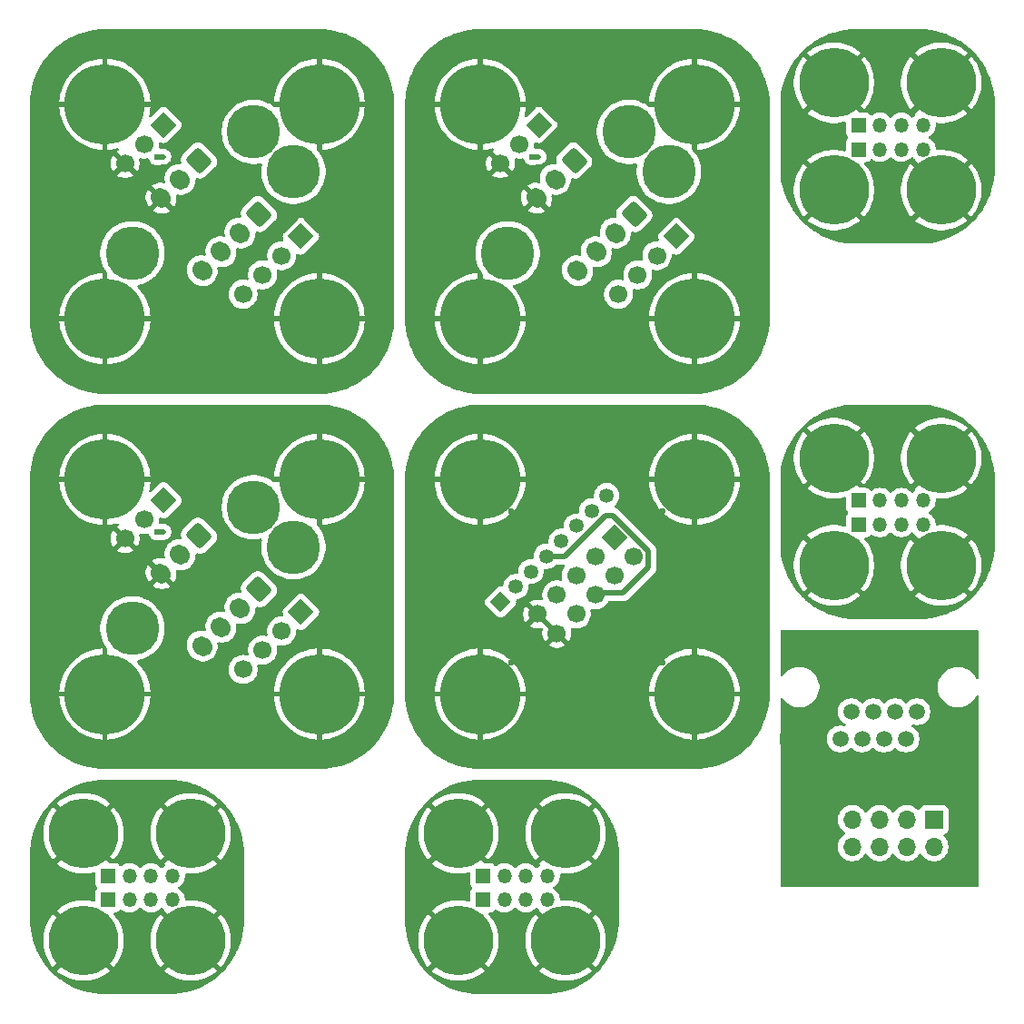
<source format=gbr>
%TF.GenerationSoftware,KiCad,Pcbnew,9.0.0*%
%TF.CreationDate,2025-06-25T09:26:05+09:00*%
%TF.ProjectId,pcb_connectors,7063625f-636f-46e6-9e65-63746f72732e,rev?*%
%TF.SameCoordinates,Original*%
%TF.FileFunction,Copper,L2,Bot*%
%TF.FilePolarity,Positive*%
%FSLAX46Y46*%
G04 Gerber Fmt 4.6, Leading zero omitted, Abs format (unit mm)*
G04 Created by KiCad (PCBNEW 9.0.0) date 2025-06-25 09:26:05*
%MOMM*%
%LPD*%
G01*
G04 APERTURE LIST*
G04 Aperture macros list*
%AMRoundRect*
0 Rectangle with rounded corners*
0 $1 Rounding radius*
0 $2 $3 $4 $5 $6 $7 $8 $9 X,Y pos of 4 corners*
0 Add a 4 corners polygon primitive as box body*
4,1,4,$2,$3,$4,$5,$6,$7,$8,$9,$2,$3,0*
0 Add four circle primitives for the rounded corners*
1,1,$1+$1,$2,$3*
1,1,$1+$1,$4,$5*
1,1,$1+$1,$6,$7*
1,1,$1+$1,$8,$9*
0 Add four rect primitives between the rounded corners*
20,1,$1+$1,$2,$3,$4,$5,0*
20,1,$1+$1,$4,$5,$6,$7,0*
20,1,$1+$1,$6,$7,$8,$9,0*
20,1,$1+$1,$8,$9,$2,$3,0*%
%AMHorizOval*
0 Thick line with rounded ends*
0 $1 width*
0 $2 $3 position (X,Y) of the first rounded end (center of the circle)*
0 $4 $5 position (X,Y) of the second rounded end (center of the circle)*
0 Add line between two ends*
20,1,$1,$2,$3,$4,$5,0*
0 Add two circle primitives to create the rounded ends*
1,1,$1,$2,$3*
1,1,$1,$4,$5*%
%AMRotRect*
0 Rectangle, with rotation*
0 The origin of the aperture is its center*
0 $1 length*
0 $2 width*
0 $3 Rotation angle, in degrees counterclockwise*
0 Add horizontal line*
21,1,$1,$2,0,0,$3*%
G04 Aperture macros list end*
%TA.AperFunction,ComponentPad*%
%ADD10C,6.500000*%
%TD*%
%TA.AperFunction,ComponentPad*%
%ADD11C,5.000000*%
%TD*%
%TA.AperFunction,ComponentPad*%
%ADD12C,7.500000*%
%TD*%
%TA.AperFunction,ComponentPad*%
%ADD13RotRect,1.700000X1.700000X315.000000*%
%TD*%
%TA.AperFunction,ComponentPad*%
%ADD14HorizOval,1.700000X0.000000X0.000000X0.000000X0.000000X0*%
%TD*%
%TA.AperFunction,ComponentPad*%
%ADD15R,1.350000X1.350000*%
%TD*%
%TA.AperFunction,ComponentPad*%
%ADD16O,1.350000X1.350000*%
%TD*%
%TA.AperFunction,ComponentPad*%
%ADD17RotRect,1.350000X1.350000X135.000000*%
%TD*%
%TA.AperFunction,ComponentPad*%
%ADD18HorizOval,1.350000X0.000000X0.000000X0.000000X0.000000X0*%
%TD*%
%TA.AperFunction,ComponentPad*%
%ADD19RoundRect,0.250000X-0.088388X0.936916X-0.936916X0.088388X0.088388X-0.936916X0.936916X-0.088388X0*%
%TD*%
%TA.AperFunction,ComponentPad*%
%ADD20HorizOval,1.700000X-0.088388X0.088388X0.088388X-0.088388X0*%
%TD*%
%TA.AperFunction,ComponentPad*%
%ADD21RotRect,1.700000X1.700000X135.000000*%
%TD*%
%TA.AperFunction,ComponentPad*%
%ADD22HorizOval,1.700000X0.000000X0.000000X0.000000X0.000000X0*%
%TD*%
%TA.AperFunction,ComponentPad*%
%ADD23R,1.700000X1.700000*%
%TD*%
%TA.AperFunction,ComponentPad*%
%ADD24O,1.700000X1.700000*%
%TD*%
%TA.AperFunction,ComponentPad*%
%ADD25C,1.500000*%
%TD*%
%TA.AperFunction,ComponentPad*%
%ADD26C,2.300000*%
%TD*%
%TA.AperFunction,ViaPad*%
%ADD27C,0.600000*%
%TD*%
%TA.AperFunction,Conductor*%
%ADD28C,0.500000*%
%TD*%
%TA.AperFunction,Conductor*%
%ADD29C,1.000000*%
%TD*%
G04 APERTURE END LIST*
D10*
%TO.P,H3,1,1*%
%TO.N,GND*%
X95784322Y-112309961D03*
%TD*%
D11*
%TO.P,BLDC6,1,CONN*%
%TO.N,unconnected-(BLDC3-CONN-Pad1)*%
X105385720Y-40597670D03*
%TD*%
D10*
%TO.P,H1,1,1*%
%TO.N,GND*%
X120750000Y-102310000D03*
%TD*%
D12*
%TO.P,H13,1,1*%
%TO.N,GND*%
X87784333Y-69309992D03*
%TD*%
%TO.P,H2,1,1*%
%TO.N,GND*%
X122784324Y-89309946D03*
%TD*%
%TO.P,H10,1,1*%
%TO.N,GND*%
X122784333Y-54309970D03*
%TD*%
D11*
%TO.P,BLDC5,1,CONN*%
%TO.N,unconnected-(BLDC2-CONN-Pad1)*%
X101673409Y-36885360D03*
%TD*%
D13*
%TO.P,RGBLED6,1,Pin_1*%
%TO.N,Net-(RGBLED1-Pin_1)*%
X141075615Y-46625290D03*
D14*
%TO.P,RGBLED6,2,Pin_2*%
%TO.N,Net-(RGBLED1-Pin_2)*%
X139279564Y-48421341D03*
%TO.P,RGBLED6,3,Pin_3*%
%TO.N,Net-(RGBLED1-Pin_3)*%
X137483513Y-50217392D03*
%TO.P,RGBLED6,4,Pin_4*%
%TO.N,Net-(RGBLED1-Pin_4)*%
X135687461Y-52013444D03*
%TD*%
D10*
%TO.P,H3,1,1*%
%TO.N,GND*%
X130750000Y-112310000D03*
%TD*%
D12*
%TO.P,H14,1,1*%
%TO.N,GND*%
X87784333Y-89309970D03*
%TD*%
D15*
%TO.P,J2,1,Pin_1*%
%TO.N,Net-(J1-Pin_1)*%
X88084322Y-106259961D03*
D16*
%TO.P,J2,2,Pin_2*%
%TO.N,Net-(J1-Pin_2)*%
X90084322Y-106259961D03*
%TO.P,J2,3,Pin_3*%
%TO.N,Net-(J1-Pin_3)*%
X92084322Y-106259961D03*
%TO.P,J2,4,Pin_4*%
%TO.N,Net-(J1-Pin_4)*%
X94084322Y-106259961D03*
%TD*%
D10*
%TO.P,H1,1,1*%
%TO.N,GND*%
X85784322Y-102309961D03*
%TD*%
D12*
%TO.P,H11,1,1*%
%TO.N,GND*%
X142784311Y-54309970D03*
%TD*%
D15*
%TO.P,J2,1,Pin_1*%
%TO.N,Net-(J1-Pin_1)*%
X158084341Y-36260000D03*
D16*
%TO.P,J2,2,Pin_2*%
%TO.N,Net-(J1-Pin_2)*%
X160084341Y-36260000D03*
%TO.P,J2,3,Pin_3*%
%TO.N,Net-(J1-Pin_3)*%
X162084341Y-36260000D03*
%TO.P,J2,4,Pin_4*%
%TO.N,Net-(J1-Pin_4)*%
X164084341Y-36260000D03*
%TD*%
D13*
%TO.P,SERVO6,1,PWM*%
%TO.N,Net-(SERVO1-Pin_1)*%
X128271866Y-36223192D03*
D14*
%TO.P,SERVO6,2,+*%
%TO.N,+7V*%
X126475815Y-38019243D03*
%TO.P,SERVO6,3,-*%
%TO.N,GND*%
X124679764Y-39815294D03*
%TD*%
D13*
%TO.P,SERVO8,1,PWM*%
%TO.N,Net-(SERVO1-Pin_1)*%
X93271866Y-71223192D03*
D14*
%TO.P,SERVO8,2,+*%
%TO.N,+7V*%
X91475815Y-73019243D03*
%TO.P,SERVO8,3,-*%
%TO.N,GND*%
X89679764Y-74815294D03*
%TD*%
D15*
%TO.P,J2,1,Pin_1*%
%TO.N,Net-(J1-Pin_1)*%
X123050000Y-106260000D03*
D16*
%TO.P,J2,2,Pin_2*%
%TO.N,Net-(J1-Pin_2)*%
X125050000Y-106260000D03*
%TO.P,J2,3,Pin_3*%
%TO.N,Net-(J1-Pin_3)*%
X127050000Y-106260000D03*
%TO.P,J2,4,Pin_4*%
%TO.N,Net-(J1-Pin_4)*%
X129050000Y-106260000D03*
%TD*%
D12*
%TO.P,H1,1,1*%
%TO.N,GND*%
X122784324Y-69309940D03*
%TD*%
D10*
%TO.P,H2,1,1*%
%TO.N,GND*%
X85784322Y-112309961D03*
%TD*%
D11*
%TO.P,BLDC4,1,CONN*%
%TO.N,unconnected-(BLDC1-CONN-Pad1)*%
X90359701Y-48199068D03*
%TD*%
%TO.P,BLDC10,1,CONN*%
%TO.N,unconnected-(BLDC1-CONN-Pad1)*%
X90359701Y-83199068D03*
%TD*%
%TO.P,BLDC12,1,CONN*%
%TO.N,unconnected-(BLDC3-CONN-Pad1)*%
X105385720Y-75597670D03*
%TD*%
D12*
%TO.P,H4,1,1*%
%TO.N,GND*%
X142784330Y-69309940D03*
%TD*%
D10*
%TO.P,H1,1,1*%
%TO.N,GND*%
X155784341Y-32310000D03*
%TD*%
D11*
%TO.P,BLDC9,1,CONN*%
%TO.N,unconnected-(BLDC3-CONN-Pad1)*%
X140385720Y-40597670D03*
%TD*%
D13*
%TO.P,SERVO4,1,PWM*%
%TO.N,Net-(SERVO1-Pin_1)*%
X93271866Y-36223192D03*
D14*
%TO.P,SERVO4,2,+*%
%TO.N,+7V*%
X91475815Y-38019243D03*
%TO.P,SERVO4,3,-*%
%TO.N,GND*%
X89679764Y-39815294D03*
%TD*%
D12*
%TO.P,H3,1,1*%
%TO.N,GND*%
X142784330Y-89309946D03*
%TD*%
D13*
%TO.P,RGBLED8,1,Pin_1*%
%TO.N,Net-(RGBLED1-Pin_1)*%
X106075615Y-81625290D03*
D14*
%TO.P,RGBLED8,2,Pin_2*%
%TO.N,Net-(RGBLED1-Pin_2)*%
X104279564Y-83421341D03*
%TO.P,RGBLED8,3,Pin_3*%
%TO.N,Net-(RGBLED1-Pin_3)*%
X102483513Y-85217392D03*
%TO.P,RGBLED8,4,Pin_4*%
%TO.N,Net-(RGBLED1-Pin_4)*%
X100687461Y-87013444D03*
%TD*%
D10*
%TO.P,H2,1,1*%
%TO.N,GND*%
X155784341Y-42310000D03*
%TD*%
%TO.P,H4,1,1*%
%TO.N,GND*%
X95784322Y-102309961D03*
%TD*%
D12*
%TO.P,H5,1,1*%
%TO.N,GND*%
X87784333Y-34309992D03*
%TD*%
%TO.P,H8,1,1*%
%TO.N,GND*%
X107784311Y-34309992D03*
%TD*%
D11*
%TO.P,BLDC8,1,CONN*%
%TO.N,unconnected-(BLDC2-CONN-Pad1)*%
X136673409Y-36885360D03*
%TD*%
D12*
%TO.P,H7,1,1*%
%TO.N,GND*%
X107784311Y-54309970D03*
%TD*%
D11*
%TO.P,BLDC11,1,CONN*%
%TO.N,unconnected-(BLDC2-CONN-Pad1)*%
X101673409Y-71885360D03*
%TD*%
D12*
%TO.P,H15,1,1*%
%TO.N,GND*%
X107784311Y-89309970D03*
%TD*%
%TO.P,H12,1,1*%
%TO.N,GND*%
X142784311Y-34309992D03*
%TD*%
%TO.P,H6,1,1*%
%TO.N,GND*%
X87784333Y-54309970D03*
%TD*%
D10*
%TO.P,H3,1,1*%
%TO.N,GND*%
X165784341Y-42310000D03*
%TD*%
D17*
%TO.P,J1,1,Pin_1*%
%TO.N,Net-(J1-Pin_1)*%
X124695491Y-80710480D03*
D18*
%TO.P,J1,2,Pin_2*%
%TO.N,Net-(J1-Pin_2)*%
X126109705Y-79296266D03*
%TO.P,J1,3,Pin_3*%
%TO.N,Net-(J1-Pin_3)*%
X127523918Y-77882053D03*
%TO.P,J1,4,Pin_4*%
%TO.N,Net-(J1-Pin_4)*%
X128938132Y-76467839D03*
%TO.P,J1,5,Pin_5*%
%TO.N,Net-(J1-Pin_5)*%
X130352345Y-75053626D03*
%TO.P,J1,6,Pin_6*%
%TO.N,Net-(J1-Pin_6)*%
X131766559Y-73639412D03*
%TO.P,J1,7,Pin_7*%
%TO.N,Net-(J1-Pin_7)*%
X133180772Y-72225199D03*
%TO.P,J1,8,Pin_8*%
%TO.N,Net-(J1-Pin_8)*%
X134594986Y-70810985D03*
%TD*%
D10*
%TO.P,H4,1,1*%
%TO.N,GND*%
X165784341Y-32310000D03*
%TD*%
D12*
%TO.P,H9,1,1*%
%TO.N,GND*%
X122784333Y-34309992D03*
%TD*%
D11*
%TO.P,BLDC7,1,CONN*%
%TO.N,unconnected-(BLDC1-CONN-Pad1)*%
X125359701Y-48199068D03*
%TD*%
D13*
%TO.P,RGBLED4,1,Pin_1*%
%TO.N,Net-(RGBLED1-Pin_1)*%
X106075615Y-46625290D03*
D14*
%TO.P,RGBLED4,2,Pin_2*%
%TO.N,Net-(RGBLED1-Pin_2)*%
X104279564Y-48421341D03*
%TO.P,RGBLED4,3,Pin_3*%
%TO.N,Net-(RGBLED1-Pin_3)*%
X102483513Y-50217392D03*
%TO.P,RGBLED4,4,Pin_4*%
%TO.N,Net-(RGBLED1-Pin_4)*%
X100687461Y-52013444D03*
%TD*%
D12*
%TO.P,H16,1,1*%
%TO.N,GND*%
X107784311Y-69309992D03*
%TD*%
D10*
%TO.P,H2,1,1*%
%TO.N,GND*%
X120750000Y-112310000D03*
%TD*%
%TO.P,H4,1,1*%
%TO.N,GND*%
X130750000Y-102310000D03*
%TD*%
D19*
%TO.P,RGBLED3,1,Pin_1*%
%TO.N,Net-(RGBLED1-Pin_1)*%
X102158243Y-44532254D03*
D20*
%TO.P,RGBLED3,2,Pin_2*%
%TO.N,Net-(RGBLED1-Pin_2)*%
X100390476Y-46300021D03*
%TO.P,RGBLED3,3,Pin_3*%
%TO.N,Net-(RGBLED1-Pin_3)*%
X98622709Y-48067788D03*
%TO.P,RGBLED3,4,Pin_4*%
%TO.N,Net-(RGBLED1-Pin_4)*%
X96854942Y-49835555D03*
%TD*%
D15*
%TO.P,J1,1,Pin_1*%
%TO.N,Net-(J1-Pin_1)*%
X158084341Y-38510000D03*
D16*
%TO.P,J1,2,Pin_2*%
%TO.N,Net-(J1-Pin_2)*%
X160084341Y-38510000D03*
%TO.P,J1,3,Pin_3*%
%TO.N,Net-(J1-Pin_3)*%
X162084341Y-38510000D03*
%TO.P,J1,4,Pin_4*%
%TO.N,Net-(J1-Pin_4)*%
X164084341Y-38510000D03*
%TD*%
D19*
%TO.P,SERVO3,1,Pin_1*%
%TO.N,Net-(SERVO1-Pin_1)*%
X96564653Y-39537010D03*
D20*
%TO.P,SERVO3,2,Pin_2*%
%TO.N,+7V*%
X94796886Y-41304777D03*
%TO.P,SERVO3,3,Pin_3*%
%TO.N,GND*%
X93029119Y-43072544D03*
%TD*%
D19*
%TO.P,RGBLED7,1,Pin_1*%
%TO.N,Net-(RGBLED1-Pin_1)*%
X102158243Y-79532254D03*
D20*
%TO.P,RGBLED7,2,Pin_2*%
%TO.N,Net-(RGBLED1-Pin_2)*%
X100390476Y-81300021D03*
%TO.P,RGBLED7,3,Pin_3*%
%TO.N,Net-(RGBLED1-Pin_3)*%
X98622709Y-83067788D03*
%TO.P,RGBLED7,4,Pin_4*%
%TO.N,Net-(RGBLED1-Pin_4)*%
X96854942Y-84835555D03*
%TD*%
D19*
%TO.P,SERVO5,1,Pin_1*%
%TO.N,Net-(SERVO1-Pin_1)*%
X131564653Y-39537010D03*
D20*
%TO.P,SERVO5,2,Pin_2*%
%TO.N,+7V*%
X129796886Y-41304777D03*
%TO.P,SERVO5,3,Pin_3*%
%TO.N,GND*%
X128029119Y-43072544D03*
%TD*%
D19*
%TO.P,RGBLED5,1,Pin_1*%
%TO.N,Net-(RGBLED1-Pin_1)*%
X137158243Y-44532254D03*
D20*
%TO.P,RGBLED5,2,Pin_2*%
%TO.N,Net-(RGBLED1-Pin_2)*%
X135390476Y-46300021D03*
%TO.P,RGBLED5,3,Pin_3*%
%TO.N,Net-(RGBLED1-Pin_3)*%
X133622709Y-48067788D03*
%TO.P,RGBLED5,4,Pin_4*%
%TO.N,Net-(RGBLED1-Pin_4)*%
X131854942Y-49835555D03*
%TD*%
D21*
%TO.P,J2,1,Pin_1*%
%TO.N,Net-(J1-Pin_7)*%
X135330377Y-74671788D03*
D22*
%TO.P,J2,2,Pin_2*%
%TO.N,Net-(J1-Pin_8)*%
X137126428Y-76467839D03*
%TO.P,J2,3,Pin_3*%
%TO.N,Net-(J1-Pin_5)*%
X133534326Y-76467839D03*
%TO.P,J2,4,Pin_4*%
%TO.N,Net-(J1-Pin_6)*%
X135330377Y-78263890D03*
%TO.P,J2,5,Pin_5*%
%TO.N,Net-(J1-Pin_3)*%
X131738275Y-78263890D03*
%TO.P,J2,6,Pin_6*%
%TO.N,Net-(J1-Pin_4)*%
X133534326Y-80059942D03*
%TO.P,J2,7,Pin_7*%
%TO.N,Net-(J1-Pin_1)*%
X129942223Y-80059942D03*
%TO.P,J2,8,Pin_8*%
%TO.N,Net-(J1-Pin_2)*%
X131738275Y-81855993D03*
%TO.P,J2,9,Pin_9*%
%TO.N,GND*%
X128146172Y-81855993D03*
%TO.P,J2,10,Pin_10*%
X129942223Y-83652044D03*
%TD*%
D15*
%TO.P,J1,1,Pin_1*%
%TO.N,Net-(J1-Pin_1)*%
X123050000Y-108510000D03*
D16*
%TO.P,J1,2,Pin_2*%
%TO.N,Net-(J1-Pin_2)*%
X125050000Y-108510000D03*
%TO.P,J1,3,Pin_3*%
%TO.N,Net-(J1-Pin_3)*%
X127050000Y-108510000D03*
%TO.P,J1,4,Pin_4*%
%TO.N,Net-(J1-Pin_4)*%
X129050000Y-108510000D03*
%TD*%
D15*
%TO.P,J1,1,Pin_1*%
%TO.N,Net-(J1-Pin_1)*%
X88084322Y-108509961D03*
D16*
%TO.P,J1,2,Pin_2*%
%TO.N,Net-(J1-Pin_2)*%
X90084322Y-108509961D03*
%TO.P,J1,3,Pin_3*%
%TO.N,Net-(J1-Pin_3)*%
X92084322Y-108509961D03*
%TO.P,J1,4,Pin_4*%
%TO.N,Net-(J1-Pin_4)*%
X94084322Y-108509961D03*
%TD*%
D19*
%TO.P,SERVO7,1,Pin_1*%
%TO.N,Net-(SERVO1-Pin_1)*%
X96564653Y-74537010D03*
D20*
%TO.P,SERVO7,2,Pin_2*%
%TO.N,+7V*%
X94796886Y-76304777D03*
%TO.P,SERVO7,3,Pin_3*%
%TO.N,GND*%
X93029119Y-78072544D03*
%TD*%
D10*
%TO.P,H1,1,1*%
%TO.N,GND*%
X155784325Y-67309950D03*
%TD*%
%TO.P,H3,1,1*%
%TO.N,GND*%
X165784325Y-77309950D03*
%TD*%
%TO.P,H2,1,1*%
%TO.N,GND*%
X155784325Y-77309950D03*
%TD*%
%TO.P,H4,1,1*%
%TO.N,GND*%
X165784325Y-67309950D03*
%TD*%
D15*
%TO.P,J2,1,Pin_1*%
%TO.N,Net-(J1-Pin_1)*%
X158084325Y-71259950D03*
D16*
%TO.P,J2,2,Pin_2*%
%TO.N,Net-(J1-Pin_2)*%
X160084325Y-71259950D03*
%TO.P,J2,3,Pin_3*%
%TO.N,Net-(J1-Pin_3)*%
X162084325Y-71259950D03*
%TO.P,J2,4,Pin_4*%
%TO.N,Net-(J1-Pin_4)*%
X164084325Y-71259950D03*
%TD*%
D15*
%TO.P,J1,1,Pin_1*%
%TO.N,Net-(J1-Pin_1)*%
X158084325Y-73509950D03*
D16*
%TO.P,J1,2,Pin_2*%
%TO.N,Net-(J1-Pin_2)*%
X160084325Y-73509950D03*
%TO.P,J1,3,Pin_3*%
%TO.N,Net-(J1-Pin_3)*%
X162084325Y-73509950D03*
%TO.P,J1,4,Pin_4*%
%TO.N,Net-(J1-Pin_4)*%
X164084325Y-73509950D03*
%TD*%
D23*
%TO.P,J2,1,Pin_1*%
%TO.N,Net-(J2-Pin_1)*%
X165114325Y-101019950D03*
D24*
%TO.P,J2,2,Pin_2*%
%TO.N,Net-(J2-Pin_2)*%
X165114325Y-103559950D03*
%TO.P,J2,3,Pin_3*%
%TO.N,Net-(J2-Pin_3)*%
X162574325Y-101019950D03*
%TO.P,J2,4,Pin_4*%
%TO.N,Net-(J2-Pin_4)*%
X162574325Y-103559950D03*
%TO.P,J2,5,Pin_5*%
%TO.N,Net-(J2-Pin_5)*%
X160034325Y-101019950D03*
%TO.P,J2,6,Pin_6*%
%TO.N,Net-(J2-Pin_6)*%
X160034325Y-103559950D03*
%TO.P,J2,7,Pin_7*%
%TO.N,Net-(J2-Pin_7)*%
X157494325Y-101019950D03*
%TO.P,J2,8,Pin_8*%
%TO.N,Net-(J2-Pin_8)*%
X157494325Y-103559950D03*
%TO.P,J2,9,Pin_9*%
%TO.N,GND*%
X154954325Y-101019950D03*
%TO.P,J2,10,Pin_10*%
X154954325Y-103559950D03*
%TD*%
D25*
%TO.P,J1,1*%
%TO.N,Net-(J2-Pin_7)*%
X156384325Y-93499950D03*
%TO.P,J1,2*%
%TO.N,Net-(J2-Pin_8)*%
X157404325Y-90959950D03*
%TO.P,J1,3*%
%TO.N,Net-(J2-Pin_5)*%
X158424325Y-93499950D03*
%TO.P,J1,4*%
%TO.N,Net-(J2-Pin_6)*%
X159444325Y-90959950D03*
%TO.P,J1,5*%
%TO.N,Net-(J2-Pin_3)*%
X160464325Y-93499950D03*
%TO.P,J1,6*%
%TO.N,Net-(J2-Pin_4)*%
X161484325Y-90959950D03*
%TO.P,J1,7*%
%TO.N,Net-(J2-Pin_1)*%
X162504325Y-93499950D03*
%TO.P,J1,8*%
%TO.N,Net-(J2-Pin_2)*%
X163524325Y-90959950D03*
D26*
%TO.P,J1,SH*%
%TO.N,GND*%
X168074325Y-93499950D03*
X151834325Y-93499950D03*
%TD*%
D27*
%TO.N,GND*%
X132784327Y-65167807D03*
X146926458Y-44309981D03*
X118642191Y-79309943D03*
X118642186Y-30167845D03*
X132784327Y-93452079D03*
X83750000Y-93310000D03*
X118750000Y-58310000D03*
X146926463Y-79309943D03*
X125713259Y-72238875D03*
X97784322Y-58452117D03*
X83642186Y-30167845D03*
X83642186Y-79309981D03*
X139855395Y-72238875D03*
X97784322Y-30167845D03*
X111926458Y-30167845D03*
X111926458Y-44309981D03*
X118642186Y-44309981D03*
X97784322Y-93452117D03*
X125713259Y-86381011D03*
X146926458Y-30167845D03*
X83642186Y-65167845D03*
X139855395Y-86381011D03*
X83642186Y-44309981D03*
X111926458Y-79309981D03*
X111926458Y-93452117D03*
X111926458Y-58452117D03*
X146926458Y-58452117D03*
X132784322Y-58452117D03*
X132784322Y-30167845D03*
X83750000Y-58310000D03*
X97784322Y-65167845D03*
X111926458Y-65167845D03*
%TO.N,+7V*%
X92648913Y-39192342D03*
X92648913Y-74192342D03*
X127648913Y-39192342D03*
%TO.N,GND*%
X168534325Y-106809950D03*
X168534325Y-96809950D03*
X151534325Y-83809950D03*
X151534325Y-96809950D03*
X151534325Y-106809950D03*
X168534325Y-83809950D03*
%TD*%
D28*
%TO.N,+7V*%
X128232276Y-39192342D02*
X127648913Y-39192342D01*
X93232276Y-39192342D02*
X92648913Y-39192342D01*
X93232276Y-74192342D02*
X92648913Y-74192342D01*
%TO.N,Net-(J1-Pin_4)*%
X138484074Y-75985593D02*
X138484074Y-77528500D01*
X136129408Y-79883165D02*
X133357549Y-79883165D01*
X136129408Y-79883165D02*
X138484074Y-77528500D01*
X130705899Y-76467840D02*
X134518619Y-72655120D01*
X128938132Y-76467840D02*
X130705899Y-76467840D01*
X135153601Y-72655120D02*
X138484074Y-75985593D01*
X134518619Y-72655120D02*
X135153601Y-72655120D01*
D29*
%TO.N,Net-(J2-Pin_4)*%
X161484325Y-90959950D02*
X161484325Y-90947926D01*
%TD*%
%TA.AperFunction,Conductor*%
%TO.N,GND*%
G36*
X107786549Y-27310579D02*
G01*
X108279233Y-27328177D01*
X108288026Y-27328805D01*
X108776063Y-27381275D01*
X108784779Y-27382528D01*
X109267827Y-27469680D01*
X109276435Y-27471553D01*
X109752012Y-27592938D01*
X109760492Y-27595428D01*
X110226171Y-27750422D01*
X110234465Y-27753515D01*
X110687907Y-27941337D01*
X110695959Y-27945014D01*
X110696009Y-27945039D01*
X111134855Y-28164710D01*
X111142614Y-28168947D01*
X111564723Y-28419395D01*
X111572146Y-28424166D01*
X111819047Y-28595593D01*
X111975303Y-28704084D01*
X111982389Y-28709388D01*
X111982413Y-28709407D01*
X112364557Y-29017359D01*
X112371234Y-29023144D01*
X112398998Y-29048993D01*
X112730453Y-29357589D01*
X112736712Y-29363848D01*
X113071151Y-29723060D01*
X113076948Y-29729750D01*
X113384912Y-30111912D01*
X113390216Y-30118998D01*
X113416451Y-30156783D01*
X113670130Y-30522149D01*
X113674910Y-30529586D01*
X113878023Y-30871916D01*
X113925351Y-30951682D01*
X113929593Y-30959451D01*
X114149286Y-31398343D01*
X114152963Y-31406394D01*
X114340785Y-31859836D01*
X114343878Y-31868130D01*
X114498870Y-32333804D01*
X114501364Y-32342297D01*
X114622741Y-32817846D01*
X114624623Y-32826495D01*
X114711769Y-33309513D01*
X114713028Y-33318275D01*
X114765491Y-33806244D01*
X114766123Y-33815073D01*
X114783724Y-34307869D01*
X114783800Y-34311415D01*
X114783803Y-34311837D01*
X114783803Y-34375885D01*
X114784269Y-34377627D01*
X114784338Y-34387221D01*
X114784293Y-34387376D01*
X114784341Y-34388101D01*
X114784341Y-54231863D01*
X114783803Y-54240074D01*
X114783803Y-54307755D01*
X114783724Y-54312181D01*
X114766127Y-54804875D01*
X114765495Y-54813704D01*
X114713029Y-55301703D01*
X114711770Y-55310464D01*
X114624628Y-55793464D01*
X114622746Y-55802114D01*
X114501368Y-56277666D01*
X114498874Y-56286159D01*
X114343883Y-56751833D01*
X114340790Y-56760127D01*
X114152968Y-57213569D01*
X114149291Y-57221620D01*
X113929601Y-57660506D01*
X113925359Y-57668276D01*
X113674913Y-58090379D01*
X113670127Y-58097825D01*
X113390221Y-58500967D01*
X113384917Y-58508053D01*
X113076952Y-58890215D01*
X113071155Y-58896905D01*
X112736716Y-59256117D01*
X112730457Y-59262376D01*
X112371246Y-59596815D01*
X112364556Y-59602612D01*
X111982393Y-59910576D01*
X111975307Y-59915880D01*
X111572160Y-60195791D01*
X111564714Y-60200577D01*
X111142622Y-60451016D01*
X111134853Y-60455258D01*
X110695962Y-60674951D01*
X110687910Y-60678628D01*
X110234468Y-60866450D01*
X110226174Y-60869543D01*
X109760501Y-61024534D01*
X109752008Y-61027028D01*
X109276457Y-61148405D01*
X109267808Y-61150287D01*
X108784804Y-61237431D01*
X108776042Y-61238691D01*
X108288045Y-61291156D01*
X108279216Y-61291787D01*
X107786551Y-61309383D01*
X107783004Y-61309459D01*
X107782581Y-61309462D01*
X107718419Y-61309462D01*
X107716676Y-61309929D01*
X107707084Y-61309997D01*
X107706928Y-61309952D01*
X107706205Y-61310000D01*
X87862437Y-61310000D01*
X87854231Y-61309462D01*
X87850223Y-61309462D01*
X87786544Y-61309462D01*
X87782119Y-61309383D01*
X87289425Y-61291788D01*
X87280595Y-61291157D01*
X86792595Y-61238693D01*
X86783834Y-61237433D01*
X86300834Y-61150292D01*
X86292184Y-61148410D01*
X85816643Y-61027037D01*
X85808150Y-61024544D01*
X85342445Y-60869544D01*
X85334152Y-60866450D01*
X84880726Y-60678636D01*
X84872674Y-60674959D01*
X84433788Y-60455270D01*
X84426019Y-60451028D01*
X84003920Y-60200586D01*
X83996473Y-60195800D01*
X83593326Y-59915890D01*
X83586240Y-59910586D01*
X83204077Y-59602621D01*
X83197387Y-59596824D01*
X83197377Y-59596815D01*
X83048096Y-59457829D01*
X82838175Y-59262385D01*
X82831916Y-59256126D01*
X82497477Y-58896914D01*
X82491680Y-58890224D01*
X82183715Y-58508061D01*
X82178411Y-58500975D01*
X81992616Y-58233380D01*
X81898492Y-58097816D01*
X81893722Y-58090393D01*
X81643267Y-57668272D01*
X81639043Y-57660537D01*
X81419330Y-57221607D01*
X81415668Y-57213588D01*
X81227841Y-56760127D01*
X81224756Y-56751857D01*
X81172769Y-56595660D01*
X81069754Y-56286146D01*
X81067263Y-56277659D01*
X80973416Y-55909970D01*
X80945887Y-55802111D01*
X80944007Y-55793468D01*
X80944006Y-55793464D01*
X80856865Y-55310463D01*
X80855606Y-55301707D01*
X80836997Y-55128610D01*
X80803140Y-54813690D01*
X80802512Y-54804895D01*
X80784920Y-54312268D01*
X80784841Y-54307843D01*
X80784841Y-54059969D01*
X83539971Y-54059969D01*
X83539972Y-54059970D01*
X86203985Y-54059970D01*
X86184333Y-54184047D01*
X86184333Y-54435893D01*
X86203985Y-54559970D01*
X83539971Y-54559970D01*
X83566678Y-54865237D01*
X83566678Y-54865241D01*
X83631120Y-55230705D01*
X83631124Y-55230722D01*
X83727170Y-55589176D01*
X83854108Y-55937933D01*
X84010940Y-56274262D01*
X84010948Y-56274277D01*
X84196499Y-56595660D01*
X84196508Y-56595675D01*
X84409373Y-56899677D01*
X84647921Y-57183966D01*
X84910336Y-57446381D01*
X85194625Y-57684929D01*
X85498627Y-57897794D01*
X85498642Y-57897803D01*
X85820025Y-58083354D01*
X85820040Y-58083362D01*
X86156369Y-58240194D01*
X86505126Y-58367132D01*
X86863580Y-58463178D01*
X86863597Y-58463182D01*
X87229063Y-58527624D01*
X87534332Y-58554331D01*
X87534333Y-58554331D01*
X87534333Y-55890318D01*
X87658410Y-55909970D01*
X87910256Y-55909970D01*
X88034333Y-55890318D01*
X88034333Y-58554331D01*
X88339600Y-58527624D01*
X88339604Y-58527624D01*
X88705068Y-58463182D01*
X88705085Y-58463178D01*
X89063539Y-58367132D01*
X89412296Y-58240194D01*
X89748625Y-58083362D01*
X89748640Y-58083354D01*
X90070023Y-57897803D01*
X90070038Y-57897794D01*
X90374040Y-57684929D01*
X90658329Y-57446381D01*
X90920744Y-57183966D01*
X91159292Y-56899677D01*
X91372157Y-56595675D01*
X91372166Y-56595660D01*
X91557717Y-56274277D01*
X91557725Y-56274262D01*
X91714557Y-55937933D01*
X91841495Y-55589176D01*
X91937541Y-55230722D01*
X91937545Y-55230705D01*
X92001987Y-54865241D01*
X92001987Y-54865237D01*
X92028694Y-54559970D01*
X89364681Y-54559970D01*
X89384333Y-54435893D01*
X89384333Y-54184047D01*
X89364681Y-54059970D01*
X92028694Y-54059970D01*
X92028694Y-54059969D01*
X103539949Y-54059969D01*
X103539950Y-54059970D01*
X106203963Y-54059970D01*
X106184311Y-54184047D01*
X106184311Y-54435893D01*
X106203963Y-54559970D01*
X103539949Y-54559970D01*
X103566656Y-54865237D01*
X103566656Y-54865241D01*
X103631098Y-55230705D01*
X103631102Y-55230722D01*
X103727148Y-55589176D01*
X103854086Y-55937933D01*
X104010918Y-56274262D01*
X104010926Y-56274277D01*
X104196477Y-56595660D01*
X104196486Y-56595675D01*
X104409351Y-56899677D01*
X104647899Y-57183966D01*
X104910314Y-57446381D01*
X105194603Y-57684929D01*
X105498605Y-57897794D01*
X105498620Y-57897803D01*
X105820003Y-58083354D01*
X105820018Y-58083362D01*
X106156347Y-58240194D01*
X106505104Y-58367132D01*
X106863558Y-58463178D01*
X106863575Y-58463182D01*
X107229041Y-58527624D01*
X107534310Y-58554331D01*
X107534311Y-58554331D01*
X107534311Y-55890318D01*
X107658388Y-55909970D01*
X107910234Y-55909970D01*
X108034311Y-55890318D01*
X108034311Y-58554331D01*
X108339578Y-58527624D01*
X108339582Y-58527624D01*
X108705046Y-58463182D01*
X108705063Y-58463178D01*
X109063517Y-58367132D01*
X109412274Y-58240194D01*
X109748603Y-58083362D01*
X109748618Y-58083354D01*
X110070001Y-57897803D01*
X110070016Y-57897794D01*
X110374018Y-57684929D01*
X110658307Y-57446381D01*
X110920722Y-57183966D01*
X111159270Y-56899677D01*
X111372135Y-56595675D01*
X111372144Y-56595660D01*
X111557695Y-56274277D01*
X111557703Y-56274262D01*
X111714535Y-55937933D01*
X111841473Y-55589176D01*
X111937519Y-55230722D01*
X111937523Y-55230705D01*
X112001965Y-54865241D01*
X112001965Y-54865237D01*
X112028672Y-54559970D01*
X109364659Y-54559970D01*
X109384311Y-54435893D01*
X109384311Y-54184047D01*
X109364659Y-54059970D01*
X112028672Y-54059970D01*
X112028672Y-54059969D01*
X112001965Y-53754702D01*
X112001965Y-53754698D01*
X111937523Y-53389234D01*
X111937519Y-53389217D01*
X111841473Y-53030763D01*
X111714535Y-52682006D01*
X111557703Y-52345677D01*
X111557695Y-52345662D01*
X111372144Y-52024279D01*
X111372135Y-52024264D01*
X111159270Y-51720262D01*
X110920722Y-51435973D01*
X110658307Y-51173558D01*
X110374018Y-50935010D01*
X110070016Y-50722145D01*
X110070001Y-50722136D01*
X109748618Y-50536585D01*
X109748603Y-50536577D01*
X109412274Y-50379745D01*
X109063517Y-50252807D01*
X108705063Y-50156761D01*
X108705046Y-50156757D01*
X108339581Y-50092315D01*
X108034311Y-50065606D01*
X108034311Y-52729621D01*
X107910234Y-52709970D01*
X107658388Y-52709970D01*
X107534311Y-52729621D01*
X107534311Y-50065606D01*
X107229041Y-50092315D01*
X107229039Y-50092315D01*
X106863575Y-50156757D01*
X106863558Y-50156761D01*
X106505104Y-50252807D01*
X106156347Y-50379745D01*
X105820018Y-50536577D01*
X105820003Y-50536585D01*
X105498620Y-50722136D01*
X105498605Y-50722145D01*
X105194603Y-50935010D01*
X104910314Y-51173558D01*
X104647899Y-51435973D01*
X104409351Y-51720262D01*
X104196486Y-52024264D01*
X104196477Y-52024279D01*
X104010926Y-52345662D01*
X104010918Y-52345677D01*
X103854086Y-52682006D01*
X103727148Y-53030763D01*
X103631102Y-53389217D01*
X103631098Y-53389234D01*
X103566656Y-53754698D01*
X103566656Y-53754702D01*
X103539949Y-54059969D01*
X92028694Y-54059969D01*
X92001987Y-53754702D01*
X92001987Y-53754698D01*
X91937545Y-53389234D01*
X91937541Y-53389217D01*
X91841495Y-53030763D01*
X91714557Y-52682006D01*
X91557725Y-52345677D01*
X91557717Y-52345662D01*
X91372166Y-52024279D01*
X91372149Y-52024253D01*
X91336550Y-51973411D01*
X91336548Y-51973409D01*
X91290158Y-51907157D01*
X99336961Y-51907157D01*
X99336961Y-52119731D01*
X99370215Y-52329687D01*
X99375410Y-52345677D01*
X99435905Y-52531858D01*
X99532412Y-52721264D01*
X99657351Y-52893230D01*
X99807674Y-53043553D01*
X99979640Y-53168492D01*
X99979642Y-53168493D01*
X99979645Y-53168495D01*
X100169049Y-53265001D01*
X100371218Y-53330690D01*
X100581174Y-53363944D01*
X100581175Y-53363944D01*
X100793747Y-53363944D01*
X100793748Y-53363944D01*
X101003704Y-53330690D01*
X101205873Y-53265001D01*
X101395277Y-53168495D01*
X101417250Y-53152530D01*
X101567247Y-53043553D01*
X101567249Y-53043550D01*
X101567253Y-53043548D01*
X101717565Y-52893236D01*
X101717567Y-52893232D01*
X101717570Y-52893230D01*
X101842509Y-52721264D01*
X101842508Y-52721264D01*
X101842512Y-52721260D01*
X101939018Y-52531856D01*
X102004707Y-52329687D01*
X102037961Y-52119731D01*
X102037961Y-51907157D01*
X102004707Y-51697201D01*
X102001667Y-51687847D01*
X101999671Y-51618009D01*
X102035750Y-51558175D01*
X102098450Y-51527346D01*
X102157916Y-51531598D01*
X102167270Y-51534638D01*
X102377226Y-51567892D01*
X102377227Y-51567892D01*
X102589799Y-51567892D01*
X102589800Y-51567892D01*
X102799756Y-51534638D01*
X103001925Y-51468949D01*
X103191329Y-51372443D01*
X103283293Y-51305628D01*
X103363299Y-51247501D01*
X103363301Y-51247498D01*
X103363305Y-51247496D01*
X103513617Y-51097184D01*
X103513619Y-51097180D01*
X103513622Y-51097178D01*
X103638561Y-50925212D01*
X103638560Y-50925212D01*
X103638564Y-50925208D01*
X103735070Y-50735804D01*
X103800759Y-50533635D01*
X103834013Y-50323679D01*
X103834013Y-50111105D01*
X103800759Y-49901149D01*
X103797720Y-49891798D01*
X103795722Y-49821960D01*
X103831800Y-49762126D01*
X103894500Y-49731295D01*
X103953970Y-49735548D01*
X103963321Y-49738587D01*
X104173277Y-49771841D01*
X104173278Y-49771841D01*
X104385850Y-49771841D01*
X104385851Y-49771841D01*
X104595807Y-49738587D01*
X104797976Y-49672898D01*
X104987380Y-49576392D01*
X105100817Y-49493976D01*
X105159350Y-49451450D01*
X105159352Y-49451447D01*
X105159356Y-49451445D01*
X105309668Y-49301133D01*
X105309670Y-49301129D01*
X105309673Y-49301127D01*
X105434612Y-49129161D01*
X105434611Y-49129161D01*
X105434615Y-49129157D01*
X105531121Y-48939753D01*
X105596810Y-48737584D01*
X105630064Y-48527628D01*
X105630064Y-48367066D01*
X105649749Y-48300027D01*
X105702553Y-48254272D01*
X105771711Y-48244328D01*
X105805576Y-48254272D01*
X105933155Y-48312536D01*
X105933156Y-48312536D01*
X105933158Y-48312537D01*
X106075615Y-48333018D01*
X106218072Y-48312537D01*
X106348988Y-48252749D01*
X106395671Y-48215130D01*
X107665453Y-46945346D01*
X107703074Y-46898663D01*
X107762862Y-46767747D01*
X107783343Y-46625290D01*
X107762862Y-46482833D01*
X107703074Y-46351917D01*
X107665455Y-46305234D01*
X107665450Y-46305229D01*
X107665446Y-46305224D01*
X106395674Y-45035455D01*
X106395668Y-45035450D01*
X106395664Y-45035446D01*
X106348988Y-44997830D01*
X106218074Y-44938043D01*
X106218070Y-44938042D01*
X106075615Y-44917562D01*
X105933159Y-44938042D01*
X105933155Y-44938043D01*
X105802244Y-44997829D01*
X105755549Y-45035458D01*
X104485780Y-46305230D01*
X104485771Y-46305240D01*
X104448155Y-46351916D01*
X104388368Y-46482830D01*
X104388367Y-46482834D01*
X104367887Y-46625290D01*
X104388367Y-46767745D01*
X104388368Y-46767749D01*
X104446633Y-46895329D01*
X104456577Y-46964488D01*
X104427552Y-47028043D01*
X104368774Y-47065818D01*
X104333839Y-47070841D01*
X104173277Y-47070841D01*
X104124606Y-47078549D01*
X103963324Y-47104094D01*
X103761149Y-47169785D01*
X103571743Y-47266292D01*
X103399777Y-47391231D01*
X103249454Y-47541554D01*
X103124515Y-47713520D01*
X103028008Y-47902926D01*
X102962317Y-48105101D01*
X102929064Y-48315054D01*
X102929064Y-48527627D01*
X102962317Y-48737580D01*
X102965358Y-48746940D01*
X102967350Y-48816781D01*
X102931267Y-48876613D01*
X102868564Y-48907438D01*
X102809112Y-48903186D01*
X102799756Y-48900146D01*
X102799754Y-48900145D01*
X102799752Y-48900145D01*
X102651176Y-48876613D01*
X102589800Y-48866892D01*
X102377226Y-48866892D01*
X102328555Y-48874600D01*
X102167273Y-48900145D01*
X101965098Y-48965836D01*
X101775692Y-49062343D01*
X101603726Y-49187282D01*
X101453403Y-49337605D01*
X101328464Y-49509571D01*
X101231957Y-49698977D01*
X101166266Y-49901152D01*
X101145822Y-50030230D01*
X101133013Y-50111105D01*
X101133013Y-50323679D01*
X101166267Y-50533635D01*
X101167223Y-50536577D01*
X101169307Y-50542990D01*
X101171301Y-50612832D01*
X101135219Y-50672664D01*
X101072517Y-50703490D01*
X101013060Y-50699238D01*
X101003704Y-50696198D01*
X101003700Y-50696197D01*
X101003699Y-50696197D01*
X100855117Y-50672664D01*
X100793748Y-50662944D01*
X100581174Y-50662944D01*
X100532503Y-50670652D01*
X100371221Y-50696197D01*
X100169046Y-50761888D01*
X99979640Y-50858395D01*
X99807674Y-50983334D01*
X99657351Y-51133657D01*
X99532412Y-51305623D01*
X99435905Y-51495029D01*
X99435904Y-51495031D01*
X99435904Y-51495032D01*
X99412230Y-51567892D01*
X99370214Y-51697204D01*
X99366562Y-51720262D01*
X99336961Y-51907157D01*
X91290158Y-51907157D01*
X91159292Y-51720262D01*
X90920744Y-51435973D01*
X90845482Y-51360711D01*
X90811997Y-51299388D01*
X90816981Y-51229696D01*
X90858853Y-51173763D01*
X90905565Y-51152141D01*
X91191655Y-51086844D01*
X91509752Y-50975537D01*
X91813387Y-50829314D01*
X92098740Y-50650014D01*
X92362224Y-50439893D01*
X92600526Y-50201591D01*
X92810647Y-49938107D01*
X92989947Y-49652754D01*
X92989950Y-49652748D01*
X92995665Y-49640880D01*
X95416054Y-49640880D01*
X95416054Y-49853453D01*
X95449029Y-50061653D01*
X95449308Y-50063410D01*
X95514997Y-50265579D01*
X95611503Y-50454983D01*
X95736450Y-50626958D01*
X96063539Y-50954047D01*
X96235514Y-51078994D01*
X96424918Y-51175500D01*
X96627087Y-51241189D01*
X96837043Y-51274443D01*
X96837044Y-51274443D01*
X97049616Y-51274443D01*
X97049617Y-51274443D01*
X97259573Y-51241189D01*
X97461742Y-51175500D01*
X97651146Y-51078994D01*
X97823121Y-50954047D01*
X97973434Y-50803734D01*
X98098381Y-50631759D01*
X98194887Y-50442355D01*
X98260576Y-50240186D01*
X98293830Y-50030230D01*
X98293830Y-49817656D01*
X98262005Y-49616722D01*
X98270960Y-49547428D01*
X98315956Y-49493976D01*
X98382707Y-49473337D01*
X98403876Y-49474851D01*
X98604810Y-49506676D01*
X98604811Y-49506676D01*
X98817383Y-49506676D01*
X98817384Y-49506676D01*
X99027340Y-49473422D01*
X99229509Y-49407733D01*
X99418913Y-49311227D01*
X99590888Y-49186280D01*
X99741201Y-49035967D01*
X99866148Y-48863992D01*
X99962654Y-48674588D01*
X100028343Y-48472419D01*
X100061597Y-48262463D01*
X100061597Y-48049889D01*
X100029772Y-47848955D01*
X100038727Y-47779661D01*
X100083723Y-47726209D01*
X100150474Y-47705570D01*
X100171643Y-47707084D01*
X100372577Y-47738909D01*
X100372578Y-47738909D01*
X100585150Y-47738909D01*
X100585151Y-47738909D01*
X100795107Y-47705655D01*
X100997276Y-47639966D01*
X101186680Y-47543460D01*
X101358655Y-47418513D01*
X101508968Y-47268200D01*
X101633915Y-47096225D01*
X101730421Y-46906821D01*
X101796110Y-46704652D01*
X101829364Y-46494696D01*
X101829364Y-46298389D01*
X101849049Y-46231350D01*
X101901853Y-46185595D01*
X101971011Y-46175651D01*
X101981961Y-46177732D01*
X102105869Y-46207099D01*
X102158911Y-46219671D01*
X102158914Y-46219671D01*
X102334349Y-46219671D01*
X102334352Y-46219671D01*
X102431925Y-46196545D01*
X102505062Y-46179211D01*
X102505063Y-46179210D01*
X102505065Y-46179210D01*
X102661846Y-46100473D01*
X102741953Y-46035216D01*
X103661203Y-45115964D01*
X103726462Y-45035857D01*
X103805199Y-44879076D01*
X103809571Y-44860632D01*
X103845658Y-44708370D01*
X103845660Y-44708363D01*
X103845660Y-44532922D01*
X103832569Y-44477689D01*
X103805200Y-44362211D01*
X103762005Y-44276202D01*
X103726462Y-44205428D01*
X103726458Y-44205423D01*
X103726457Y-44205421D01*
X103661214Y-44125331D01*
X103661213Y-44125330D01*
X103661205Y-44125320D01*
X102565177Y-43029294D01*
X102485069Y-42964035D01*
X102406327Y-42924490D01*
X102328285Y-42885296D01*
X102157582Y-42844838D01*
X102157577Y-42844837D01*
X102157575Y-42844837D01*
X101982134Y-42844837D01*
X101982132Y-42844837D01*
X101982126Y-42844838D01*
X101811423Y-42885296D01*
X101706900Y-42937789D01*
X101654640Y-42964035D01*
X101654639Y-42964036D01*
X101654633Y-42964040D01*
X101574543Y-43029283D01*
X101574525Y-43029299D01*
X100655286Y-43948540D01*
X100655277Y-43948550D01*
X100590023Y-44028652D01*
X100511285Y-44185434D01*
X100470827Y-44356137D01*
X100470826Y-44356148D01*
X100470826Y-44531582D01*
X100470827Y-44531593D01*
X100512765Y-44708536D01*
X100509072Y-44778308D01*
X100468244Y-44835007D01*
X100403243Y-44860632D01*
X100392108Y-44861133D01*
X100195801Y-44861133D01*
X100147130Y-44868841D01*
X99985848Y-44894386D01*
X99783673Y-44960077D01*
X99594271Y-45056582D01*
X99422294Y-45181531D01*
X99271986Y-45331839D01*
X99147037Y-45503816D01*
X99050532Y-45693218D01*
X99050531Y-45693220D01*
X99050531Y-45693221D01*
X99017686Y-45794305D01*
X98984841Y-45895393D01*
X98951588Y-46105346D01*
X98951588Y-46317920D01*
X98951587Y-46317920D01*
X98983412Y-46518854D01*
X98974457Y-46588147D01*
X98929461Y-46641599D01*
X98862709Y-46662238D01*
X98841542Y-46660724D01*
X98640608Y-46628900D01*
X98428034Y-46628900D01*
X98379363Y-46636608D01*
X98218081Y-46662153D01*
X98015906Y-46727844D01*
X97826504Y-46824349D01*
X97654527Y-46949298D01*
X97504219Y-47099606D01*
X97379270Y-47271583D01*
X97282765Y-47460985D01*
X97217074Y-47663160D01*
X97183821Y-47873113D01*
X97183821Y-48085687D01*
X97183820Y-48085687D01*
X97215645Y-48286621D01*
X97206690Y-48355914D01*
X97161694Y-48409366D01*
X97094942Y-48430005D01*
X97073775Y-48428491D01*
X96872841Y-48396667D01*
X96660267Y-48396667D01*
X96611596Y-48404375D01*
X96450314Y-48429920D01*
X96248139Y-48495611D01*
X96058737Y-48592116D01*
X95886760Y-48717065D01*
X95736452Y-48867373D01*
X95611503Y-49039350D01*
X95514998Y-49228752D01*
X95449307Y-49430927D01*
X95416054Y-49640880D01*
X92995665Y-49640880D01*
X93023921Y-49582207D01*
X93023921Y-49582206D01*
X93058900Y-49509571D01*
X93136170Y-49349119D01*
X93247477Y-49031022D01*
X93322468Y-48702462D01*
X93360201Y-48367572D01*
X93360201Y-48030564D01*
X93322468Y-47695674D01*
X93247477Y-47367114D01*
X93136170Y-47049017D01*
X92989947Y-46745382D01*
X92810647Y-46460029D01*
X92600526Y-46196545D01*
X92362224Y-45958243D01*
X92098740Y-45748122D01*
X91813387Y-45568822D01*
X91813384Y-45568820D01*
X91509755Y-45422600D01*
X91191666Y-45311295D01*
X91191654Y-45311291D01*
X90863098Y-45236301D01*
X90863082Y-45236299D01*
X90528209Y-45198568D01*
X90528205Y-45198568D01*
X90191197Y-45198568D01*
X90191192Y-45198568D01*
X89856319Y-45236299D01*
X89856303Y-45236301D01*
X89527747Y-45311291D01*
X89527735Y-45311295D01*
X89209646Y-45422600D01*
X88906017Y-45568820D01*
X88620663Y-45748121D01*
X88357178Y-45958242D01*
X88118875Y-46196545D01*
X87908754Y-46460030D01*
X87729453Y-46745384D01*
X87583233Y-47049013D01*
X87471928Y-47367102D01*
X87471924Y-47367114D01*
X87396934Y-47695670D01*
X87396932Y-47695686D01*
X87359201Y-48030559D01*
X87359201Y-48367576D01*
X87396932Y-48702449D01*
X87396934Y-48702465D01*
X87471924Y-49031021D01*
X87471928Y-49031033D01*
X87583233Y-49349122D01*
X87729453Y-49652751D01*
X87729455Y-49652754D01*
X87908755Y-49938107D01*
X88007280Y-50061654D01*
X88033689Y-50126340D01*
X88034333Y-50138966D01*
X88034333Y-52729621D01*
X87910256Y-52709970D01*
X87658410Y-52709970D01*
X87534333Y-52729621D01*
X87534333Y-50065606D01*
X87229063Y-50092315D01*
X87229061Y-50092315D01*
X86863597Y-50156757D01*
X86863580Y-50156761D01*
X86505126Y-50252807D01*
X86156369Y-50379745D01*
X85820040Y-50536577D01*
X85820025Y-50536585D01*
X85498642Y-50722136D01*
X85498627Y-50722145D01*
X85194625Y-50935010D01*
X84910336Y-51173558D01*
X84647921Y-51435973D01*
X84409373Y-51720262D01*
X84196508Y-52024264D01*
X84196499Y-52024279D01*
X84010948Y-52345662D01*
X84010940Y-52345677D01*
X83854108Y-52682006D01*
X83727170Y-53030763D01*
X83631124Y-53389217D01*
X83631120Y-53389234D01*
X83566678Y-53754698D01*
X83566678Y-53754702D01*
X83539971Y-54059969D01*
X80784841Y-54059969D01*
X80784841Y-44315554D01*
X80784841Y-42877909D01*
X91590731Y-42877909D01*
X91590731Y-43090402D01*
X91623973Y-43300283D01*
X91623973Y-43300286D01*
X91689635Y-43502373D01*
X91786110Y-43691713D01*
X91899846Y-43848259D01*
X91899848Y-43848260D01*
X92566568Y-43181539D01*
X92586489Y-43255887D01*
X92649024Y-43364201D01*
X92737462Y-43452639D01*
X92845776Y-43515174D01*
X92920121Y-43535094D01*
X92253401Y-44201813D01*
X92409952Y-44315554D01*
X92599289Y-44412027D01*
X92801377Y-44477689D01*
X93011261Y-44510932D01*
X93223753Y-44510932D01*
X93433634Y-44477689D01*
X93433637Y-44477689D01*
X93635724Y-44412027D01*
X93825061Y-44315554D01*
X93879223Y-44276202D01*
X93879223Y-44276201D01*
X93138116Y-43535094D01*
X93212462Y-43515174D01*
X93320776Y-43452639D01*
X93409214Y-43364201D01*
X93471749Y-43255887D01*
X93491669Y-43181540D01*
X94232776Y-43922648D01*
X94232777Y-43922648D01*
X94272129Y-43868486D01*
X94368602Y-43679149D01*
X94434264Y-43477062D01*
X94434264Y-43477059D01*
X94467507Y-43267178D01*
X94467507Y-43054686D01*
X94435662Y-42853628D01*
X94444616Y-42784335D01*
X94489613Y-42730883D01*
X94556364Y-42710243D01*
X94577526Y-42711756D01*
X94778987Y-42743665D01*
X94778988Y-42743665D01*
X94991560Y-42743665D01*
X94991561Y-42743665D01*
X95201517Y-42710411D01*
X95403686Y-42644722D01*
X95593090Y-42548216D01*
X95765065Y-42423269D01*
X95915378Y-42272956D01*
X96040325Y-42100981D01*
X96136831Y-41911577D01*
X96202520Y-41709408D01*
X96235774Y-41499452D01*
X96235774Y-41303145D01*
X96255459Y-41236106D01*
X96308263Y-41190351D01*
X96377421Y-41180407D01*
X96388371Y-41182488D01*
X96512279Y-41211855D01*
X96565321Y-41224427D01*
X96565324Y-41224427D01*
X96740759Y-41224427D01*
X96740762Y-41224427D01*
X96833160Y-41202527D01*
X96911472Y-41183967D01*
X96911473Y-41183966D01*
X96911475Y-41183966D01*
X97068256Y-41105229D01*
X97148363Y-41039972D01*
X98067613Y-40120720D01*
X98132872Y-40040613D01*
X98211609Y-39883832D01*
X98215981Y-39865388D01*
X98252068Y-39713126D01*
X98252070Y-39713119D01*
X98252070Y-39537678D01*
X98242942Y-39499166D01*
X98211610Y-39366967D01*
X98200236Y-39344319D01*
X98132872Y-39210184D01*
X98132868Y-39210179D01*
X98132867Y-39210177D01*
X98067624Y-39130087D01*
X98067623Y-39130086D01*
X98067615Y-39130076D01*
X96971587Y-38034050D01*
X96891479Y-37968791D01*
X96812737Y-37929246D01*
X96734695Y-37890052D01*
X96563992Y-37849594D01*
X96563987Y-37849593D01*
X96563985Y-37849593D01*
X96388544Y-37849593D01*
X96388542Y-37849593D01*
X96388536Y-37849594D01*
X96217833Y-37890052D01*
X96113310Y-37942545D01*
X96061050Y-37968791D01*
X96061049Y-37968792D01*
X96061043Y-37968796D01*
X95980953Y-38034039D01*
X95980935Y-38034055D01*
X95061696Y-38953296D01*
X95061687Y-38953306D01*
X94996433Y-39033408D01*
X94917695Y-39190190D01*
X94877237Y-39360893D01*
X94877236Y-39360904D01*
X94877236Y-39536338D01*
X94877237Y-39536349D01*
X94919175Y-39713292D01*
X94915482Y-39783064D01*
X94874654Y-39839763D01*
X94809653Y-39865388D01*
X94798518Y-39865889D01*
X94602211Y-39865889D01*
X94553540Y-39873597D01*
X94392258Y-39899142D01*
X94190083Y-39964833D01*
X94000681Y-40061338D01*
X93828704Y-40186287D01*
X93678396Y-40336595D01*
X93553447Y-40508572D01*
X93456942Y-40697974D01*
X93391251Y-40900149D01*
X93357998Y-41110102D01*
X93357998Y-41322675D01*
X93389905Y-41524129D01*
X93380950Y-41593423D01*
X93335954Y-41646875D01*
X93269203Y-41667514D01*
X93248034Y-41666000D01*
X93046977Y-41634156D01*
X92834485Y-41634156D01*
X92624603Y-41667398D01*
X92624600Y-41667398D01*
X92422513Y-41733060D01*
X92233180Y-41829531D01*
X92179013Y-41868885D01*
X92179013Y-41868886D01*
X92920121Y-42609993D01*
X92845776Y-42629914D01*
X92737462Y-42692449D01*
X92649024Y-42780887D01*
X92586489Y-42889201D01*
X92566568Y-42963546D01*
X91825460Y-42222438D01*
X91786106Y-42276605D01*
X91689635Y-42465938D01*
X91623973Y-42668025D01*
X91623973Y-42668028D01*
X91590731Y-42877909D01*
X80784841Y-42877909D01*
X80784841Y-34312094D01*
X80784918Y-34307781D01*
X80793769Y-34059991D01*
X83539971Y-34059991D01*
X83539972Y-34059992D01*
X86203985Y-34059992D01*
X86184333Y-34184069D01*
X86184333Y-34435915D01*
X86203985Y-34559992D01*
X83539971Y-34559992D01*
X83566678Y-34865259D01*
X83566678Y-34865263D01*
X83631120Y-35230727D01*
X83631124Y-35230744D01*
X83727170Y-35589198D01*
X83854108Y-35937955D01*
X84010940Y-36274284D01*
X84010948Y-36274299D01*
X84196499Y-36595682D01*
X84196508Y-36595697D01*
X84409373Y-36899699D01*
X84647921Y-37183988D01*
X84910336Y-37446403D01*
X85194625Y-37684951D01*
X85498627Y-37897816D01*
X85498642Y-37897825D01*
X85820025Y-38083376D01*
X85820040Y-38083384D01*
X86156369Y-38240216D01*
X86505126Y-38367154D01*
X86863580Y-38463200D01*
X86863597Y-38463204D01*
X87229063Y-38527646D01*
X87534332Y-38554353D01*
X87534333Y-38554353D01*
X87534333Y-35890340D01*
X87658410Y-35909992D01*
X87910256Y-35909992D01*
X88034333Y-35890340D01*
X88034333Y-38554353D01*
X88339600Y-38527646D01*
X88339604Y-38527646D01*
X88705068Y-38463204D01*
X88705079Y-38463202D01*
X88946335Y-38398558D01*
X89016185Y-38400221D01*
X89074048Y-38439383D01*
X89101552Y-38503612D01*
X89089966Y-38572514D01*
X89042967Y-38624214D01*
X89034725Y-38628817D01*
X88972207Y-38660672D01*
X88972204Y-38660674D01*
X88918046Y-38700021D01*
X88918046Y-38700022D01*
X89550355Y-39332331D01*
X89486771Y-39349369D01*
X89372757Y-39415195D01*
X89279665Y-39508287D01*
X89213839Y-39622301D01*
X89196801Y-39685885D01*
X88564492Y-39053576D01*
X88564491Y-39053576D01*
X88525144Y-39107733D01*
X88428668Y-39297076D01*
X88363006Y-39499163D01*
X88363006Y-39499166D01*
X88329764Y-39709047D01*
X88329764Y-39921540D01*
X88363006Y-40131421D01*
X88363006Y-40131424D01*
X88428668Y-40333511D01*
X88525139Y-40522844D01*
X88564492Y-40577010D01*
X89196801Y-39944702D01*
X89213839Y-40008287D01*
X89279665Y-40122301D01*
X89372757Y-40215393D01*
X89486771Y-40281219D01*
X89550354Y-40298256D01*
X88918046Y-40930563D01*
X88918046Y-40930564D01*
X88972213Y-40969918D01*
X89161546Y-41066389D01*
X89363634Y-41132051D01*
X89573518Y-41165294D01*
X89786010Y-41165294D01*
X89995891Y-41132051D01*
X89995894Y-41132051D01*
X90197981Y-41066389D01*
X90387318Y-40969916D01*
X90441480Y-40930564D01*
X90441481Y-40930564D01*
X89809172Y-40298256D01*
X89872757Y-40281219D01*
X89986771Y-40215393D01*
X90079863Y-40122301D01*
X90145689Y-40008287D01*
X90162726Y-39944702D01*
X90795034Y-40577011D01*
X90795034Y-40577010D01*
X90834386Y-40522848D01*
X90930859Y-40333511D01*
X90996521Y-40131424D01*
X90996521Y-40131421D01*
X91029764Y-39921540D01*
X91029764Y-39709047D01*
X90996521Y-39499166D01*
X90996521Y-39499163D01*
X90993384Y-39489508D01*
X90991389Y-39419666D01*
X91027470Y-39359834D01*
X91090171Y-39329006D01*
X91149633Y-39333259D01*
X91159572Y-39336489D01*
X91369528Y-39369743D01*
X91369529Y-39369743D01*
X91582101Y-39369743D01*
X91582102Y-39369743D01*
X91742621Y-39344319D01*
X91811914Y-39353274D01*
X91865366Y-39398270D01*
X91875889Y-39420607D01*
X91876845Y-39420212D01*
X91939515Y-39571514D01*
X91939522Y-39571527D01*
X92027123Y-39702630D01*
X92027126Y-39702634D01*
X92138620Y-39814128D01*
X92138624Y-39814131D01*
X92269727Y-39901732D01*
X92269740Y-39901739D01*
X92368973Y-39942842D01*
X92415416Y-39962079D01*
X92570066Y-39992841D01*
X92570069Y-39992842D01*
X92570071Y-39992842D01*
X92727757Y-39992842D01*
X92727758Y-39992841D01*
X92804065Y-39977662D01*
X92882401Y-39962081D01*
X92882402Y-39962080D01*
X92882410Y-39962079D01*
X92906068Y-39952279D01*
X92953517Y-39942842D01*
X93306196Y-39942842D01*
X93413284Y-39921540D01*
X93451189Y-39914000D01*
X93556823Y-39870244D01*
X93587764Y-39857429D01*
X93587764Y-39857428D01*
X93587771Y-39857426D01*
X93710692Y-39775293D01*
X93815227Y-39670758D01*
X93897360Y-39547837D01*
X93902119Y-39536349D01*
X93921521Y-39489508D01*
X93953934Y-39411255D01*
X93968806Y-39336489D01*
X93982776Y-39266262D01*
X93982776Y-39118421D01*
X93953935Y-38973434D01*
X93953934Y-38973433D01*
X93953934Y-38973429D01*
X93918500Y-38887883D01*
X93897363Y-38836853D01*
X93897356Y-38836840D01*
X93815227Y-38713926D01*
X93815224Y-38713922D01*
X93710695Y-38609393D01*
X93710691Y-38609390D01*
X93587777Y-38527261D01*
X93587764Y-38527254D01*
X93451193Y-38470685D01*
X93451183Y-38470682D01*
X93306196Y-38441842D01*
X93306194Y-38441842D01*
X92953517Y-38441842D01*
X92945530Y-38440264D01*
X92940602Y-38441168D01*
X92907256Y-38432706D01*
X92906380Y-38432533D01*
X92906214Y-38432464D01*
X92882410Y-38422605D01*
X92882048Y-38422533D01*
X92876226Y-38420140D01*
X92853408Y-38401855D01*
X92828947Y-38385833D01*
X92826461Y-38380262D01*
X92821702Y-38376449D01*
X92812393Y-38348734D01*
X92800476Y-38322028D01*
X92800573Y-38313546D01*
X92799455Y-38310216D01*
X92800667Y-38305411D01*
X92800889Y-38286056D01*
X92826315Y-38125530D01*
X92826315Y-37964968D01*
X92846000Y-37897929D01*
X92898804Y-37852174D01*
X92967962Y-37842230D01*
X93001827Y-37852174D01*
X93129406Y-37910438D01*
X93129407Y-37910438D01*
X93129409Y-37910439D01*
X93271866Y-37930920D01*
X93414323Y-37910439D01*
X93545239Y-37850651D01*
X93591922Y-37813032D01*
X94688101Y-36716851D01*
X98672909Y-36716851D01*
X98672909Y-37053868D01*
X98710640Y-37388741D01*
X98710642Y-37388757D01*
X98785632Y-37717313D01*
X98785636Y-37717325D01*
X98896941Y-38035414D01*
X99043161Y-38339043D01*
X99066665Y-38376449D01*
X99222463Y-38624399D01*
X99432584Y-38887883D01*
X99670886Y-39126185D01*
X99934370Y-39336306D01*
X100219723Y-39515606D01*
X100523358Y-39661829D01*
X100670431Y-39713292D01*
X100841443Y-39773132D01*
X100841455Y-39773136D01*
X101170015Y-39848127D01*
X101504901Y-39885859D01*
X101504902Y-39885860D01*
X101504905Y-39885860D01*
X101841916Y-39885860D01*
X101841916Y-39885859D01*
X102176803Y-39848127D01*
X102303355Y-39819242D01*
X102373091Y-39823515D01*
X102429449Y-39864813D01*
X102454532Y-39930025D01*
X102451836Y-39967724D01*
X102422952Y-40094278D01*
X102422951Y-40094281D01*
X102385220Y-40429161D01*
X102385220Y-40766178D01*
X102422951Y-41101051D01*
X102422953Y-41101067D01*
X102497943Y-41429623D01*
X102497947Y-41429635D01*
X102609252Y-41747724D01*
X102755472Y-42051353D01*
X102755474Y-42051356D01*
X102934774Y-42336709D01*
X103144895Y-42600193D01*
X103383197Y-42838495D01*
X103646681Y-43048616D01*
X103932034Y-43227916D01*
X104235669Y-43374139D01*
X104460009Y-43452639D01*
X104553754Y-43485442D01*
X104553766Y-43485446D01*
X104882326Y-43560437D01*
X105217212Y-43598169D01*
X105217213Y-43598170D01*
X105217216Y-43598170D01*
X105554227Y-43598170D01*
X105554227Y-43598169D01*
X105889114Y-43560437D01*
X106217674Y-43485446D01*
X106535771Y-43374139D01*
X106839406Y-43227916D01*
X107124759Y-43048616D01*
X107388243Y-42838495D01*
X107626545Y-42600193D01*
X107836666Y-42336709D01*
X108015966Y-42051356D01*
X108162189Y-41747721D01*
X108273496Y-41429624D01*
X108348487Y-41101064D01*
X108386220Y-40766174D01*
X108386220Y-40429166D01*
X108348487Y-40094276D01*
X108273496Y-39765716D01*
X108162189Y-39447619D01*
X108015966Y-39143984D01*
X107836666Y-38858631D01*
X107626545Y-38595147D01*
X107570630Y-38539232D01*
X107537145Y-38477909D01*
X107534311Y-38451551D01*
X107534311Y-35890340D01*
X107658388Y-35909992D01*
X107910234Y-35909992D01*
X108034311Y-35890340D01*
X108034311Y-38554353D01*
X108339578Y-38527646D01*
X108339582Y-38527646D01*
X108705046Y-38463204D01*
X108705063Y-38463200D01*
X109063517Y-38367154D01*
X109412274Y-38240216D01*
X109748603Y-38083384D01*
X109748618Y-38083376D01*
X110070001Y-37897825D01*
X110070016Y-37897816D01*
X110374018Y-37684951D01*
X110658307Y-37446403D01*
X110920722Y-37183988D01*
X111159270Y-36899699D01*
X111372135Y-36595697D01*
X111372144Y-36595682D01*
X111557695Y-36274299D01*
X111557703Y-36274284D01*
X111714535Y-35937955D01*
X111841473Y-35589198D01*
X111937519Y-35230744D01*
X111937523Y-35230727D01*
X112001965Y-34865263D01*
X112001965Y-34865259D01*
X112028672Y-34559992D01*
X109364659Y-34559992D01*
X109384311Y-34435915D01*
X109384311Y-34184069D01*
X109364659Y-34059992D01*
X112028672Y-34059992D01*
X112028672Y-34059991D01*
X112001965Y-33754724D01*
X112001965Y-33754720D01*
X111937523Y-33389256D01*
X111937519Y-33389239D01*
X111841473Y-33030785D01*
X111714535Y-32682028D01*
X111557703Y-32345699D01*
X111557695Y-32345684D01*
X111372144Y-32024301D01*
X111372135Y-32024286D01*
X111159270Y-31720284D01*
X110920722Y-31435995D01*
X110658307Y-31173580D01*
X110374018Y-30935032D01*
X110070016Y-30722167D01*
X110070001Y-30722158D01*
X109748618Y-30536607D01*
X109748603Y-30536599D01*
X109412274Y-30379767D01*
X109063517Y-30252829D01*
X108705063Y-30156783D01*
X108705046Y-30156779D01*
X108339581Y-30092337D01*
X108034311Y-30065628D01*
X108034311Y-32729643D01*
X107910234Y-32709992D01*
X107658388Y-32709992D01*
X107534311Y-32729643D01*
X107534311Y-30065628D01*
X107229041Y-30092337D01*
X107229039Y-30092337D01*
X106863575Y-30156779D01*
X106863558Y-30156783D01*
X106505104Y-30252829D01*
X106156347Y-30379767D01*
X105820018Y-30536599D01*
X105820003Y-30536607D01*
X105498620Y-30722158D01*
X105498605Y-30722167D01*
X105194603Y-30935032D01*
X104910314Y-31173580D01*
X104647899Y-31435995D01*
X104409351Y-31720284D01*
X104196486Y-32024286D01*
X104196477Y-32024301D01*
X104010926Y-32345684D01*
X104010918Y-32345699D01*
X103854086Y-32682028D01*
X103727148Y-33030785D01*
X103631102Y-33389239D01*
X103631098Y-33389256D01*
X103566656Y-33754720D01*
X103566656Y-33754724D01*
X103539949Y-34059991D01*
X103539950Y-34059992D01*
X106203963Y-34059992D01*
X106184311Y-34184069D01*
X106184311Y-34435915D01*
X106203963Y-34559992D01*
X103613308Y-34559992D01*
X103546269Y-34540307D01*
X103535996Y-34532939D01*
X103412452Y-34434416D01*
X103412450Y-34434415D01*
X103127092Y-34255112D01*
X103044334Y-34215258D01*
X102823463Y-34108892D01*
X102505374Y-33997587D01*
X102505362Y-33997583D01*
X102176806Y-33922593D01*
X102176790Y-33922591D01*
X101841917Y-33884860D01*
X101841913Y-33884860D01*
X101504905Y-33884860D01*
X101504900Y-33884860D01*
X101170027Y-33922591D01*
X101170011Y-33922593D01*
X100841455Y-33997583D01*
X100841443Y-33997587D01*
X100523354Y-34108892D01*
X100219725Y-34255112D01*
X99934371Y-34434413D01*
X99670886Y-34644534D01*
X99432583Y-34882837D01*
X99222462Y-35146322D01*
X99043161Y-35431676D01*
X98896941Y-35735305D01*
X98785636Y-36053394D01*
X98785632Y-36053406D01*
X98710642Y-36381962D01*
X98710640Y-36381978D01*
X98672909Y-36716851D01*
X94688101Y-36716851D01*
X94861704Y-36543248D01*
X94899325Y-36496565D01*
X94959113Y-36365649D01*
X94979594Y-36223192D01*
X94959113Y-36080735D01*
X94899325Y-35949819D01*
X94861706Y-35903136D01*
X94861701Y-35903131D01*
X94861697Y-35903126D01*
X93591925Y-34633357D01*
X93591919Y-34633352D01*
X93572010Y-34617307D01*
X93545239Y-34595732D01*
X93414325Y-34535945D01*
X93414321Y-34535944D01*
X93271866Y-34515464D01*
X93129410Y-34535944D01*
X93129406Y-34535945D01*
X92998495Y-34595731D01*
X92951800Y-34633360D01*
X92112185Y-35472976D01*
X92050862Y-35506461D01*
X91981170Y-35501477D01*
X91925237Y-35459605D01*
X91900820Y-35394141D01*
X91904729Y-35353201D01*
X91937543Y-35230738D01*
X91937545Y-35230727D01*
X92001987Y-34865263D01*
X92001987Y-34865259D01*
X92028694Y-34559992D01*
X89364681Y-34559992D01*
X89384333Y-34435915D01*
X89384333Y-34184069D01*
X89364681Y-34059992D01*
X92028694Y-34059992D01*
X92028694Y-34059991D01*
X92001987Y-33754724D01*
X92001987Y-33754720D01*
X91937545Y-33389256D01*
X91937541Y-33389239D01*
X91841495Y-33030785D01*
X91714557Y-32682028D01*
X91557725Y-32345699D01*
X91557717Y-32345684D01*
X91372166Y-32024301D01*
X91372157Y-32024286D01*
X91159292Y-31720284D01*
X90920744Y-31435995D01*
X90658329Y-31173580D01*
X90374040Y-30935032D01*
X90070038Y-30722167D01*
X90070023Y-30722158D01*
X89748640Y-30536607D01*
X89748625Y-30536599D01*
X89412296Y-30379767D01*
X89063539Y-30252829D01*
X88705085Y-30156783D01*
X88705068Y-30156779D01*
X88339603Y-30092337D01*
X88034333Y-30065628D01*
X88034333Y-32729643D01*
X87910256Y-32709992D01*
X87658410Y-32709992D01*
X87534333Y-32729643D01*
X87534333Y-30065628D01*
X87229063Y-30092337D01*
X87229061Y-30092337D01*
X86863597Y-30156779D01*
X86863580Y-30156783D01*
X86505126Y-30252829D01*
X86156369Y-30379767D01*
X85820040Y-30536599D01*
X85820025Y-30536607D01*
X85498642Y-30722158D01*
X85498627Y-30722167D01*
X85194625Y-30935032D01*
X84910336Y-31173580D01*
X84647921Y-31435995D01*
X84409373Y-31720284D01*
X84196508Y-32024286D01*
X84196499Y-32024301D01*
X84010948Y-32345684D01*
X84010940Y-32345699D01*
X83854108Y-32682028D01*
X83727170Y-33030785D01*
X83631124Y-33389239D01*
X83631120Y-33389256D01*
X83566678Y-33754720D01*
X83566678Y-33754724D01*
X83539971Y-34059991D01*
X80793769Y-34059991D01*
X80802517Y-33815066D01*
X80803149Y-33806245D01*
X80815023Y-33695805D01*
X80855613Y-33318266D01*
X80856871Y-33309516D01*
X80856872Y-33309513D01*
X80944022Y-32826472D01*
X80945893Y-32817876D01*
X81067281Y-32342286D01*
X81069766Y-32333822D01*
X81224766Y-31868125D01*
X81227855Y-31859842D01*
X81415689Y-31406372D01*
X81419341Y-31398377D01*
X81639054Y-30959448D01*
X81643277Y-30951713D01*
X81893742Y-30529578D01*
X81898509Y-30522163D01*
X82178439Y-30118989D01*
X82183728Y-30111924D01*
X82491706Y-29729750D01*
X82497470Y-29723096D01*
X82831938Y-29363855D01*
X82838182Y-29357611D01*
X83197421Y-29023149D01*
X83204070Y-29017387D01*
X83586259Y-28709402D01*
X83593340Y-28704103D01*
X83996517Y-28424174D01*
X84003908Y-28419423D01*
X84426057Y-28168953D01*
X84433769Y-28164742D01*
X84872699Y-27945031D01*
X84880719Y-27941368D01*
X85334173Y-27753544D01*
X85342442Y-27750459D01*
X85808170Y-27595451D01*
X85816636Y-27592966D01*
X86292201Y-27471588D01*
X86300826Y-27469711D01*
X86783866Y-27382563D01*
X86792575Y-27381310D01*
X87280618Y-27328843D01*
X87289403Y-27328215D01*
X87783239Y-27310579D01*
X87787663Y-27310501D01*
X107782124Y-27310501D01*
X107786549Y-27310579D01*
G37*
%TD.AperFunction*%
%TD*%
%TA.AperFunction,Conductor*%
%TO.N,GND*%
G36*
X107714123Y-62310500D02*
G01*
X107718418Y-62310500D01*
X107782096Y-62310500D01*
X107786521Y-62310578D01*
X108279233Y-62328177D01*
X108288026Y-62328805D01*
X108776063Y-62381275D01*
X108784779Y-62382528D01*
X109267827Y-62469680D01*
X109276435Y-62471553D01*
X109752012Y-62592938D01*
X109760492Y-62595428D01*
X110226171Y-62750422D01*
X110234465Y-62753515D01*
X110687907Y-62941337D01*
X110695959Y-62945014D01*
X110696009Y-62945039D01*
X111134855Y-63164710D01*
X111142614Y-63168947D01*
X111564723Y-63419395D01*
X111572146Y-63424166D01*
X111819047Y-63595593D01*
X111975303Y-63704084D01*
X111982389Y-63709388D01*
X111982413Y-63709407D01*
X112364557Y-64017359D01*
X112371234Y-64023144D01*
X112398998Y-64048993D01*
X112730453Y-64357589D01*
X112736712Y-64363848D01*
X113071151Y-64723060D01*
X113076948Y-64729750D01*
X113384912Y-65111912D01*
X113390216Y-65118998D01*
X113416451Y-65156783D01*
X113670130Y-65522149D01*
X113674910Y-65529586D01*
X113878023Y-65871916D01*
X113925351Y-65951682D01*
X113929593Y-65959451D01*
X114149286Y-66398343D01*
X114152963Y-66406394D01*
X114340785Y-66859836D01*
X114343878Y-66868130D01*
X114498870Y-67333804D01*
X114501364Y-67342297D01*
X114622741Y-67817846D01*
X114624623Y-67826495D01*
X114711769Y-68309513D01*
X114713028Y-68318275D01*
X114765491Y-68806244D01*
X114766123Y-68815073D01*
X114783724Y-69307869D01*
X114783800Y-69311474D01*
X114783803Y-69311927D01*
X114783803Y-69375885D01*
X114784237Y-69377505D01*
X114784300Y-69386988D01*
X114784258Y-69387132D01*
X114784303Y-69387809D01*
X114784303Y-89232155D01*
X114783803Y-89239785D01*
X114783803Y-89258545D01*
X114783776Y-89258636D01*
X114783776Y-89308510D01*
X114783697Y-89312936D01*
X114766127Y-89804875D01*
X114765495Y-89813704D01*
X114713029Y-90301703D01*
X114711770Y-90310464D01*
X114624628Y-90793464D01*
X114622746Y-90802114D01*
X114501368Y-91277666D01*
X114498874Y-91286159D01*
X114343883Y-91751833D01*
X114340790Y-91760127D01*
X114152968Y-92213569D01*
X114149291Y-92221620D01*
X113929601Y-92660506D01*
X113925359Y-92668276D01*
X113674913Y-93090379D01*
X113670127Y-93097825D01*
X113390221Y-93500967D01*
X113384917Y-93508053D01*
X113076952Y-93890215D01*
X113071155Y-93896905D01*
X112736716Y-94256117D01*
X112730457Y-94262376D01*
X112371246Y-94596815D01*
X112364556Y-94602612D01*
X111982393Y-94910576D01*
X111975307Y-94915880D01*
X111572160Y-95195791D01*
X111564714Y-95200577D01*
X111142622Y-95451016D01*
X111134853Y-95455258D01*
X110695962Y-95674951D01*
X110687910Y-95678628D01*
X110234468Y-95866450D01*
X110226174Y-95869543D01*
X109760501Y-96024534D01*
X109752008Y-96027028D01*
X109276457Y-96148405D01*
X109267808Y-96150287D01*
X108784804Y-96237431D01*
X108776042Y-96238691D01*
X108288045Y-96291156D01*
X108279216Y-96291787D01*
X107786551Y-96309383D01*
X107782190Y-96309462D01*
X107718419Y-96309462D01*
X107718291Y-96309495D01*
X107710185Y-96309500D01*
X107710173Y-96309496D01*
X107710120Y-96309500D01*
X94057643Y-96309462D01*
X94057629Y-96309462D01*
X93784323Y-96309461D01*
X93718431Y-96309461D01*
X93714141Y-96309461D01*
X93706499Y-96309962D01*
X87862147Y-96309962D01*
X87853460Y-96309461D01*
X87850214Y-96309461D01*
X87786535Y-96309461D01*
X87782110Y-96309382D01*
X87289425Y-96291788D01*
X87280595Y-96291157D01*
X86792595Y-96238693D01*
X86783834Y-96237433D01*
X86300834Y-96150292D01*
X86292184Y-96148410D01*
X85816643Y-96027037D01*
X85808150Y-96024544D01*
X85342445Y-95869544D01*
X85334152Y-95866450D01*
X84880726Y-95678636D01*
X84872674Y-95674959D01*
X84433788Y-95455270D01*
X84426019Y-95451028D01*
X84003920Y-95200586D01*
X83996473Y-95195800D01*
X83593326Y-94915890D01*
X83586240Y-94910586D01*
X83204077Y-94602621D01*
X83197387Y-94596824D01*
X83197377Y-94596815D01*
X83048096Y-94457829D01*
X82838175Y-94262385D01*
X82831916Y-94256126D01*
X82497477Y-93896914D01*
X82491680Y-93890224D01*
X82183715Y-93508061D01*
X82178411Y-93500975D01*
X81992600Y-93233357D01*
X81898492Y-93097816D01*
X81893722Y-93090393D01*
X81643267Y-92668272D01*
X81639043Y-92660537D01*
X81419330Y-92221607D01*
X81415668Y-92213588D01*
X81227841Y-91760127D01*
X81224756Y-91751857D01*
X81172769Y-91595660D01*
X81069754Y-91286146D01*
X81067263Y-91277659D01*
X80973416Y-90909970D01*
X80945887Y-90802111D01*
X80944007Y-90793468D01*
X80944006Y-90793464D01*
X80856865Y-90310463D01*
X80855606Y-90301707D01*
X80836997Y-90128610D01*
X80803140Y-89813690D01*
X80802512Y-89804895D01*
X80784920Y-89312268D01*
X80784841Y-89307843D01*
X80784841Y-89059969D01*
X83539971Y-89059969D01*
X83539972Y-89059970D01*
X86203985Y-89059970D01*
X86184333Y-89184047D01*
X86184333Y-89435893D01*
X86203985Y-89559970D01*
X83539971Y-89559970D01*
X83566678Y-89865237D01*
X83566678Y-89865241D01*
X83631120Y-90230705D01*
X83631124Y-90230722D01*
X83727170Y-90589176D01*
X83854108Y-90937933D01*
X84010940Y-91274262D01*
X84010948Y-91274277D01*
X84196499Y-91595660D01*
X84196508Y-91595675D01*
X84409373Y-91899677D01*
X84647921Y-92183966D01*
X84910336Y-92446381D01*
X85194625Y-92684929D01*
X85498627Y-92897794D01*
X85498642Y-92897803D01*
X85820025Y-93083354D01*
X85820040Y-93083362D01*
X86156369Y-93240194D01*
X86505126Y-93367132D01*
X86863580Y-93463178D01*
X86863597Y-93463182D01*
X87229063Y-93527624D01*
X87534332Y-93554331D01*
X87534333Y-93554331D01*
X87534333Y-90890318D01*
X87658410Y-90909970D01*
X87910256Y-90909970D01*
X88034333Y-90890318D01*
X88034333Y-93554331D01*
X88339600Y-93527624D01*
X88339604Y-93527624D01*
X88705068Y-93463182D01*
X88705085Y-93463178D01*
X89063539Y-93367132D01*
X89412296Y-93240194D01*
X89748625Y-93083362D01*
X89748640Y-93083354D01*
X90070023Y-92897803D01*
X90070038Y-92897794D01*
X90374040Y-92684929D01*
X90658329Y-92446381D01*
X90920744Y-92183966D01*
X91159292Y-91899677D01*
X91372157Y-91595675D01*
X91372166Y-91595660D01*
X91557717Y-91274277D01*
X91557725Y-91274262D01*
X91714557Y-90937933D01*
X91841495Y-90589176D01*
X91937541Y-90230722D01*
X91937545Y-90230705D01*
X92001987Y-89865241D01*
X92001987Y-89865237D01*
X92028694Y-89559970D01*
X89364681Y-89559970D01*
X89384333Y-89435893D01*
X89384333Y-89184047D01*
X89364681Y-89059970D01*
X92028694Y-89059970D01*
X92028694Y-89059969D01*
X103539949Y-89059969D01*
X103539950Y-89059970D01*
X106203963Y-89059970D01*
X106184311Y-89184047D01*
X106184311Y-89435893D01*
X106203963Y-89559970D01*
X103539949Y-89559970D01*
X103566656Y-89865237D01*
X103566656Y-89865241D01*
X103631098Y-90230705D01*
X103631102Y-90230722D01*
X103727148Y-90589176D01*
X103854086Y-90937933D01*
X104010918Y-91274262D01*
X104010926Y-91274277D01*
X104196477Y-91595660D01*
X104196486Y-91595675D01*
X104409351Y-91899677D01*
X104647899Y-92183966D01*
X104910314Y-92446381D01*
X105194603Y-92684929D01*
X105498605Y-92897794D01*
X105498620Y-92897803D01*
X105820003Y-93083354D01*
X105820018Y-93083362D01*
X106156347Y-93240194D01*
X106505104Y-93367132D01*
X106863558Y-93463178D01*
X106863575Y-93463182D01*
X107229041Y-93527624D01*
X107534310Y-93554331D01*
X107534311Y-93554331D01*
X107534311Y-90890318D01*
X107658388Y-90909970D01*
X107910234Y-90909970D01*
X108034311Y-90890318D01*
X108034311Y-93554331D01*
X108339578Y-93527624D01*
X108339582Y-93527624D01*
X108705046Y-93463182D01*
X108705063Y-93463178D01*
X109063517Y-93367132D01*
X109412274Y-93240194D01*
X109748603Y-93083362D01*
X109748618Y-93083354D01*
X110070001Y-92897803D01*
X110070016Y-92897794D01*
X110374018Y-92684929D01*
X110658307Y-92446381D01*
X110920722Y-92183966D01*
X111159270Y-91899677D01*
X111372135Y-91595675D01*
X111372144Y-91595660D01*
X111557695Y-91274277D01*
X111557703Y-91274262D01*
X111714535Y-90937933D01*
X111841473Y-90589176D01*
X111937519Y-90230722D01*
X111937523Y-90230705D01*
X112001965Y-89865241D01*
X112001965Y-89865237D01*
X112028672Y-89559970D01*
X109364659Y-89559970D01*
X109384311Y-89435893D01*
X109384311Y-89184047D01*
X109364659Y-89059970D01*
X112028672Y-89059970D01*
X112028672Y-89059969D01*
X112001965Y-88754702D01*
X112001965Y-88754698D01*
X111937523Y-88389234D01*
X111937519Y-88389217D01*
X111841473Y-88030763D01*
X111714535Y-87682006D01*
X111557703Y-87345677D01*
X111557695Y-87345662D01*
X111372144Y-87024279D01*
X111372135Y-87024264D01*
X111159270Y-86720262D01*
X110920722Y-86435973D01*
X110658307Y-86173558D01*
X110374018Y-85935010D01*
X110070016Y-85722145D01*
X110070001Y-85722136D01*
X109748618Y-85536585D01*
X109748603Y-85536577D01*
X109412274Y-85379745D01*
X109063517Y-85252807D01*
X108705063Y-85156761D01*
X108705046Y-85156757D01*
X108339581Y-85092315D01*
X108034311Y-85065606D01*
X108034311Y-87729621D01*
X107910234Y-87709970D01*
X107658388Y-87709970D01*
X107534311Y-87729621D01*
X107534311Y-85065606D01*
X107229041Y-85092315D01*
X107229039Y-85092315D01*
X106863575Y-85156757D01*
X106863558Y-85156761D01*
X106505104Y-85252807D01*
X106156347Y-85379745D01*
X105820018Y-85536577D01*
X105820003Y-85536585D01*
X105498620Y-85722136D01*
X105498605Y-85722145D01*
X105194603Y-85935010D01*
X104910314Y-86173558D01*
X104647899Y-86435973D01*
X104409351Y-86720262D01*
X104196486Y-87024264D01*
X104196477Y-87024279D01*
X104010926Y-87345662D01*
X104010918Y-87345677D01*
X103854086Y-87682006D01*
X103727148Y-88030763D01*
X103631102Y-88389217D01*
X103631098Y-88389234D01*
X103566656Y-88754698D01*
X103566656Y-88754702D01*
X103539949Y-89059969D01*
X92028694Y-89059969D01*
X92001987Y-88754702D01*
X92001987Y-88754698D01*
X91937545Y-88389234D01*
X91937541Y-88389217D01*
X91841495Y-88030763D01*
X91714557Y-87682006D01*
X91557725Y-87345677D01*
X91557717Y-87345662D01*
X91372166Y-87024279D01*
X91372149Y-87024253D01*
X91336550Y-86973411D01*
X91336548Y-86973409D01*
X91290158Y-86907157D01*
X99336961Y-86907157D01*
X99336961Y-87119731D01*
X99370215Y-87329687D01*
X99375410Y-87345677D01*
X99435905Y-87531858D01*
X99532412Y-87721264D01*
X99657351Y-87893230D01*
X99807674Y-88043553D01*
X99979640Y-88168492D01*
X99979642Y-88168493D01*
X99979645Y-88168495D01*
X100169049Y-88265001D01*
X100371218Y-88330690D01*
X100581174Y-88363944D01*
X100581175Y-88363944D01*
X100793747Y-88363944D01*
X100793748Y-88363944D01*
X101003704Y-88330690D01*
X101205873Y-88265001D01*
X101395277Y-88168495D01*
X101417250Y-88152530D01*
X101567247Y-88043553D01*
X101567249Y-88043550D01*
X101567253Y-88043548D01*
X101717565Y-87893236D01*
X101717567Y-87893232D01*
X101717570Y-87893230D01*
X101842509Y-87721264D01*
X101842508Y-87721264D01*
X101842512Y-87721260D01*
X101939018Y-87531856D01*
X102004707Y-87329687D01*
X102037961Y-87119731D01*
X102037961Y-86907157D01*
X102004707Y-86697201D01*
X102001667Y-86687847D01*
X101999671Y-86618009D01*
X102035750Y-86558175D01*
X102098450Y-86527346D01*
X102157916Y-86531598D01*
X102167270Y-86534638D01*
X102377226Y-86567892D01*
X102377227Y-86567892D01*
X102589799Y-86567892D01*
X102589800Y-86567892D01*
X102799756Y-86534638D01*
X103001925Y-86468949D01*
X103191329Y-86372443D01*
X103283293Y-86305628D01*
X103363299Y-86247501D01*
X103363301Y-86247498D01*
X103363305Y-86247496D01*
X103513617Y-86097184D01*
X103513619Y-86097180D01*
X103513622Y-86097178D01*
X103638561Y-85925212D01*
X103638560Y-85925212D01*
X103638564Y-85925208D01*
X103735070Y-85735804D01*
X103800759Y-85533635D01*
X103834013Y-85323679D01*
X103834013Y-85111105D01*
X103800759Y-84901149D01*
X103797720Y-84891798D01*
X103795722Y-84821960D01*
X103831800Y-84762126D01*
X103894500Y-84731295D01*
X103953970Y-84735548D01*
X103963321Y-84738587D01*
X104173277Y-84771841D01*
X104173278Y-84771841D01*
X104385850Y-84771841D01*
X104385851Y-84771841D01*
X104595807Y-84738587D01*
X104797976Y-84672898D01*
X104987380Y-84576392D01*
X105100817Y-84493976D01*
X105159350Y-84451450D01*
X105159352Y-84451447D01*
X105159356Y-84451445D01*
X105309668Y-84301133D01*
X105309670Y-84301129D01*
X105309673Y-84301127D01*
X105434612Y-84129161D01*
X105434611Y-84129161D01*
X105434615Y-84129157D01*
X105531121Y-83939753D01*
X105596810Y-83737584D01*
X105630064Y-83527628D01*
X105630064Y-83367066D01*
X105649749Y-83300027D01*
X105702553Y-83254272D01*
X105771711Y-83244328D01*
X105805576Y-83254272D01*
X105933155Y-83312536D01*
X105933156Y-83312536D01*
X105933158Y-83312537D01*
X106075615Y-83333018D01*
X106218072Y-83312537D01*
X106348988Y-83252749D01*
X106395671Y-83215130D01*
X107665453Y-81945346D01*
X107703074Y-81898663D01*
X107762862Y-81767747D01*
X107783343Y-81625290D01*
X107762862Y-81482833D01*
X107703074Y-81351917D01*
X107665455Y-81305234D01*
X107665450Y-81305229D01*
X107665446Y-81305224D01*
X106395674Y-80035455D01*
X106395668Y-80035450D01*
X106395664Y-80035446D01*
X106348988Y-79997830D01*
X106218074Y-79938043D01*
X106218070Y-79938042D01*
X106075615Y-79917562D01*
X105933159Y-79938042D01*
X105933155Y-79938043D01*
X105802244Y-79997829D01*
X105755549Y-80035458D01*
X104485780Y-81305230D01*
X104485771Y-81305240D01*
X104448155Y-81351916D01*
X104388368Y-81482830D01*
X104388367Y-81482834D01*
X104367887Y-81625290D01*
X104388367Y-81767745D01*
X104388368Y-81767749D01*
X104446633Y-81895329D01*
X104456577Y-81964488D01*
X104427552Y-82028043D01*
X104368774Y-82065818D01*
X104333839Y-82070841D01*
X104173277Y-82070841D01*
X104124606Y-82078549D01*
X103963324Y-82104094D01*
X103761149Y-82169785D01*
X103571743Y-82266292D01*
X103399777Y-82391231D01*
X103249454Y-82541554D01*
X103124515Y-82713520D01*
X103028008Y-82902926D01*
X102962317Y-83105101D01*
X102929064Y-83315054D01*
X102929064Y-83527627D01*
X102962317Y-83737580D01*
X102965358Y-83746940D01*
X102967350Y-83816781D01*
X102931267Y-83876613D01*
X102868564Y-83907438D01*
X102809112Y-83903186D01*
X102799756Y-83900146D01*
X102799754Y-83900145D01*
X102799752Y-83900145D01*
X102651176Y-83876613D01*
X102589800Y-83866892D01*
X102377226Y-83866892D01*
X102328555Y-83874600D01*
X102167273Y-83900145D01*
X101965098Y-83965836D01*
X101775692Y-84062343D01*
X101603726Y-84187282D01*
X101453403Y-84337605D01*
X101328464Y-84509571D01*
X101231957Y-84698977D01*
X101166266Y-84901152D01*
X101145822Y-85030230D01*
X101133013Y-85111105D01*
X101133013Y-85323679D01*
X101166267Y-85533635D01*
X101167223Y-85536577D01*
X101169307Y-85542990D01*
X101171301Y-85612832D01*
X101135219Y-85672664D01*
X101072517Y-85703490D01*
X101013060Y-85699238D01*
X101003704Y-85696198D01*
X101003700Y-85696197D01*
X101003699Y-85696197D01*
X100855117Y-85672664D01*
X100793748Y-85662944D01*
X100581174Y-85662944D01*
X100532503Y-85670652D01*
X100371221Y-85696197D01*
X100169046Y-85761888D01*
X99979640Y-85858395D01*
X99807674Y-85983334D01*
X99657351Y-86133657D01*
X99532412Y-86305623D01*
X99435905Y-86495029D01*
X99435904Y-86495031D01*
X99435904Y-86495032D01*
X99412230Y-86567892D01*
X99370214Y-86697204D01*
X99366562Y-86720262D01*
X99336961Y-86907157D01*
X91290158Y-86907157D01*
X91159292Y-86720262D01*
X90920744Y-86435973D01*
X90845482Y-86360711D01*
X90811997Y-86299388D01*
X90816981Y-86229696D01*
X90858853Y-86173763D01*
X90905565Y-86152141D01*
X91191655Y-86086844D01*
X91509752Y-85975537D01*
X91813387Y-85829314D01*
X92098740Y-85650014D01*
X92362224Y-85439893D01*
X92600526Y-85201591D01*
X92810647Y-84938107D01*
X92989947Y-84652754D01*
X92989950Y-84652748D01*
X92995665Y-84640880D01*
X95416054Y-84640880D01*
X95416054Y-84853453D01*
X95449029Y-85061653D01*
X95449308Y-85063410D01*
X95514997Y-85265579D01*
X95611503Y-85454983D01*
X95736450Y-85626958D01*
X96063539Y-85954047D01*
X96235514Y-86078994D01*
X96424918Y-86175500D01*
X96627087Y-86241189D01*
X96837043Y-86274443D01*
X96837044Y-86274443D01*
X97049616Y-86274443D01*
X97049617Y-86274443D01*
X97259573Y-86241189D01*
X97461742Y-86175500D01*
X97651146Y-86078994D01*
X97823121Y-85954047D01*
X97973434Y-85803734D01*
X98098381Y-85631759D01*
X98194887Y-85442355D01*
X98260576Y-85240186D01*
X98293830Y-85030230D01*
X98293830Y-84817656D01*
X98262005Y-84616722D01*
X98270960Y-84547428D01*
X98315956Y-84493976D01*
X98382707Y-84473337D01*
X98403876Y-84474851D01*
X98604810Y-84506676D01*
X98604811Y-84506676D01*
X98817383Y-84506676D01*
X98817384Y-84506676D01*
X99027340Y-84473422D01*
X99229509Y-84407733D01*
X99418913Y-84311227D01*
X99590888Y-84186280D01*
X99741201Y-84035967D01*
X99866148Y-83863992D01*
X99962654Y-83674588D01*
X100028343Y-83472419D01*
X100061597Y-83262463D01*
X100061597Y-83049889D01*
X100029772Y-82848955D01*
X100038727Y-82779661D01*
X100083723Y-82726209D01*
X100150474Y-82705570D01*
X100171643Y-82707084D01*
X100372577Y-82738909D01*
X100372578Y-82738909D01*
X100585150Y-82738909D01*
X100585151Y-82738909D01*
X100795107Y-82705655D01*
X100997276Y-82639966D01*
X101186680Y-82543460D01*
X101358655Y-82418513D01*
X101508968Y-82268200D01*
X101633915Y-82096225D01*
X101730421Y-81906821D01*
X101796110Y-81704652D01*
X101829364Y-81494696D01*
X101829364Y-81298389D01*
X101849049Y-81231350D01*
X101901853Y-81185595D01*
X101971011Y-81175651D01*
X101981961Y-81177732D01*
X102105869Y-81207099D01*
X102158911Y-81219671D01*
X102158914Y-81219671D01*
X102334349Y-81219671D01*
X102334352Y-81219671D01*
X102431925Y-81196545D01*
X102505062Y-81179211D01*
X102505063Y-81179210D01*
X102505065Y-81179210D01*
X102661846Y-81100473D01*
X102741953Y-81035216D01*
X103661203Y-80115964D01*
X103726462Y-80035857D01*
X103805199Y-79879076D01*
X103809571Y-79860632D01*
X103845658Y-79708370D01*
X103845660Y-79708363D01*
X103845660Y-79532922D01*
X103832569Y-79477689D01*
X103805200Y-79362211D01*
X103762005Y-79276202D01*
X103726462Y-79205428D01*
X103726458Y-79205423D01*
X103726457Y-79205421D01*
X103661214Y-79125331D01*
X103661213Y-79125330D01*
X103661205Y-79125320D01*
X102565177Y-78029294D01*
X102485069Y-77964035D01*
X102406327Y-77924490D01*
X102328285Y-77885296D01*
X102157582Y-77844838D01*
X102157577Y-77844837D01*
X102157575Y-77844837D01*
X101982134Y-77844837D01*
X101982132Y-77844837D01*
X101982126Y-77844838D01*
X101811423Y-77885296D01*
X101706900Y-77937789D01*
X101654640Y-77964035D01*
X101654639Y-77964036D01*
X101654633Y-77964040D01*
X101574543Y-78029283D01*
X101574525Y-78029299D01*
X100655286Y-78948540D01*
X100655277Y-78948550D01*
X100590023Y-79028652D01*
X100511285Y-79185434D01*
X100470827Y-79356137D01*
X100470826Y-79356148D01*
X100470826Y-79531582D01*
X100470827Y-79531593D01*
X100512765Y-79708536D01*
X100509072Y-79778308D01*
X100468244Y-79835007D01*
X100403243Y-79860632D01*
X100392108Y-79861133D01*
X100195801Y-79861133D01*
X100147130Y-79868841D01*
X99985848Y-79894386D01*
X99783673Y-79960077D01*
X99594271Y-80056582D01*
X99422294Y-80181531D01*
X99271986Y-80331839D01*
X99147037Y-80503816D01*
X99050532Y-80693218D01*
X99050531Y-80693220D01*
X99050531Y-80693221D01*
X99017686Y-80794305D01*
X98984841Y-80895393D01*
X98951588Y-81105346D01*
X98951588Y-81317920D01*
X98951587Y-81317920D01*
X98983412Y-81518854D01*
X98974457Y-81588147D01*
X98929461Y-81641599D01*
X98862709Y-81662238D01*
X98841542Y-81660724D01*
X98640608Y-81628900D01*
X98428034Y-81628900D01*
X98379363Y-81636608D01*
X98218081Y-81662153D01*
X98015906Y-81727844D01*
X97826504Y-81824349D01*
X97654527Y-81949298D01*
X97504219Y-82099606D01*
X97379270Y-82271583D01*
X97282765Y-82460985D01*
X97217074Y-82663160D01*
X97183821Y-82873113D01*
X97183821Y-83085687D01*
X97183820Y-83085687D01*
X97215645Y-83286621D01*
X97206690Y-83355914D01*
X97161694Y-83409366D01*
X97094942Y-83430005D01*
X97073775Y-83428491D01*
X96872841Y-83396667D01*
X96660267Y-83396667D01*
X96611596Y-83404375D01*
X96450314Y-83429920D01*
X96248139Y-83495611D01*
X96058737Y-83592116D01*
X95886760Y-83717065D01*
X95736452Y-83867373D01*
X95611503Y-84039350D01*
X95514998Y-84228752D01*
X95449307Y-84430927D01*
X95416054Y-84640880D01*
X92995665Y-84640880D01*
X93023921Y-84582207D01*
X93023921Y-84582206D01*
X93058900Y-84509571D01*
X93136170Y-84349119D01*
X93247477Y-84031022D01*
X93322468Y-83702462D01*
X93360201Y-83367572D01*
X93360201Y-83030564D01*
X93322468Y-82695674D01*
X93247477Y-82367114D01*
X93136170Y-82049017D01*
X92989947Y-81745382D01*
X92810647Y-81460029D01*
X92600526Y-81196545D01*
X92362224Y-80958243D01*
X92098740Y-80748122D01*
X91813387Y-80568822D01*
X91813384Y-80568820D01*
X91509755Y-80422600D01*
X91191666Y-80311295D01*
X91191654Y-80311291D01*
X90863098Y-80236301D01*
X90863082Y-80236299D01*
X90528209Y-80198568D01*
X90528205Y-80198568D01*
X90191197Y-80198568D01*
X90191192Y-80198568D01*
X89856319Y-80236299D01*
X89856303Y-80236301D01*
X89527747Y-80311291D01*
X89527735Y-80311295D01*
X89209646Y-80422600D01*
X88906017Y-80568820D01*
X88620663Y-80748121D01*
X88357178Y-80958242D01*
X88118875Y-81196545D01*
X87908754Y-81460030D01*
X87729453Y-81745384D01*
X87583233Y-82049013D01*
X87471928Y-82367102D01*
X87471924Y-82367114D01*
X87396934Y-82695670D01*
X87396932Y-82695686D01*
X87359201Y-83030559D01*
X87359201Y-83367576D01*
X87396932Y-83702449D01*
X87396934Y-83702465D01*
X87471924Y-84031021D01*
X87471928Y-84031033D01*
X87583233Y-84349122D01*
X87729453Y-84652751D01*
X87729455Y-84652754D01*
X87908755Y-84938107D01*
X88007280Y-85061654D01*
X88033689Y-85126340D01*
X88034333Y-85138966D01*
X88034333Y-87729621D01*
X87910256Y-87709970D01*
X87658410Y-87709970D01*
X87534333Y-87729621D01*
X87534333Y-85065606D01*
X87229063Y-85092315D01*
X87229061Y-85092315D01*
X86863597Y-85156757D01*
X86863580Y-85156761D01*
X86505126Y-85252807D01*
X86156369Y-85379745D01*
X85820040Y-85536577D01*
X85820025Y-85536585D01*
X85498642Y-85722136D01*
X85498627Y-85722145D01*
X85194625Y-85935010D01*
X84910336Y-86173558D01*
X84647921Y-86435973D01*
X84409373Y-86720262D01*
X84196508Y-87024264D01*
X84196499Y-87024279D01*
X84010948Y-87345662D01*
X84010940Y-87345677D01*
X83854108Y-87682006D01*
X83727170Y-88030763D01*
X83631124Y-88389217D01*
X83631120Y-88389234D01*
X83566678Y-88754698D01*
X83566678Y-88754702D01*
X83539971Y-89059969D01*
X80784841Y-89059969D01*
X80784841Y-79315554D01*
X80784841Y-77877909D01*
X91590731Y-77877909D01*
X91590731Y-78090402D01*
X91623973Y-78300283D01*
X91623973Y-78300286D01*
X91689635Y-78502373D01*
X91786110Y-78691713D01*
X91899846Y-78848259D01*
X91899848Y-78848260D01*
X92566568Y-78181539D01*
X92586489Y-78255887D01*
X92649024Y-78364201D01*
X92737462Y-78452639D01*
X92845776Y-78515174D01*
X92920121Y-78535094D01*
X92253401Y-79201813D01*
X92409952Y-79315554D01*
X92599289Y-79412027D01*
X92801377Y-79477689D01*
X93011261Y-79510932D01*
X93223753Y-79510932D01*
X93433634Y-79477689D01*
X93433637Y-79477689D01*
X93635724Y-79412027D01*
X93825061Y-79315554D01*
X93879223Y-79276202D01*
X93879223Y-79276201D01*
X93138116Y-78535094D01*
X93212462Y-78515174D01*
X93320776Y-78452639D01*
X93409214Y-78364201D01*
X93471749Y-78255887D01*
X93491669Y-78181540D01*
X94232776Y-78922648D01*
X94232777Y-78922648D01*
X94272129Y-78868486D01*
X94368602Y-78679149D01*
X94434264Y-78477062D01*
X94434264Y-78477059D01*
X94467507Y-78267178D01*
X94467507Y-78054686D01*
X94435662Y-77853628D01*
X94444616Y-77784335D01*
X94489613Y-77730883D01*
X94556364Y-77710243D01*
X94577526Y-77711756D01*
X94778987Y-77743665D01*
X94778988Y-77743665D01*
X94991560Y-77743665D01*
X94991561Y-77743665D01*
X95201517Y-77710411D01*
X95403686Y-77644722D01*
X95593090Y-77548216D01*
X95765065Y-77423269D01*
X95915378Y-77272956D01*
X96040325Y-77100981D01*
X96136831Y-76911577D01*
X96202520Y-76709408D01*
X96235774Y-76499452D01*
X96235774Y-76303145D01*
X96255459Y-76236106D01*
X96308263Y-76190351D01*
X96377421Y-76180407D01*
X96388371Y-76182488D01*
X96512279Y-76211855D01*
X96565321Y-76224427D01*
X96565324Y-76224427D01*
X96740759Y-76224427D01*
X96740762Y-76224427D01*
X96833160Y-76202527D01*
X96911472Y-76183967D01*
X96911473Y-76183966D01*
X96911475Y-76183966D01*
X97068256Y-76105229D01*
X97148363Y-76039972D01*
X98067613Y-75120720D01*
X98132872Y-75040613D01*
X98211609Y-74883832D01*
X98215981Y-74865388D01*
X98252068Y-74713126D01*
X98252070Y-74713119D01*
X98252070Y-74537678D01*
X98242942Y-74499166D01*
X98211610Y-74366967D01*
X98200236Y-74344319D01*
X98132872Y-74210184D01*
X98132868Y-74210179D01*
X98132867Y-74210177D01*
X98067624Y-74130087D01*
X98067623Y-74130086D01*
X98067615Y-74130076D01*
X96971587Y-73034050D01*
X96891479Y-72968791D01*
X96812737Y-72929246D01*
X96734695Y-72890052D01*
X96563992Y-72849594D01*
X96563987Y-72849593D01*
X96563985Y-72849593D01*
X96388544Y-72849593D01*
X96388542Y-72849593D01*
X96388536Y-72849594D01*
X96217833Y-72890052D01*
X96113310Y-72942545D01*
X96061050Y-72968791D01*
X96061049Y-72968792D01*
X96061043Y-72968796D01*
X95980953Y-73034039D01*
X95980935Y-73034055D01*
X95061696Y-73953296D01*
X95061687Y-73953306D01*
X94996433Y-74033408D01*
X94917695Y-74190190D01*
X94877237Y-74360893D01*
X94877236Y-74360904D01*
X94877236Y-74536338D01*
X94877237Y-74536349D01*
X94919175Y-74713292D01*
X94915482Y-74783064D01*
X94874654Y-74839763D01*
X94809653Y-74865388D01*
X94798518Y-74865889D01*
X94602211Y-74865889D01*
X94553540Y-74873597D01*
X94392258Y-74899142D01*
X94190083Y-74964833D01*
X94000681Y-75061338D01*
X93828704Y-75186287D01*
X93678396Y-75336595D01*
X93553447Y-75508572D01*
X93456942Y-75697974D01*
X93391251Y-75900149D01*
X93357998Y-76110102D01*
X93357998Y-76322675D01*
X93389905Y-76524129D01*
X93380950Y-76593423D01*
X93335954Y-76646875D01*
X93269203Y-76667514D01*
X93248034Y-76666000D01*
X93046977Y-76634156D01*
X92834485Y-76634156D01*
X92624603Y-76667398D01*
X92624600Y-76667398D01*
X92422513Y-76733060D01*
X92233180Y-76829531D01*
X92179013Y-76868885D01*
X92179013Y-76868886D01*
X92920121Y-77609993D01*
X92845776Y-77629914D01*
X92737462Y-77692449D01*
X92649024Y-77780887D01*
X92586489Y-77889201D01*
X92566568Y-77963546D01*
X91825460Y-77222438D01*
X91786106Y-77276605D01*
X91689635Y-77465938D01*
X91623973Y-77668025D01*
X91623973Y-77668028D01*
X91590731Y-77877909D01*
X80784841Y-77877909D01*
X80784841Y-69312094D01*
X80784918Y-69307781D01*
X80793769Y-69059991D01*
X83539971Y-69059991D01*
X83539972Y-69059992D01*
X86203985Y-69059992D01*
X86184333Y-69184069D01*
X86184333Y-69435915D01*
X86203985Y-69559992D01*
X83539971Y-69559992D01*
X83566678Y-69865259D01*
X83566678Y-69865263D01*
X83631120Y-70230727D01*
X83631124Y-70230744D01*
X83727170Y-70589198D01*
X83854108Y-70937955D01*
X84010940Y-71274284D01*
X84010948Y-71274299D01*
X84196499Y-71595682D01*
X84196508Y-71595697D01*
X84409373Y-71899699D01*
X84647921Y-72183988D01*
X84910336Y-72446403D01*
X85194625Y-72684951D01*
X85498627Y-72897816D01*
X85498642Y-72897825D01*
X85820025Y-73083376D01*
X85820040Y-73083384D01*
X86156369Y-73240216D01*
X86505126Y-73367154D01*
X86863580Y-73463200D01*
X86863597Y-73463204D01*
X87229063Y-73527646D01*
X87534332Y-73554353D01*
X87534333Y-73554353D01*
X87534333Y-70890340D01*
X87658410Y-70909992D01*
X87910256Y-70909992D01*
X88034333Y-70890340D01*
X88034333Y-73554353D01*
X88339600Y-73527646D01*
X88339604Y-73527646D01*
X88705068Y-73463204D01*
X88705079Y-73463202D01*
X88946335Y-73398558D01*
X89016185Y-73400221D01*
X89074048Y-73439383D01*
X89101552Y-73503612D01*
X89089966Y-73572514D01*
X89042967Y-73624214D01*
X89034725Y-73628817D01*
X88972207Y-73660672D01*
X88972204Y-73660674D01*
X88918046Y-73700021D01*
X88918046Y-73700022D01*
X89550355Y-74332331D01*
X89486771Y-74349369D01*
X89372757Y-74415195D01*
X89279665Y-74508287D01*
X89213839Y-74622301D01*
X89196801Y-74685885D01*
X88564492Y-74053576D01*
X88564491Y-74053576D01*
X88525144Y-74107733D01*
X88428668Y-74297076D01*
X88363006Y-74499163D01*
X88363006Y-74499166D01*
X88329764Y-74709047D01*
X88329764Y-74921540D01*
X88363006Y-75131421D01*
X88363006Y-75131424D01*
X88428668Y-75333511D01*
X88525139Y-75522844D01*
X88564492Y-75577010D01*
X89196801Y-74944702D01*
X89213839Y-75008287D01*
X89279665Y-75122301D01*
X89372757Y-75215393D01*
X89486771Y-75281219D01*
X89550354Y-75298256D01*
X88918046Y-75930563D01*
X88918046Y-75930564D01*
X88972213Y-75969918D01*
X89161546Y-76066389D01*
X89363634Y-76132051D01*
X89573518Y-76165294D01*
X89786010Y-76165294D01*
X89995891Y-76132051D01*
X89995894Y-76132051D01*
X90197981Y-76066389D01*
X90387318Y-75969916D01*
X90441480Y-75930564D01*
X90441481Y-75930564D01*
X89809172Y-75298256D01*
X89872757Y-75281219D01*
X89986771Y-75215393D01*
X90079863Y-75122301D01*
X90145689Y-75008287D01*
X90162726Y-74944702D01*
X90795034Y-75577011D01*
X90795034Y-75577010D01*
X90834386Y-75522848D01*
X90930859Y-75333511D01*
X90996521Y-75131424D01*
X90996521Y-75131421D01*
X91029764Y-74921540D01*
X91029764Y-74709047D01*
X90996521Y-74499166D01*
X90996521Y-74499163D01*
X90993384Y-74489508D01*
X90991389Y-74419666D01*
X91027470Y-74359834D01*
X91090171Y-74329006D01*
X91149633Y-74333259D01*
X91159572Y-74336489D01*
X91369528Y-74369743D01*
X91369529Y-74369743D01*
X91582101Y-74369743D01*
X91582102Y-74369743D01*
X91742621Y-74344319D01*
X91811914Y-74353274D01*
X91865366Y-74398270D01*
X91875889Y-74420607D01*
X91876845Y-74420212D01*
X91939515Y-74571514D01*
X91939522Y-74571527D01*
X92027123Y-74702630D01*
X92027126Y-74702634D01*
X92138620Y-74814128D01*
X92138624Y-74814131D01*
X92269727Y-74901732D01*
X92269740Y-74901739D01*
X92368973Y-74942842D01*
X92415416Y-74962079D01*
X92570066Y-74992841D01*
X92570069Y-74992842D01*
X92570071Y-74992842D01*
X92727757Y-74992842D01*
X92727758Y-74992841D01*
X92804065Y-74977662D01*
X92882401Y-74962081D01*
X92882402Y-74962080D01*
X92882410Y-74962079D01*
X92906068Y-74952279D01*
X92953517Y-74942842D01*
X93306196Y-74942842D01*
X93413284Y-74921540D01*
X93451189Y-74914000D01*
X93556823Y-74870244D01*
X93587764Y-74857429D01*
X93587764Y-74857428D01*
X93587771Y-74857426D01*
X93710692Y-74775293D01*
X93815227Y-74670758D01*
X93897360Y-74547837D01*
X93902119Y-74536349D01*
X93921521Y-74489508D01*
X93953934Y-74411255D01*
X93968806Y-74336489D01*
X93982776Y-74266262D01*
X93982776Y-74118421D01*
X93953935Y-73973434D01*
X93953934Y-73973433D01*
X93953934Y-73973429D01*
X93918500Y-73887883D01*
X93897363Y-73836853D01*
X93897356Y-73836840D01*
X93815227Y-73713926D01*
X93815224Y-73713922D01*
X93710695Y-73609393D01*
X93710691Y-73609390D01*
X93587777Y-73527261D01*
X93587764Y-73527254D01*
X93451193Y-73470685D01*
X93451183Y-73470682D01*
X93306196Y-73441842D01*
X93306194Y-73441842D01*
X92953517Y-73441842D01*
X92945530Y-73440264D01*
X92940602Y-73441168D01*
X92907256Y-73432706D01*
X92906380Y-73432533D01*
X92906214Y-73432464D01*
X92882410Y-73422605D01*
X92882048Y-73422533D01*
X92876226Y-73420140D01*
X92853408Y-73401855D01*
X92828947Y-73385833D01*
X92826461Y-73380262D01*
X92821702Y-73376449D01*
X92812393Y-73348734D01*
X92800476Y-73322028D01*
X92800573Y-73313546D01*
X92799455Y-73310216D01*
X92800667Y-73305411D01*
X92800889Y-73286056D01*
X92826315Y-73125530D01*
X92826315Y-72964968D01*
X92846000Y-72897929D01*
X92898804Y-72852174D01*
X92967962Y-72842230D01*
X93001827Y-72852174D01*
X93129406Y-72910438D01*
X93129407Y-72910438D01*
X93129409Y-72910439D01*
X93271866Y-72930920D01*
X93414323Y-72910439D01*
X93545239Y-72850651D01*
X93591922Y-72813032D01*
X94688101Y-71716851D01*
X98672909Y-71716851D01*
X98672909Y-72053868D01*
X98710640Y-72388741D01*
X98710642Y-72388757D01*
X98785632Y-72717313D01*
X98785636Y-72717325D01*
X98896941Y-73035414D01*
X99043161Y-73339043D01*
X99066665Y-73376449D01*
X99222463Y-73624399D01*
X99432584Y-73887883D01*
X99670886Y-74126185D01*
X99934370Y-74336306D01*
X100219723Y-74515606D01*
X100523358Y-74661829D01*
X100670431Y-74713292D01*
X100841443Y-74773132D01*
X100841455Y-74773136D01*
X101170015Y-74848127D01*
X101504901Y-74885859D01*
X101504902Y-74885860D01*
X101504905Y-74885860D01*
X101841916Y-74885860D01*
X101841916Y-74885859D01*
X102176803Y-74848127D01*
X102303355Y-74819242D01*
X102373091Y-74823515D01*
X102429449Y-74864813D01*
X102454532Y-74930025D01*
X102451836Y-74967724D01*
X102422952Y-75094278D01*
X102422951Y-75094281D01*
X102385220Y-75429161D01*
X102385220Y-75766178D01*
X102422951Y-76101051D01*
X102422953Y-76101067D01*
X102497943Y-76429623D01*
X102497947Y-76429635D01*
X102609252Y-76747724D01*
X102755472Y-77051353D01*
X102755474Y-77051356D01*
X102934774Y-77336709D01*
X103144895Y-77600193D01*
X103383197Y-77838495D01*
X103646681Y-78048616D01*
X103932034Y-78227916D01*
X104235669Y-78374139D01*
X104460009Y-78452639D01*
X104553754Y-78485442D01*
X104553766Y-78485446D01*
X104882326Y-78560437D01*
X105217212Y-78598169D01*
X105217213Y-78598170D01*
X105217216Y-78598170D01*
X105554227Y-78598170D01*
X105554227Y-78598169D01*
X105889114Y-78560437D01*
X106217674Y-78485446D01*
X106535771Y-78374139D01*
X106839406Y-78227916D01*
X107124759Y-78048616D01*
X107388243Y-77838495D01*
X107626545Y-77600193D01*
X107836666Y-77336709D01*
X108015966Y-77051356D01*
X108162189Y-76747721D01*
X108273496Y-76429624D01*
X108348487Y-76101064D01*
X108386220Y-75766174D01*
X108386220Y-75429166D01*
X108348487Y-75094276D01*
X108273496Y-74765716D01*
X108162189Y-74447619D01*
X108015966Y-74143984D01*
X107836666Y-73858631D01*
X107626545Y-73595147D01*
X107570630Y-73539232D01*
X107537145Y-73477909D01*
X107534311Y-73451551D01*
X107534311Y-70890340D01*
X107658388Y-70909992D01*
X107910234Y-70909992D01*
X108034311Y-70890340D01*
X108034311Y-73554353D01*
X108339578Y-73527646D01*
X108339582Y-73527646D01*
X108705046Y-73463204D01*
X108705063Y-73463200D01*
X109063517Y-73367154D01*
X109412274Y-73240216D01*
X109748603Y-73083384D01*
X109748618Y-73083376D01*
X110070001Y-72897825D01*
X110070016Y-72897816D01*
X110374018Y-72684951D01*
X110658307Y-72446403D01*
X110920722Y-72183988D01*
X111159270Y-71899699D01*
X111372135Y-71595697D01*
X111372144Y-71595682D01*
X111557695Y-71274299D01*
X111557703Y-71274284D01*
X111714535Y-70937955D01*
X111841473Y-70589198D01*
X111937519Y-70230744D01*
X111937523Y-70230727D01*
X112001965Y-69865263D01*
X112001965Y-69865259D01*
X112028672Y-69559992D01*
X109364659Y-69559992D01*
X109384311Y-69435915D01*
X109384311Y-69184069D01*
X109364659Y-69059992D01*
X112028672Y-69059992D01*
X112028672Y-69059991D01*
X112001965Y-68754724D01*
X112001965Y-68754720D01*
X111937523Y-68389256D01*
X111937519Y-68389239D01*
X111841473Y-68030785D01*
X111714535Y-67682028D01*
X111557703Y-67345699D01*
X111557695Y-67345684D01*
X111372144Y-67024301D01*
X111372135Y-67024286D01*
X111159270Y-66720284D01*
X110920722Y-66435995D01*
X110658307Y-66173580D01*
X110374018Y-65935032D01*
X110070016Y-65722167D01*
X110070001Y-65722158D01*
X109748618Y-65536607D01*
X109748603Y-65536599D01*
X109412274Y-65379767D01*
X109063517Y-65252829D01*
X108705063Y-65156783D01*
X108705046Y-65156779D01*
X108339581Y-65092337D01*
X108034311Y-65065628D01*
X108034311Y-67729643D01*
X107910234Y-67709992D01*
X107658388Y-67709992D01*
X107534311Y-67729643D01*
X107534311Y-65065628D01*
X107229041Y-65092337D01*
X107229039Y-65092337D01*
X106863575Y-65156779D01*
X106863558Y-65156783D01*
X106505104Y-65252829D01*
X106156347Y-65379767D01*
X105820018Y-65536599D01*
X105820003Y-65536607D01*
X105498620Y-65722158D01*
X105498605Y-65722167D01*
X105194603Y-65935032D01*
X104910314Y-66173580D01*
X104647899Y-66435995D01*
X104409351Y-66720284D01*
X104196486Y-67024286D01*
X104196477Y-67024301D01*
X104010926Y-67345684D01*
X104010918Y-67345699D01*
X103854086Y-67682028D01*
X103727148Y-68030785D01*
X103631102Y-68389239D01*
X103631098Y-68389256D01*
X103566656Y-68754720D01*
X103566656Y-68754724D01*
X103539949Y-69059991D01*
X103539950Y-69059992D01*
X106203963Y-69059992D01*
X106184311Y-69184069D01*
X106184311Y-69435915D01*
X106203963Y-69559992D01*
X103613308Y-69559992D01*
X103546269Y-69540307D01*
X103535996Y-69532939D01*
X103412452Y-69434416D01*
X103412450Y-69434415D01*
X103127092Y-69255112D01*
X103044334Y-69215258D01*
X102823463Y-69108892D01*
X102505374Y-68997587D01*
X102505362Y-68997583D01*
X102176806Y-68922593D01*
X102176790Y-68922591D01*
X101841917Y-68884860D01*
X101841913Y-68884860D01*
X101504905Y-68884860D01*
X101504900Y-68884860D01*
X101170027Y-68922591D01*
X101170011Y-68922593D01*
X100841455Y-68997583D01*
X100841443Y-68997587D01*
X100523354Y-69108892D01*
X100219725Y-69255112D01*
X99934371Y-69434413D01*
X99670886Y-69644534D01*
X99432583Y-69882837D01*
X99222462Y-70146322D01*
X99043161Y-70431676D01*
X98896941Y-70735305D01*
X98785636Y-71053394D01*
X98785632Y-71053406D01*
X98710642Y-71381962D01*
X98710640Y-71381978D01*
X98672909Y-71716851D01*
X94688101Y-71716851D01*
X94861704Y-71543248D01*
X94899325Y-71496565D01*
X94959113Y-71365649D01*
X94979594Y-71223192D01*
X94959113Y-71080735D01*
X94899325Y-70949819D01*
X94861706Y-70903136D01*
X94861701Y-70903131D01*
X94861697Y-70903126D01*
X93591925Y-69633357D01*
X93591919Y-69633352D01*
X93572010Y-69617307D01*
X93545239Y-69595732D01*
X93414325Y-69535945D01*
X93414321Y-69535944D01*
X93271866Y-69515464D01*
X93129410Y-69535944D01*
X93129406Y-69535945D01*
X92998495Y-69595731D01*
X92951800Y-69633360D01*
X92112185Y-70472976D01*
X92050862Y-70506461D01*
X91981170Y-70501477D01*
X91925237Y-70459605D01*
X91900820Y-70394141D01*
X91904729Y-70353201D01*
X91937543Y-70230738D01*
X91937545Y-70230727D01*
X92001987Y-69865263D01*
X92001987Y-69865259D01*
X92028694Y-69559992D01*
X89364681Y-69559992D01*
X89384333Y-69435915D01*
X89384333Y-69184069D01*
X89364681Y-69059992D01*
X92028694Y-69059992D01*
X92028694Y-69059991D01*
X92001987Y-68754724D01*
X92001987Y-68754720D01*
X91937545Y-68389256D01*
X91937541Y-68389239D01*
X91841495Y-68030785D01*
X91714557Y-67682028D01*
X91557725Y-67345699D01*
X91557717Y-67345684D01*
X91372166Y-67024301D01*
X91372157Y-67024286D01*
X91159292Y-66720284D01*
X90920744Y-66435995D01*
X90658329Y-66173580D01*
X90374040Y-65935032D01*
X90070038Y-65722167D01*
X90070023Y-65722158D01*
X89748640Y-65536607D01*
X89748625Y-65536599D01*
X89412296Y-65379767D01*
X89063539Y-65252829D01*
X88705085Y-65156783D01*
X88705068Y-65156779D01*
X88339603Y-65092337D01*
X88034333Y-65065628D01*
X88034333Y-67729643D01*
X87910256Y-67709992D01*
X87658410Y-67709992D01*
X87534333Y-67729643D01*
X87534333Y-65065628D01*
X87229063Y-65092337D01*
X87229061Y-65092337D01*
X86863597Y-65156779D01*
X86863580Y-65156783D01*
X86505126Y-65252829D01*
X86156369Y-65379767D01*
X85820040Y-65536599D01*
X85820025Y-65536607D01*
X85498642Y-65722158D01*
X85498627Y-65722167D01*
X85194625Y-65935032D01*
X84910336Y-66173580D01*
X84647921Y-66435995D01*
X84409373Y-66720284D01*
X84196508Y-67024286D01*
X84196499Y-67024301D01*
X84010948Y-67345684D01*
X84010940Y-67345699D01*
X83854108Y-67682028D01*
X83727170Y-68030785D01*
X83631124Y-68389239D01*
X83631120Y-68389256D01*
X83566678Y-68754720D01*
X83566678Y-68754724D01*
X83539971Y-69059991D01*
X80793769Y-69059991D01*
X80802517Y-68815066D01*
X80803149Y-68806245D01*
X80815023Y-68695805D01*
X80855613Y-68318266D01*
X80856871Y-68309516D01*
X80856872Y-68309513D01*
X80944022Y-67826472D01*
X80945893Y-67817876D01*
X81067281Y-67342286D01*
X81069766Y-67333822D01*
X81224766Y-66868125D01*
X81227855Y-66859842D01*
X81415689Y-66406372D01*
X81419341Y-66398377D01*
X81639054Y-65959448D01*
X81643277Y-65951713D01*
X81893742Y-65529578D01*
X81898509Y-65522163D01*
X82178439Y-65118989D01*
X82183728Y-65111924D01*
X82491706Y-64729750D01*
X82497470Y-64723096D01*
X82831938Y-64363855D01*
X82838182Y-64357611D01*
X83197421Y-64023149D01*
X83204070Y-64017387D01*
X83586259Y-63709402D01*
X83593340Y-63704103D01*
X83996517Y-63424174D01*
X84003908Y-63419423D01*
X84426057Y-63168953D01*
X84433769Y-63164742D01*
X84872699Y-62945031D01*
X84880719Y-62941368D01*
X85334173Y-62753544D01*
X85342442Y-62750459D01*
X85808170Y-62595451D01*
X85816636Y-62592966D01*
X86292201Y-62471588D01*
X86300826Y-62469711D01*
X86783866Y-62382563D01*
X86792575Y-62381310D01*
X87280618Y-62328843D01*
X87289403Y-62328215D01*
X87783268Y-62310578D01*
X87786858Y-62310503D01*
X87787305Y-62310500D01*
X87850223Y-62310500D01*
X87851840Y-62310066D01*
X87861314Y-62310003D01*
X87861460Y-62310044D01*
X87862147Y-62310000D01*
X107706494Y-62310000D01*
X107714123Y-62310500D01*
G37*
%TD.AperFunction*%
%TD*%
%TA.AperFunction,Conductor*%
%TO.N,GND*%
G36*
X129812814Y-83169081D02*
G01*
X129749230Y-83186119D01*
X129635216Y-83251945D01*
X129542124Y-83345037D01*
X129476298Y-83459051D01*
X129459260Y-83522635D01*
X128275580Y-82338955D01*
X128339165Y-82321918D01*
X128453179Y-82256092D01*
X128546271Y-82163000D01*
X128612097Y-82048986D01*
X128629134Y-81985401D01*
X129812814Y-83169081D01*
G37*
%TD.AperFunction*%
%TA.AperFunction,Conductor*%
G36*
X142714311Y-62310462D02*
G01*
X142718419Y-62310462D01*
X142718423Y-62310462D01*
X142732948Y-62310462D01*
X142732951Y-62310463D01*
X142782129Y-62310463D01*
X142786554Y-62310541D01*
X143279239Y-62328139D01*
X143288060Y-62328770D01*
X143776042Y-62381235D01*
X143784787Y-62382491D01*
X144267835Y-62469643D01*
X144276443Y-62471516D01*
X144752020Y-62592901D01*
X144760500Y-62595391D01*
X144823096Y-62616225D01*
X145226180Y-62750384D01*
X145234474Y-62753477D01*
X145687917Y-62941300D01*
X145695968Y-62944977D01*
X146021337Y-63107844D01*
X146134866Y-63164673D01*
X146142608Y-63168900D01*
X146564735Y-63419358D01*
X146572158Y-63424129D01*
X146820219Y-63596360D01*
X146975317Y-63704047D01*
X146982403Y-63709351D01*
X147179759Y-63868390D01*
X147364573Y-64017322D01*
X147371247Y-64023105D01*
X147550862Y-64190332D01*
X147730469Y-64357551D01*
X147736728Y-64363810D01*
X148071176Y-64723031D01*
X148076972Y-64729721D01*
X148384924Y-65111865D01*
X148390229Y-65118951D01*
X148670150Y-65522111D01*
X148674935Y-65529557D01*
X148679087Y-65536555D01*
X148915486Y-65934980D01*
X148925371Y-65951639D01*
X148929610Y-65959402D01*
X149136758Y-66373226D01*
X149149311Y-66398304D01*
X149152986Y-66406351D01*
X149340811Y-66859794D01*
X149343904Y-66868088D01*
X149498898Y-67333767D01*
X149501392Y-67342259D01*
X149622772Y-67817812D01*
X149624654Y-67826462D01*
X149711802Y-68309476D01*
X149713061Y-68318237D01*
X149765526Y-68806208D01*
X149766158Y-68815037D01*
X149783729Y-69306905D01*
X149783805Y-69310470D01*
X149783808Y-69310901D01*
X149783808Y-69375849D01*
X149784271Y-69377578D01*
X149784338Y-69387163D01*
X149784294Y-69387315D01*
X149784341Y-69388025D01*
X149784341Y-89231857D01*
X149783807Y-89240003D01*
X149783807Y-89307744D01*
X149783728Y-89312170D01*
X149766132Y-89804837D01*
X149765501Y-89813666D01*
X149713036Y-90301662D01*
X149711776Y-90310424D01*
X149624632Y-90793428D01*
X149622750Y-90802077D01*
X149501373Y-91277627D01*
X149498879Y-91286120D01*
X149343888Y-91751793D01*
X149340795Y-91760087D01*
X149152972Y-92213530D01*
X149149295Y-92221581D01*
X148929602Y-92660473D01*
X148925360Y-92668242D01*
X148674922Y-93090333D01*
X148670136Y-93097780D01*
X148390225Y-93500926D01*
X148384921Y-93508012D01*
X148076956Y-93890174D01*
X148071159Y-93896864D01*
X147736720Y-94256075D01*
X147730461Y-94262334D01*
X147371250Y-94596773D01*
X147364560Y-94602570D01*
X146982397Y-94910535D01*
X146975311Y-94915839D01*
X146572165Y-95195749D01*
X146564718Y-95200535D01*
X146142627Y-95450973D01*
X146134858Y-95455215D01*
X145695965Y-95674908D01*
X145687914Y-95678585D01*
X145234472Y-95866407D01*
X145226178Y-95869500D01*
X144760504Y-96024491D01*
X144752011Y-96026985D01*
X144276460Y-96148362D01*
X144267810Y-96150244D01*
X143784810Y-96237386D01*
X143776049Y-96238646D01*
X143288050Y-96291111D01*
X143279221Y-96291742D01*
X142786356Y-96309345D01*
X142781930Y-96309424D01*
X122857836Y-96309424D01*
X122850231Y-96309423D01*
X122850228Y-96309423D01*
X122819639Y-96309423D01*
X122786544Y-96309423D01*
X122786543Y-96309422D01*
X122782121Y-96309344D01*
X122289426Y-96291751D01*
X122280597Y-96291120D01*
X121792598Y-96238657D01*
X121783836Y-96237397D01*
X121300828Y-96150254D01*
X121292179Y-96148372D01*
X120816643Y-96027002D01*
X120808149Y-96024509D01*
X120342439Y-95869508D01*
X120334146Y-95866414D01*
X119880717Y-95678600D01*
X119872665Y-95674923D01*
X119652796Y-95564866D01*
X119433769Y-95455230D01*
X119426014Y-95450996D01*
X119244875Y-95343522D01*
X119003910Y-95200552D01*
X118996464Y-95195767D01*
X118593308Y-94915855D01*
X118586221Y-94910550D01*
X118204051Y-94602581D01*
X118197362Y-94596784D01*
X117838160Y-94262358D01*
X117831901Y-94256099D01*
X117497451Y-93896878D01*
X117491662Y-93890198D01*
X117183682Y-93508021D01*
X117178388Y-93500949D01*
X116898462Y-93097782D01*
X116893677Y-93090336D01*
X116643244Y-92668259D01*
X116639001Y-92660490D01*
X116419294Y-92221575D01*
X116415633Y-92213559D01*
X116227795Y-91760083D01*
X116224709Y-91751807D01*
X116224704Y-91751793D01*
X116069712Y-91286120D01*
X116067220Y-91277633D01*
X115945840Y-90802079D01*
X115943958Y-90793430D01*
X115856809Y-90310413D01*
X115855550Y-90301651D01*
X115803086Y-89813680D01*
X115802454Y-89804851D01*
X115802453Y-89804837D01*
X115784925Y-89314100D01*
X115784846Y-89309674D01*
X115784846Y-89239854D01*
X115784331Y-89231999D01*
X115784331Y-89059945D01*
X118539962Y-89059945D01*
X118539963Y-89059946D01*
X121203976Y-89059946D01*
X121184324Y-89184023D01*
X121184324Y-89435869D01*
X121203976Y-89559946D01*
X118539962Y-89559946D01*
X118566669Y-89865213D01*
X118566669Y-89865217D01*
X118631111Y-90230681D01*
X118631115Y-90230698D01*
X118727161Y-90589152D01*
X118854099Y-90937909D01*
X119010931Y-91274238D01*
X119010939Y-91274253D01*
X119196490Y-91595636D01*
X119196499Y-91595651D01*
X119409364Y-91899653D01*
X119647912Y-92183942D01*
X119910327Y-92446357D01*
X120194616Y-92684905D01*
X120498618Y-92897770D01*
X120498633Y-92897779D01*
X120820016Y-93083330D01*
X120820031Y-93083338D01*
X121156360Y-93240170D01*
X121505117Y-93367108D01*
X121863571Y-93463154D01*
X121863588Y-93463158D01*
X122229054Y-93527600D01*
X122534323Y-93554307D01*
X122534324Y-93554307D01*
X122534324Y-90890294D01*
X122658401Y-90909946D01*
X122910247Y-90909946D01*
X123034324Y-90890294D01*
X123034324Y-93554307D01*
X123339591Y-93527600D01*
X123339595Y-93527600D01*
X123705059Y-93463158D01*
X123705076Y-93463154D01*
X124063530Y-93367108D01*
X124412287Y-93240170D01*
X124748616Y-93083338D01*
X124748631Y-93083330D01*
X125070014Y-92897779D01*
X125070029Y-92897770D01*
X125374031Y-92684905D01*
X125658320Y-92446357D01*
X125920735Y-92183942D01*
X126159283Y-91899653D01*
X126372148Y-91595651D01*
X126372157Y-91595636D01*
X126557708Y-91274253D01*
X126557716Y-91274238D01*
X126714548Y-90937909D01*
X126841486Y-90589152D01*
X126937532Y-90230698D01*
X126937536Y-90230681D01*
X127001978Y-89865217D01*
X127001978Y-89865213D01*
X127028685Y-89559946D01*
X124364672Y-89559946D01*
X124384324Y-89435869D01*
X124384324Y-89184023D01*
X124364672Y-89059946D01*
X127028685Y-89059946D01*
X127028685Y-89059945D01*
X138539968Y-89059945D01*
X138539969Y-89059946D01*
X141203982Y-89059946D01*
X141184330Y-89184023D01*
X141184330Y-89435869D01*
X141203982Y-89559946D01*
X138539968Y-89559946D01*
X138566675Y-89865213D01*
X138566675Y-89865217D01*
X138631117Y-90230681D01*
X138631121Y-90230698D01*
X138727167Y-90589152D01*
X138854105Y-90937909D01*
X139010937Y-91274238D01*
X139010945Y-91274253D01*
X139196496Y-91595636D01*
X139196505Y-91595651D01*
X139409370Y-91899653D01*
X139647918Y-92183942D01*
X139910333Y-92446357D01*
X140194622Y-92684905D01*
X140498624Y-92897770D01*
X140498639Y-92897779D01*
X140820022Y-93083330D01*
X140820037Y-93083338D01*
X141156366Y-93240170D01*
X141505123Y-93367108D01*
X141863577Y-93463154D01*
X141863594Y-93463158D01*
X142229060Y-93527600D01*
X142534329Y-93554307D01*
X142534330Y-93554307D01*
X142534330Y-90890294D01*
X142658407Y-90909946D01*
X142910253Y-90909946D01*
X143034330Y-90890294D01*
X143034330Y-93554307D01*
X143339597Y-93527600D01*
X143339601Y-93527600D01*
X143705065Y-93463158D01*
X143705082Y-93463154D01*
X144063536Y-93367108D01*
X144412293Y-93240170D01*
X144748622Y-93083338D01*
X144748637Y-93083330D01*
X145070020Y-92897779D01*
X145070035Y-92897770D01*
X145374037Y-92684905D01*
X145658326Y-92446357D01*
X145920741Y-92183942D01*
X146159289Y-91899653D01*
X146372154Y-91595651D01*
X146372163Y-91595636D01*
X146557714Y-91274253D01*
X146557722Y-91274238D01*
X146714554Y-90937909D01*
X146841492Y-90589152D01*
X146937538Y-90230698D01*
X146937542Y-90230681D01*
X147001984Y-89865217D01*
X147001984Y-89865213D01*
X147028691Y-89559946D01*
X144364678Y-89559946D01*
X144384330Y-89435869D01*
X144384330Y-89184023D01*
X144364678Y-89059946D01*
X147028691Y-89059946D01*
X147028691Y-89059945D01*
X147001984Y-88754678D01*
X147001984Y-88754674D01*
X146937542Y-88389210D01*
X146937538Y-88389193D01*
X146841492Y-88030739D01*
X146714554Y-87681982D01*
X146557722Y-87345653D01*
X146557714Y-87345638D01*
X146372163Y-87024255D01*
X146372154Y-87024240D01*
X146159289Y-86720238D01*
X145920741Y-86435949D01*
X145658326Y-86173534D01*
X145374037Y-85934986D01*
X145070035Y-85722121D01*
X145070020Y-85722112D01*
X144748637Y-85536561D01*
X144748622Y-85536553D01*
X144412293Y-85379721D01*
X144063536Y-85252783D01*
X143705082Y-85156737D01*
X143705065Y-85156733D01*
X143339600Y-85092291D01*
X143034330Y-85065582D01*
X143034330Y-87729597D01*
X142910253Y-87709946D01*
X142658407Y-87709946D01*
X142534330Y-87729597D01*
X142534330Y-85065582D01*
X142229060Y-85092291D01*
X142229058Y-85092291D01*
X141863594Y-85156733D01*
X141863577Y-85156737D01*
X141505123Y-85252783D01*
X141156366Y-85379721D01*
X140820037Y-85536553D01*
X140820022Y-85536561D01*
X140498639Y-85722112D01*
X140498624Y-85722121D01*
X140194622Y-85934986D01*
X139910333Y-86173534D01*
X139647918Y-86435949D01*
X139409370Y-86720238D01*
X139196505Y-87024240D01*
X139196496Y-87024255D01*
X139010945Y-87345638D01*
X139010937Y-87345653D01*
X138854105Y-87681982D01*
X138727167Y-88030739D01*
X138631121Y-88389193D01*
X138631117Y-88389210D01*
X138566675Y-88754674D01*
X138566675Y-88754678D01*
X138539968Y-89059945D01*
X127028685Y-89059945D01*
X127001978Y-88754678D01*
X127001978Y-88754674D01*
X126937536Y-88389210D01*
X126937532Y-88389193D01*
X126841486Y-88030739D01*
X126714548Y-87681982D01*
X126557716Y-87345653D01*
X126557708Y-87345638D01*
X126372157Y-87024255D01*
X126372148Y-87024240D01*
X126159283Y-86720238D01*
X125920735Y-86435949D01*
X125658320Y-86173534D01*
X125374031Y-85934986D01*
X125070029Y-85722121D01*
X125070014Y-85722112D01*
X124748631Y-85536561D01*
X124748616Y-85536553D01*
X124412287Y-85379721D01*
X124063530Y-85252783D01*
X123705076Y-85156737D01*
X123705059Y-85156733D01*
X123339594Y-85092291D01*
X123034324Y-85065582D01*
X123034324Y-87729597D01*
X122910247Y-87709946D01*
X122658401Y-87709946D01*
X122534324Y-87729597D01*
X122534324Y-85065582D01*
X122229054Y-85092291D01*
X122229052Y-85092291D01*
X121863588Y-85156733D01*
X121863571Y-85156737D01*
X121505117Y-85252783D01*
X121156360Y-85379721D01*
X120820031Y-85536553D01*
X120820016Y-85536561D01*
X120498633Y-85722112D01*
X120498618Y-85722121D01*
X120194616Y-85934986D01*
X119910327Y-86173534D01*
X119647912Y-86435949D01*
X119409364Y-86720238D01*
X119196499Y-87024240D01*
X119196490Y-87024255D01*
X119010939Y-87345638D01*
X119010931Y-87345653D01*
X118854099Y-87681982D01*
X118727161Y-88030739D01*
X118631115Y-88389193D01*
X118631111Y-88389210D01*
X118566669Y-88754674D01*
X118566669Y-88754678D01*
X118539962Y-89059945D01*
X115784331Y-89059945D01*
X115784331Y-80710480D01*
X123235250Y-80710480D01*
X123255731Y-80852936D01*
X123315518Y-80983850D01*
X123315519Y-80983851D01*
X123315520Y-80983853D01*
X123353139Y-81030536D01*
X123353142Y-81030539D01*
X123353147Y-81030545D01*
X124178597Y-81855993D01*
X124375435Y-82052831D01*
X124422118Y-82090451D01*
X124553034Y-82150239D01*
X124553033Y-82150239D01*
X124570940Y-82152813D01*
X124695491Y-82170721D01*
X124837948Y-82150239D01*
X124968864Y-82090451D01*
X125015547Y-82052832D01*
X125528514Y-81539865D01*
X125853388Y-81214990D01*
X126037842Y-81030536D01*
X126075462Y-80983853D01*
X126135250Y-80852937D01*
X126155732Y-80710480D01*
X126140606Y-80605275D01*
X126150550Y-80536117D01*
X126196305Y-80483313D01*
X126243943Y-80465157D01*
X126384969Y-80442821D01*
X126560940Y-80385645D01*
X126725801Y-80301644D01*
X126875492Y-80192887D01*
X127006326Y-80062053D01*
X127115083Y-79912362D01*
X127199084Y-79747501D01*
X127256260Y-79571530D01*
X127285205Y-79388780D01*
X127285205Y-79203752D01*
X127284390Y-79198608D01*
X127293343Y-79129319D01*
X127338338Y-79075865D01*
X127405089Y-79055224D01*
X127426253Y-79056737D01*
X127431404Y-79057553D01*
X127431409Y-79057553D01*
X127616431Y-79057553D01*
X127616432Y-79057553D01*
X127799182Y-79028608D01*
X127975153Y-78971432D01*
X128140014Y-78887431D01*
X128289705Y-78778674D01*
X128420539Y-78647840D01*
X128529296Y-78498149D01*
X128613297Y-78333288D01*
X128670473Y-78157317D01*
X128699418Y-77974567D01*
X128699418Y-77789539D01*
X128698603Y-77784394D01*
X128707557Y-77715103D01*
X128752553Y-77661650D01*
X128819304Y-77641010D01*
X128840470Y-77642523D01*
X128845618Y-77643339D01*
X128845620Y-77643339D01*
X129030645Y-77643339D01*
X129030646Y-77643339D01*
X129213396Y-77614394D01*
X129389367Y-77557218D01*
X129554228Y-77473217D01*
X129703919Y-77364460D01*
X129813720Y-77254659D01*
X129875043Y-77221174D01*
X129901401Y-77218340D01*
X130585237Y-77218340D01*
X130652276Y-77238025D01*
X130698031Y-77290829D01*
X130707975Y-77359987D01*
X130685555Y-77415225D01*
X130583226Y-77556069D01*
X130486719Y-77745475D01*
X130421028Y-77947650D01*
X130387775Y-78157603D01*
X130387775Y-78370176D01*
X130413164Y-78530479D01*
X130421029Y-78580133D01*
X130424069Y-78589488D01*
X130426063Y-78659330D01*
X130389981Y-78719162D01*
X130327279Y-78749988D01*
X130267822Y-78745736D01*
X130258466Y-78742696D01*
X130258462Y-78742695D01*
X130258461Y-78742695D01*
X130109879Y-78719162D01*
X130048510Y-78709442D01*
X129835936Y-78709442D01*
X129787265Y-78717150D01*
X129625983Y-78742695D01*
X129423808Y-78808386D01*
X129234402Y-78904893D01*
X129062436Y-79029832D01*
X128912113Y-79180155D01*
X128787174Y-79352121D01*
X128690667Y-79541527D01*
X128690666Y-79541529D01*
X128690666Y-79541530D01*
X128667712Y-79612175D01*
X128624976Y-79743702D01*
X128591723Y-79953655D01*
X128591723Y-80166228D01*
X128624976Y-80376182D01*
X128624976Y-80376183D01*
X128628207Y-80386126D01*
X128630200Y-80455967D01*
X128594118Y-80515799D01*
X128531417Y-80546625D01*
X128471963Y-80542374D01*
X128462304Y-80539236D01*
X128462299Y-80539235D01*
X128252418Y-80505993D01*
X128039926Y-80505993D01*
X127830044Y-80539235D01*
X127830041Y-80539235D01*
X127627954Y-80604897D01*
X127438611Y-80701373D01*
X127384454Y-80740720D01*
X127384454Y-80740721D01*
X128016763Y-81373030D01*
X127953179Y-81390068D01*
X127839165Y-81455894D01*
X127746073Y-81548986D01*
X127680247Y-81663000D01*
X127663209Y-81726584D01*
X127030900Y-81094275D01*
X127030899Y-81094275D01*
X126991552Y-81148432D01*
X126895076Y-81337775D01*
X126829414Y-81539862D01*
X126829414Y-81539865D01*
X126796172Y-81749746D01*
X126796172Y-81962239D01*
X126829414Y-82172120D01*
X126829414Y-82172123D01*
X126895076Y-82374210D01*
X126991547Y-82563543D01*
X127030900Y-82617709D01*
X127663209Y-81985401D01*
X127680247Y-82048986D01*
X127746073Y-82163000D01*
X127839165Y-82256092D01*
X127953179Y-82321918D01*
X128016762Y-82338955D01*
X127384454Y-82971262D01*
X127384454Y-82971263D01*
X127438621Y-83010617D01*
X127627954Y-83107088D01*
X127830042Y-83172750D01*
X128039926Y-83205993D01*
X128252418Y-83205993D01*
X128462298Y-83172751D01*
X128472540Y-83169423D01*
X128542381Y-83167426D01*
X128602215Y-83203504D01*
X128633045Y-83266204D01*
X128628795Y-83325665D01*
X128625466Y-83335911D01*
X128625465Y-83335916D01*
X128592223Y-83545797D01*
X128592223Y-83758290D01*
X128625465Y-83968171D01*
X128625465Y-83968174D01*
X128691127Y-84170261D01*
X128787598Y-84359594D01*
X128826951Y-84413760D01*
X129459260Y-83781452D01*
X129476298Y-83845037D01*
X129542124Y-83959051D01*
X129635216Y-84052143D01*
X129749230Y-84117969D01*
X129812813Y-84135006D01*
X129180505Y-84767313D01*
X129180505Y-84767314D01*
X129234672Y-84806668D01*
X129424005Y-84903139D01*
X129626093Y-84968801D01*
X129835977Y-85002044D01*
X130048469Y-85002044D01*
X130258350Y-84968801D01*
X130258353Y-84968801D01*
X130460440Y-84903139D01*
X130649777Y-84806666D01*
X130703939Y-84767314D01*
X130703940Y-84767314D01*
X130071631Y-84135006D01*
X130135216Y-84117969D01*
X130249230Y-84052143D01*
X130342322Y-83959051D01*
X130408148Y-83845037D01*
X130425185Y-83781452D01*
X131057493Y-84413761D01*
X131057493Y-84413760D01*
X131096845Y-84359598D01*
X131193318Y-84170261D01*
X131258980Y-83968174D01*
X131258980Y-83968171D01*
X131292223Y-83758290D01*
X131292223Y-83545797D01*
X131258981Y-83335919D01*
X131255843Y-83326262D01*
X131253846Y-83256420D01*
X131289924Y-83196586D01*
X131352624Y-83165756D01*
X131412089Y-83170008D01*
X131422032Y-83173239D01*
X131631988Y-83206493D01*
X131631989Y-83206493D01*
X131844561Y-83206493D01*
X131844562Y-83206493D01*
X132054518Y-83173239D01*
X132256687Y-83107550D01*
X132446091Y-83011044D01*
X132500847Y-82971262D01*
X132618061Y-82886102D01*
X132618063Y-82886099D01*
X132618067Y-82886097D01*
X132768379Y-82735785D01*
X132768381Y-82735781D01*
X132768384Y-82735779D01*
X132893323Y-82563813D01*
X132893322Y-82563813D01*
X132893326Y-82563809D01*
X132989832Y-82374405D01*
X133055521Y-82172236D01*
X133088775Y-81962280D01*
X133088775Y-81749706D01*
X133055521Y-81539750D01*
X133052482Y-81530399D01*
X133050484Y-81460561D01*
X133086562Y-81400727D01*
X133149262Y-81369896D01*
X133208732Y-81374149D01*
X133218083Y-81377188D01*
X133428039Y-81410442D01*
X133428040Y-81410442D01*
X133640612Y-81410442D01*
X133640613Y-81410442D01*
X133850569Y-81377188D01*
X134052738Y-81311499D01*
X134242142Y-81214993D01*
X134333756Y-81148432D01*
X134414112Y-81090051D01*
X134414114Y-81090048D01*
X134414118Y-81090046D01*
X134564430Y-80939734D01*
X134564432Y-80939730D01*
X134564435Y-80939728D01*
X134689374Y-80767762D01*
X134689373Y-80767762D01*
X134689377Y-80767758D01*
X134723204Y-80701368D01*
X134771177Y-80650574D01*
X134833688Y-80633665D01*
X136203328Y-80633665D01*
X136300870Y-80614261D01*
X136348321Y-80604823D01*
X136484903Y-80548249D01*
X136548892Y-80505493D01*
X136607824Y-80466117D01*
X139067026Y-78006916D01*
X139116260Y-77933229D01*
X139149158Y-77883995D01*
X139205732Y-77747413D01*
X139226596Y-77642524D01*
X139234574Y-77602420D01*
X139234574Y-75911672D01*
X139205733Y-75766685D01*
X139205732Y-75766684D01*
X139205732Y-75766680D01*
X139205730Y-75766675D01*
X139149161Y-75630104D01*
X139149154Y-75630091D01*
X139067026Y-75507178D01*
X139022309Y-75462461D01*
X138962490Y-75402642D01*
X138162238Y-74602390D01*
X135632022Y-72072172D01*
X135632015Y-72072166D01*
X135558330Y-72022932D01*
X135558330Y-72022933D01*
X135509096Y-71990036D01*
X135372514Y-71933462D01*
X135372513Y-71933461D01*
X135371611Y-71933088D01*
X135317208Y-71889247D01*
X135295143Y-71822953D01*
X135312422Y-71755254D01*
X135346175Y-71718211D01*
X135360773Y-71707606D01*
X135491607Y-71576772D01*
X135600364Y-71427081D01*
X135684365Y-71262220D01*
X135741541Y-71086249D01*
X135770486Y-70903499D01*
X135770486Y-70718471D01*
X135741541Y-70535721D01*
X135684365Y-70359750D01*
X135684365Y-70359749D01*
X135641563Y-70275748D01*
X135600364Y-70194889D01*
X135491607Y-70045198D01*
X135360773Y-69914364D01*
X135211082Y-69805607D01*
X135153729Y-69776384D01*
X135046221Y-69721605D01*
X135046218Y-69721604D01*
X134870251Y-69664430D01*
X134786536Y-69651170D01*
X134687500Y-69635485D01*
X134502472Y-69635485D01*
X134441555Y-69645133D01*
X134319720Y-69664430D01*
X134143753Y-69721604D01*
X134143750Y-69721605D01*
X133978889Y-69805607D01*
X133896858Y-69865207D01*
X133829199Y-69914364D01*
X133829197Y-69914366D01*
X133829196Y-69914366D01*
X133698367Y-70045195D01*
X133698367Y-70045196D01*
X133698365Y-70045198D01*
X133651658Y-70109484D01*
X133589608Y-70194888D01*
X133505606Y-70359749D01*
X133505605Y-70359752D01*
X133448431Y-70535719D01*
X133419486Y-70718471D01*
X133419486Y-70903507D01*
X133420300Y-70908648D01*
X133411342Y-70977941D01*
X133366343Y-71031390D01*
X133299590Y-71052026D01*
X133278435Y-71050513D01*
X133273294Y-71049699D01*
X133273286Y-71049699D01*
X133088258Y-71049699D01*
X133027341Y-71059347D01*
X132905506Y-71078644D01*
X132729539Y-71135818D01*
X132729536Y-71135819D01*
X132564675Y-71219821D01*
X132506323Y-71262217D01*
X132414985Y-71328578D01*
X132414983Y-71328580D01*
X132414982Y-71328580D01*
X132284153Y-71459409D01*
X132284153Y-71459410D01*
X132284151Y-71459412D01*
X132237444Y-71523698D01*
X132175394Y-71609102D01*
X132091392Y-71773963D01*
X132091391Y-71773966D01*
X132034217Y-71949933D01*
X132005272Y-72132685D01*
X132005272Y-72317718D01*
X132006086Y-72322859D01*
X131997128Y-72392152D01*
X131952130Y-72445602D01*
X131885378Y-72466239D01*
X131864219Y-72464726D01*
X131859078Y-72463912D01*
X131859073Y-72463912D01*
X131674045Y-72463912D01*
X131613128Y-72473560D01*
X131491293Y-72492857D01*
X131315326Y-72550031D01*
X131315323Y-72550032D01*
X131150462Y-72634034D01*
X131080453Y-72684899D01*
X131000772Y-72742791D01*
X131000770Y-72742793D01*
X131000769Y-72742793D01*
X130869940Y-72873622D01*
X130869940Y-72873623D01*
X130869938Y-72873625D01*
X130823231Y-72937911D01*
X130761181Y-73023315D01*
X130677179Y-73188176D01*
X130677178Y-73188179D01*
X130620004Y-73364146D01*
X130591059Y-73546898D01*
X130591059Y-73731934D01*
X130591873Y-73737075D01*
X130582915Y-73806368D01*
X130537916Y-73859817D01*
X130471163Y-73880453D01*
X130450008Y-73878940D01*
X130444867Y-73878126D01*
X130444859Y-73878126D01*
X130259831Y-73878126D01*
X130198914Y-73887774D01*
X130077079Y-73907071D01*
X129901112Y-73964245D01*
X129901109Y-73964246D01*
X129736248Y-74048248D01*
X129650844Y-74110298D01*
X129586558Y-74157005D01*
X129586556Y-74157007D01*
X129586555Y-74157007D01*
X129455726Y-74287836D01*
X129455726Y-74287837D01*
X129455724Y-74287839D01*
X129409017Y-74352125D01*
X129346967Y-74437529D01*
X129262965Y-74602390D01*
X129262964Y-74602393D01*
X129205790Y-74778360D01*
X129176845Y-74961112D01*
X129176845Y-75146145D01*
X129177659Y-75151286D01*
X129168701Y-75220579D01*
X129123703Y-75274029D01*
X129056951Y-75294666D01*
X129035792Y-75293153D01*
X129030651Y-75292339D01*
X129030646Y-75292339D01*
X128845618Y-75292339D01*
X128784701Y-75301987D01*
X128662866Y-75321284D01*
X128486899Y-75378458D01*
X128486896Y-75378459D01*
X128322035Y-75462461D01*
X128260488Y-75507178D01*
X128172345Y-75571218D01*
X128172343Y-75571220D01*
X128172342Y-75571220D01*
X128041513Y-75702049D01*
X128041513Y-75702050D01*
X128041511Y-75702052D01*
X127994804Y-75766338D01*
X127932754Y-75851742D01*
X127848752Y-76016603D01*
X127848751Y-76016606D01*
X127791577Y-76192573D01*
X127762632Y-76375325D01*
X127762632Y-76560361D01*
X127763446Y-76565502D01*
X127754488Y-76634795D01*
X127709489Y-76688244D01*
X127642736Y-76708880D01*
X127621581Y-76707367D01*
X127616440Y-76706553D01*
X127616432Y-76706553D01*
X127431404Y-76706553D01*
X127370487Y-76716201D01*
X127248652Y-76735498D01*
X127072685Y-76792672D01*
X127072682Y-76792673D01*
X126907821Y-76876675D01*
X126843908Y-76923111D01*
X126758131Y-76985432D01*
X126758129Y-76985434D01*
X126758128Y-76985434D01*
X126627299Y-77116263D01*
X126627299Y-77116264D01*
X126627297Y-77116266D01*
X126580590Y-77180552D01*
X126518540Y-77265956D01*
X126434538Y-77430817D01*
X126434537Y-77430820D01*
X126377363Y-77606787D01*
X126348418Y-77789539D01*
X126348418Y-77974572D01*
X126349232Y-77979713D01*
X126340274Y-78049006D01*
X126295276Y-78102456D01*
X126228524Y-78123093D01*
X126207365Y-78121580D01*
X126202224Y-78120766D01*
X126202219Y-78120766D01*
X126017191Y-78120766D01*
X125956274Y-78130414D01*
X125834439Y-78149711D01*
X125658472Y-78206885D01*
X125658469Y-78206886D01*
X125493608Y-78290888D01*
X125435250Y-78333288D01*
X125343918Y-78399645D01*
X125343916Y-78399647D01*
X125343915Y-78399647D01*
X125213086Y-78530476D01*
X125213086Y-78530477D01*
X125213084Y-78530479D01*
X125170211Y-78589488D01*
X125104327Y-78680169D01*
X125020325Y-78845030D01*
X125020324Y-78845033D01*
X124963150Y-79021000D01*
X124940814Y-79162024D01*
X124910885Y-79225159D01*
X124851573Y-79262090D01*
X124800695Y-79265364D01*
X124695492Y-79250239D01*
X124695491Y-79250239D01*
X124553034Y-79270720D01*
X124422120Y-79330507D01*
X124375425Y-79368136D01*
X123353147Y-80390416D01*
X123353141Y-80390423D01*
X123315519Y-80437108D01*
X123315518Y-80437110D01*
X123255731Y-80568023D01*
X123235250Y-80710480D01*
X115784331Y-80710480D01*
X115784331Y-69387884D01*
X115784846Y-69380026D01*
X115784846Y-69312168D01*
X115784925Y-69307742D01*
X115792378Y-69099060D01*
X115793775Y-69059939D01*
X118539962Y-69059939D01*
X118539963Y-69059940D01*
X121203976Y-69059940D01*
X121184324Y-69184017D01*
X121184324Y-69435863D01*
X121203976Y-69559940D01*
X118539962Y-69559940D01*
X118566669Y-69865207D01*
X118566669Y-69865211D01*
X118631111Y-70230675D01*
X118631115Y-70230692D01*
X118727161Y-70589146D01*
X118854099Y-70937903D01*
X119010931Y-71274232D01*
X119010939Y-71274247D01*
X119196490Y-71595630D01*
X119196499Y-71595645D01*
X119409364Y-71899647D01*
X119647912Y-72183936D01*
X119910327Y-72446351D01*
X120194616Y-72684899D01*
X120498618Y-72897764D01*
X120498633Y-72897773D01*
X120820016Y-73083324D01*
X120820031Y-73083332D01*
X121156360Y-73240164D01*
X121505117Y-73367102D01*
X121863571Y-73463148D01*
X121863588Y-73463152D01*
X122229054Y-73527594D01*
X122534323Y-73554301D01*
X122534324Y-73554301D01*
X122534324Y-70890288D01*
X122658401Y-70909940D01*
X122910247Y-70909940D01*
X123034324Y-70890288D01*
X123034324Y-73554301D01*
X123339591Y-73527594D01*
X123339595Y-73527594D01*
X123705059Y-73463152D01*
X123705076Y-73463148D01*
X124063530Y-73367102D01*
X124412287Y-73240164D01*
X124748616Y-73083332D01*
X124748631Y-73083324D01*
X125070014Y-72897773D01*
X125070029Y-72897764D01*
X125374031Y-72684899D01*
X125658320Y-72446351D01*
X125920735Y-72183936D01*
X126159283Y-71899647D01*
X126372148Y-71595645D01*
X126372157Y-71595630D01*
X126557708Y-71274247D01*
X126557716Y-71274232D01*
X126714548Y-70937903D01*
X126841486Y-70589146D01*
X126937532Y-70230692D01*
X126937536Y-70230675D01*
X127001978Y-69865211D01*
X127001978Y-69865207D01*
X127028685Y-69559940D01*
X124364672Y-69559940D01*
X124384324Y-69435863D01*
X124384324Y-69184017D01*
X124364672Y-69059940D01*
X127028685Y-69059940D01*
X127028685Y-69059939D01*
X138539968Y-69059939D01*
X138539969Y-69059940D01*
X141203982Y-69059940D01*
X141184330Y-69184017D01*
X141184330Y-69435863D01*
X141203982Y-69559940D01*
X138539968Y-69559940D01*
X138566675Y-69865207D01*
X138566675Y-69865211D01*
X138631117Y-70230675D01*
X138631121Y-70230692D01*
X138727167Y-70589146D01*
X138854105Y-70937903D01*
X139010937Y-71274232D01*
X139010945Y-71274247D01*
X139196496Y-71595630D01*
X139196505Y-71595645D01*
X139409370Y-71899647D01*
X139647918Y-72183936D01*
X139910333Y-72446351D01*
X140194622Y-72684899D01*
X140498624Y-72897764D01*
X140498639Y-72897773D01*
X140820022Y-73083324D01*
X140820037Y-73083332D01*
X141156366Y-73240164D01*
X141505123Y-73367102D01*
X141863577Y-73463148D01*
X141863594Y-73463152D01*
X142229060Y-73527594D01*
X142534329Y-73554301D01*
X142534330Y-73554301D01*
X142534330Y-70890288D01*
X142658407Y-70909940D01*
X142910253Y-70909940D01*
X143034330Y-70890288D01*
X143034330Y-73554301D01*
X143339597Y-73527594D01*
X143339601Y-73527594D01*
X143705065Y-73463152D01*
X143705082Y-73463148D01*
X144063536Y-73367102D01*
X144412293Y-73240164D01*
X144748622Y-73083332D01*
X144748637Y-73083324D01*
X145070020Y-72897773D01*
X145070035Y-72897764D01*
X145374037Y-72684899D01*
X145658326Y-72446351D01*
X145920741Y-72183936D01*
X146159289Y-71899647D01*
X146372154Y-71595645D01*
X146372163Y-71595630D01*
X146557714Y-71274247D01*
X146557722Y-71274232D01*
X146714554Y-70937903D01*
X146841492Y-70589146D01*
X146937538Y-70230692D01*
X146937542Y-70230675D01*
X147001984Y-69865211D01*
X147001984Y-69865207D01*
X147028691Y-69559940D01*
X144364678Y-69559940D01*
X144384330Y-69435863D01*
X144384330Y-69184017D01*
X144364678Y-69059940D01*
X147028691Y-69059940D01*
X147028691Y-69059939D01*
X147001984Y-68754672D01*
X147001984Y-68754668D01*
X146937542Y-68389204D01*
X146937538Y-68389187D01*
X146841492Y-68030733D01*
X146714554Y-67681976D01*
X146557722Y-67345647D01*
X146557714Y-67345632D01*
X146372163Y-67024249D01*
X146372154Y-67024234D01*
X146159289Y-66720232D01*
X145920741Y-66435943D01*
X145658326Y-66173528D01*
X145374037Y-65934980D01*
X145070035Y-65722115D01*
X145070020Y-65722106D01*
X144748637Y-65536555D01*
X144748622Y-65536547D01*
X144412293Y-65379715D01*
X144063536Y-65252777D01*
X143705082Y-65156731D01*
X143705065Y-65156727D01*
X143339600Y-65092285D01*
X143034330Y-65065576D01*
X143034330Y-67729591D01*
X142910253Y-67709940D01*
X142658407Y-67709940D01*
X142534330Y-67729591D01*
X142534330Y-65065576D01*
X142229060Y-65092285D01*
X142229058Y-65092285D01*
X141863594Y-65156727D01*
X141863577Y-65156731D01*
X141505123Y-65252777D01*
X141156366Y-65379715D01*
X140820037Y-65536547D01*
X140820022Y-65536555D01*
X140498639Y-65722106D01*
X140498624Y-65722115D01*
X140194622Y-65934980D01*
X139910333Y-66173528D01*
X139647918Y-66435943D01*
X139409370Y-66720232D01*
X139196505Y-67024234D01*
X139196496Y-67024249D01*
X139010945Y-67345632D01*
X139010937Y-67345647D01*
X138854105Y-67681976D01*
X138727167Y-68030733D01*
X138631121Y-68389187D01*
X138631117Y-68389204D01*
X138566675Y-68754668D01*
X138566675Y-68754672D01*
X138539968Y-69059939D01*
X127028685Y-69059939D01*
X127001978Y-68754672D01*
X127001978Y-68754668D01*
X126937536Y-68389204D01*
X126937532Y-68389187D01*
X126841486Y-68030733D01*
X126714548Y-67681976D01*
X126557716Y-67345647D01*
X126557708Y-67345632D01*
X126372157Y-67024249D01*
X126372148Y-67024234D01*
X126159283Y-66720232D01*
X125920735Y-66435943D01*
X125658320Y-66173528D01*
X125374031Y-65934980D01*
X125070029Y-65722115D01*
X125070014Y-65722106D01*
X124748631Y-65536555D01*
X124748616Y-65536547D01*
X124412287Y-65379715D01*
X124063530Y-65252777D01*
X123705076Y-65156731D01*
X123705059Y-65156727D01*
X123339594Y-65092285D01*
X123034324Y-65065576D01*
X123034324Y-67729591D01*
X122910247Y-67709940D01*
X122658401Y-67709940D01*
X122534324Y-67729591D01*
X122534324Y-65065576D01*
X122229054Y-65092285D01*
X122229052Y-65092285D01*
X121863588Y-65156727D01*
X121863571Y-65156731D01*
X121505117Y-65252777D01*
X121156360Y-65379715D01*
X120820031Y-65536547D01*
X120820016Y-65536555D01*
X120498633Y-65722106D01*
X120498618Y-65722115D01*
X120194616Y-65934980D01*
X119910327Y-66173528D01*
X119647912Y-66435943D01*
X119409364Y-66720232D01*
X119196499Y-67024234D01*
X119196490Y-67024249D01*
X119010939Y-67345632D01*
X119010931Y-67345647D01*
X118854099Y-67681976D01*
X118727161Y-68030733D01*
X118631115Y-68389187D01*
X118631111Y-68389204D01*
X118566669Y-68754668D01*
X118566669Y-68754672D01*
X118539962Y-69059939D01*
X115793775Y-69059939D01*
X115802522Y-68815027D01*
X115803150Y-68806237D01*
X115855619Y-68318195D01*
X115856874Y-68309476D01*
X115944025Y-67826428D01*
X115945901Y-67817812D01*
X116067285Y-67342233D01*
X116069772Y-67333767D01*
X116224768Y-66868077D01*
X116227857Y-66859795D01*
X116227858Y-66859794D01*
X116415681Y-66406346D01*
X116419356Y-66398301D01*
X116545134Y-66147028D01*
X116639058Y-65959391D01*
X116643275Y-65951667D01*
X116893744Y-65529522D01*
X116898498Y-65522125D01*
X117178430Y-65118948D01*
X117183730Y-65111868D01*
X117491711Y-64729684D01*
X117497477Y-64723031D01*
X117831937Y-64363795D01*
X117838181Y-64357551D01*
X118197421Y-64023087D01*
X118204070Y-64017325D01*
X118586259Y-63709338D01*
X118593339Y-63704039D01*
X118996495Y-63424122D01*
X119003911Y-63419355D01*
X119426046Y-63168890D01*
X119433794Y-63164661D01*
X119651850Y-63055510D01*
X119872686Y-62944968D01*
X119880732Y-62941293D01*
X120334190Y-62753464D01*
X120342462Y-62750380D01*
X120808162Y-62595379D01*
X120816626Y-62592894D01*
X121292216Y-62471507D01*
X121300812Y-62469636D01*
X121783871Y-62382483D01*
X121792579Y-62381230D01*
X122280623Y-62328760D01*
X122289412Y-62328132D01*
X122781957Y-62310540D01*
X122785528Y-62310465D01*
X122785963Y-62310462D01*
X122850227Y-62310462D01*
X122850230Y-62310462D01*
X122851928Y-62310006D01*
X122861482Y-62309941D01*
X122861632Y-62309984D01*
X122862337Y-62309938D01*
X142706312Y-62309938D01*
X142714311Y-62310462D01*
G37*
%TD.AperFunction*%
%TD*%
%TA.AperFunction,Conductor*%
%TO.N,GND*%
G36*
X93714139Y-97310462D02*
G01*
X93718429Y-97310462D01*
X93782140Y-97310462D01*
X93786565Y-97310540D01*
X94279244Y-97328138D01*
X94288065Y-97328769D01*
X94776047Y-97381234D01*
X94784791Y-97382490D01*
X95267841Y-97469643D01*
X95276449Y-97471516D01*
X95752022Y-97592900D01*
X95760508Y-97595392D01*
X95822990Y-97616188D01*
X96226200Y-97750390D01*
X96234466Y-97753473D01*
X96588770Y-97900230D01*
X96687923Y-97941301D01*
X96695975Y-97944978D01*
X96915421Y-98054825D01*
X97134872Y-98164675D01*
X97142631Y-98168912D01*
X97564740Y-98419360D01*
X97572163Y-98424131D01*
X97767795Y-98559961D01*
X97975322Y-98704050D01*
X97982408Y-98709354D01*
X98063762Y-98774913D01*
X98364578Y-99017325D01*
X98371254Y-99023110D01*
X98442662Y-99089593D01*
X98730474Y-99357555D01*
X98736733Y-99363814D01*
X99071181Y-99723035D01*
X99076977Y-99729725D01*
X99384929Y-100111869D01*
X99390234Y-100118955D01*
X99670147Y-100522105D01*
X99674933Y-100529551D01*
X99925381Y-100951655D01*
X99929623Y-100959424D01*
X100039974Y-101179875D01*
X100149013Y-101397707D01*
X100149315Y-101398309D01*
X100152992Y-101406361D01*
X100340814Y-101859800D01*
X100343907Y-101868094D01*
X100498901Y-102333773D01*
X100501395Y-102342265D01*
X100622775Y-102817817D01*
X100624657Y-102826467D01*
X100711804Y-103309482D01*
X100713063Y-103318243D01*
X100765528Y-103806215D01*
X100766160Y-103815044D01*
X100783743Y-104307275D01*
X100783822Y-104311702D01*
X100783822Y-110307746D01*
X100783743Y-110312172D01*
X100766146Y-110804867D01*
X100765515Y-110813696D01*
X100713050Y-111301693D01*
X100711790Y-111310455D01*
X100624646Y-111793460D01*
X100622764Y-111802109D01*
X100501387Y-112277659D01*
X100498893Y-112286152D01*
X100343901Y-112751827D01*
X100340808Y-112760121D01*
X100152986Y-113213563D01*
X100149309Y-113221614D01*
X99929616Y-113660507D01*
X99925378Y-113668269D01*
X99805351Y-113870564D01*
X99674935Y-114090369D01*
X99670149Y-114097815D01*
X99390238Y-114500962D01*
X99384934Y-114508048D01*
X99076969Y-114890211D01*
X99071172Y-114896901D01*
X98736733Y-115256113D01*
X98730474Y-115262372D01*
X98371253Y-115596818D01*
X98364563Y-115602614D01*
X97982418Y-115910567D01*
X97975332Y-115915872D01*
X97572176Y-116195788D01*
X97564729Y-116200574D01*
X97142636Y-116451013D01*
X97134868Y-116455255D01*
X96695976Y-116674949D01*
X96687924Y-116678626D01*
X96234481Y-116866448D01*
X96226187Y-116869541D01*
X95760513Y-117024533D01*
X95752020Y-117027027D01*
X95276470Y-117148404D01*
X95267821Y-117150286D01*
X94784816Y-117237430D01*
X94776054Y-117238690D01*
X94288056Y-117291155D01*
X94279227Y-117291786D01*
X93786562Y-117309382D01*
X93782136Y-117309461D01*
X87786535Y-117309461D01*
X87782109Y-117309382D01*
X87289413Y-117291786D01*
X87280584Y-117291155D01*
X86792585Y-117238691D01*
X86783824Y-117237431D01*
X86300824Y-117150289D01*
X86292174Y-117148407D01*
X85816621Y-117027031D01*
X85808128Y-117024537D01*
X85342454Y-116869546D01*
X85334160Y-116866453D01*
X84880717Y-116678631D01*
X84872665Y-116674954D01*
X84433774Y-116455261D01*
X84426006Y-116451019D01*
X84003913Y-116200580D01*
X83996466Y-116195794D01*
X83996457Y-116195788D01*
X83671926Y-115970462D01*
X83593310Y-115915878D01*
X83586224Y-115910573D01*
X83204079Y-115602620D01*
X83197389Y-115596824D01*
X82838169Y-115262378D01*
X82831910Y-115256119D01*
X82751253Y-115169487D01*
X82497471Y-114896906D01*
X82491674Y-114890216D01*
X82183710Y-114508053D01*
X82178406Y-114500967D01*
X81992614Y-114233375D01*
X81898488Y-114097808D01*
X81893718Y-114090385D01*
X81643266Y-113668270D01*
X81639027Y-113660506D01*
X81484747Y-113352291D01*
X81419336Y-113221614D01*
X81415662Y-113213568D01*
X81388728Y-113148544D01*
X81227847Y-112760138D01*
X81224754Y-112751848D01*
X81069753Y-112286140D01*
X81067260Y-112277646D01*
X81035538Y-112153356D01*
X80945890Y-111802112D01*
X80944008Y-111793463D01*
X80937803Y-111759068D01*
X80856865Y-111310454D01*
X80855606Y-111301698D01*
X80803140Y-110813681D01*
X80802512Y-110804886D01*
X80784900Y-110311696D01*
X80784822Y-110307279D01*
X80784823Y-110244072D01*
X80784822Y-110244068D01*
X80784822Y-104312172D01*
X80784901Y-104307746D01*
X80794583Y-104036653D01*
X80802498Y-103815034D01*
X80803129Y-103806225D01*
X80855595Y-103318226D01*
X80856854Y-103309465D01*
X80921744Y-102949800D01*
X80943998Y-102826451D01*
X80945875Y-102817827D01*
X81067260Y-102342247D01*
X81069749Y-102333773D01*
X81138989Y-102125738D01*
X82034322Y-102125738D01*
X82034322Y-102494183D01*
X82070435Y-102860853D01*
X82070438Y-102860870D01*
X82142312Y-103222214D01*
X82142315Y-103222225D01*
X82249274Y-103574822D01*
X82390275Y-103915228D01*
X82390277Y-103915233D01*
X82563954Y-104240159D01*
X82563965Y-104240177D01*
X82768656Y-104546518D01*
X82768666Y-104546532D01*
X82960475Y-104780252D01*
X82960476Y-104780253D01*
X84490070Y-103250659D01*
X84563910Y-103352291D01*
X84741992Y-103530373D01*
X84843622Y-103604212D01*
X83314028Y-105133805D01*
X83314029Y-105133806D01*
X83547750Y-105325616D01*
X83547764Y-105325626D01*
X83854105Y-105530317D01*
X83854123Y-105530328D01*
X84179049Y-105704005D01*
X84179054Y-105704007D01*
X84519460Y-105845008D01*
X84872057Y-105951967D01*
X84872068Y-105951970D01*
X85233412Y-106023844D01*
X85233429Y-106023847D01*
X85600099Y-106059961D01*
X85968545Y-106059961D01*
X86335214Y-106023847D01*
X86335231Y-106023844D01*
X86696587Y-105951966D01*
X86696611Y-105951960D01*
X86748826Y-105936121D01*
X86818692Y-105935497D01*
X86877806Y-105972744D01*
X86907397Y-106036038D01*
X86908822Y-106054781D01*
X86908822Y-106982831D01*
X86908823Y-106982837D01*
X86915230Y-107042444D01*
X86965524Y-107177289D01*
X86965528Y-107177296D01*
X87051774Y-107292505D01*
X87056549Y-107297280D01*
X87090034Y-107358603D01*
X87085050Y-107428295D01*
X87056549Y-107472642D01*
X87051774Y-107477416D01*
X86965528Y-107592625D01*
X86965524Y-107592632D01*
X86915230Y-107727478D01*
X86908823Y-107787077D01*
X86908822Y-107787096D01*
X86908822Y-108565140D01*
X86889137Y-108632179D01*
X86836333Y-108677934D01*
X86767175Y-108687878D01*
X86748828Y-108683801D01*
X86696592Y-108667956D01*
X86696575Y-108667951D01*
X86335231Y-108596077D01*
X86335214Y-108596074D01*
X85968545Y-108559961D01*
X85600099Y-108559961D01*
X85233429Y-108596074D01*
X85233412Y-108596077D01*
X84872068Y-108667951D01*
X84872057Y-108667954D01*
X84519460Y-108774913D01*
X84179054Y-108915914D01*
X84179049Y-108915916D01*
X83854123Y-109089593D01*
X83854105Y-109089604D01*
X83547750Y-109294304D01*
X83314029Y-109486114D01*
X83314028Y-109486115D01*
X84843623Y-111015709D01*
X84741992Y-111089549D01*
X84563910Y-111267631D01*
X84490070Y-111369262D01*
X82960476Y-109839667D01*
X82960475Y-109839668D01*
X82768665Y-110073389D01*
X82563965Y-110379744D01*
X82563954Y-110379762D01*
X82390277Y-110704688D01*
X82390275Y-110704693D01*
X82249274Y-111045099D01*
X82142315Y-111397696D01*
X82142312Y-111397707D01*
X82070438Y-111759051D01*
X82070435Y-111759068D01*
X82034322Y-112125738D01*
X82034322Y-112494183D01*
X82070435Y-112860853D01*
X82070438Y-112860870D01*
X82142312Y-113222214D01*
X82142315Y-113222225D01*
X82249274Y-113574822D01*
X82390275Y-113915228D01*
X82390277Y-113915233D01*
X82563954Y-114240159D01*
X82563965Y-114240177D01*
X82768656Y-114546518D01*
X82768666Y-114546532D01*
X82960475Y-114780252D01*
X82960476Y-114780253D01*
X84490070Y-113250659D01*
X84563910Y-113352291D01*
X84741992Y-113530373D01*
X84843622Y-113604212D01*
X83314028Y-115133805D01*
X83314029Y-115133806D01*
X83547750Y-115325616D01*
X83547764Y-115325626D01*
X83854105Y-115530317D01*
X83854123Y-115530328D01*
X84179049Y-115704005D01*
X84179054Y-115704007D01*
X84519460Y-115845008D01*
X84872057Y-115951967D01*
X84872068Y-115951970D01*
X85233412Y-116023844D01*
X85233429Y-116023847D01*
X85600099Y-116059961D01*
X85968545Y-116059961D01*
X86335214Y-116023847D01*
X86335231Y-116023844D01*
X86696575Y-115951970D01*
X86696586Y-115951967D01*
X87049183Y-115845008D01*
X87389589Y-115704007D01*
X87389594Y-115704005D01*
X87714520Y-115530328D01*
X87714538Y-115530317D01*
X88020879Y-115325626D01*
X88020893Y-115325616D01*
X88254614Y-115133805D01*
X86725020Y-113604212D01*
X86826652Y-113530373D01*
X87004734Y-113352291D01*
X87078573Y-113250659D01*
X88608166Y-114780253D01*
X88799977Y-114546532D01*
X88799987Y-114546518D01*
X89004678Y-114240177D01*
X89004689Y-114240159D01*
X89178366Y-113915233D01*
X89178368Y-113915228D01*
X89319369Y-113574822D01*
X89426328Y-113222225D01*
X89426331Y-113222214D01*
X89498205Y-112860870D01*
X89498208Y-112860853D01*
X89534322Y-112494183D01*
X89534322Y-112125738D01*
X89498208Y-111759068D01*
X89498205Y-111759051D01*
X89426331Y-111397707D01*
X89426328Y-111397696D01*
X89319369Y-111045099D01*
X89178368Y-110704693D01*
X89178366Y-110704688D01*
X89004689Y-110379762D01*
X89004678Y-110379744D01*
X88799987Y-110073403D01*
X88799977Y-110073389D01*
X88647935Y-109888125D01*
X88620622Y-109823815D01*
X88632413Y-109754947D01*
X88679565Y-109703387D01*
X88743787Y-109685460D01*
X88807194Y-109685460D01*
X88866805Y-109679052D01*
X89001653Y-109628757D01*
X89116868Y-109542507D01*
X89180563Y-109457420D01*
X89236496Y-109415551D01*
X89306188Y-109410567D01*
X89352714Y-109431414D01*
X89468226Y-109515339D01*
X89521546Y-109542507D01*
X89633086Y-109599340D01*
X89633089Y-109599341D01*
X89721072Y-109627928D01*
X89809058Y-109656516D01*
X89991808Y-109685461D01*
X89991809Y-109685461D01*
X90176835Y-109685461D01*
X90176836Y-109685461D01*
X90359586Y-109656516D01*
X90535557Y-109599340D01*
X90700418Y-109515339D01*
X90850109Y-109406582D01*
X90980943Y-109275748D01*
X90984002Y-109271537D01*
X91039328Y-109228870D01*
X91108941Y-109222887D01*
X91170737Y-109255490D01*
X91184637Y-109271531D01*
X91187701Y-109275748D01*
X91318535Y-109406582D01*
X91468226Y-109515339D01*
X91521546Y-109542507D01*
X91633086Y-109599340D01*
X91633089Y-109599341D01*
X91721072Y-109627928D01*
X91809058Y-109656516D01*
X91991808Y-109685461D01*
X91991809Y-109685461D01*
X92176835Y-109685461D01*
X92176836Y-109685461D01*
X92359586Y-109656516D01*
X92535557Y-109599340D01*
X92700418Y-109515339D01*
X92850109Y-109406582D01*
X92980943Y-109275748D01*
X92984002Y-109271537D01*
X93039328Y-109228870D01*
X93108941Y-109222887D01*
X93170737Y-109255490D01*
X93173328Y-109258083D01*
X93179458Y-109264402D01*
X93187701Y-109275748D01*
X93279775Y-109367822D01*
X93280422Y-109368489D01*
X93296272Y-109398598D01*
X93312582Y-109428467D01*
X93312691Y-109429787D01*
X93312969Y-109430315D01*
X93312849Y-109431695D01*
X93315267Y-109460909D01*
X93314028Y-109486115D01*
X94843623Y-111015709D01*
X94741992Y-111089549D01*
X94563910Y-111267631D01*
X94490070Y-111369262D01*
X92960476Y-109839667D01*
X92960475Y-109839668D01*
X92768665Y-110073389D01*
X92563965Y-110379744D01*
X92563954Y-110379762D01*
X92390277Y-110704688D01*
X92390275Y-110704693D01*
X92249274Y-111045099D01*
X92142315Y-111397696D01*
X92142312Y-111397707D01*
X92070438Y-111759051D01*
X92070435Y-111759068D01*
X92034322Y-112125738D01*
X92034322Y-112494183D01*
X92070435Y-112860853D01*
X92070438Y-112860870D01*
X92142312Y-113222214D01*
X92142315Y-113222225D01*
X92249274Y-113574822D01*
X92390275Y-113915228D01*
X92390277Y-113915233D01*
X92563954Y-114240159D01*
X92563965Y-114240177D01*
X92768656Y-114546518D01*
X92768666Y-114546532D01*
X92960475Y-114780252D01*
X92960476Y-114780253D01*
X94490070Y-113250659D01*
X94563910Y-113352291D01*
X94741992Y-113530373D01*
X94843622Y-113604212D01*
X93314028Y-115133805D01*
X93314029Y-115133806D01*
X93547750Y-115325616D01*
X93547764Y-115325626D01*
X93854105Y-115530317D01*
X93854123Y-115530328D01*
X94179049Y-115704005D01*
X94179054Y-115704007D01*
X94519460Y-115845008D01*
X94872057Y-115951967D01*
X94872068Y-115951970D01*
X95233412Y-116023844D01*
X95233429Y-116023847D01*
X95600099Y-116059961D01*
X95968545Y-116059961D01*
X96335214Y-116023847D01*
X96335231Y-116023844D01*
X96696575Y-115951970D01*
X96696586Y-115951967D01*
X97049183Y-115845008D01*
X97389589Y-115704007D01*
X97389594Y-115704005D01*
X97714520Y-115530328D01*
X97714538Y-115530317D01*
X98020879Y-115325626D01*
X98020893Y-115325616D01*
X98254614Y-115133805D01*
X96725020Y-113604212D01*
X96826652Y-113530373D01*
X97004734Y-113352291D01*
X97078573Y-113250660D01*
X98608166Y-114780253D01*
X98799977Y-114546532D01*
X98799987Y-114546518D01*
X99004678Y-114240177D01*
X99004689Y-114240159D01*
X99178366Y-113915233D01*
X99178368Y-113915228D01*
X99319369Y-113574822D01*
X99426328Y-113222225D01*
X99426331Y-113222214D01*
X99498205Y-112860870D01*
X99498208Y-112860853D01*
X99534322Y-112494183D01*
X99534322Y-112125738D01*
X99498208Y-111759068D01*
X99498205Y-111759051D01*
X99426331Y-111397707D01*
X99426328Y-111397696D01*
X99319369Y-111045099D01*
X99178368Y-110704693D01*
X99178366Y-110704688D01*
X99004689Y-110379762D01*
X99004678Y-110379744D01*
X98799987Y-110073403D01*
X98799977Y-110073389D01*
X98608167Y-109839668D01*
X98608166Y-109839667D01*
X97078572Y-111369261D01*
X97004734Y-111267631D01*
X96826652Y-111089549D01*
X96725019Y-111015708D01*
X98254614Y-109486115D01*
X98254613Y-109486114D01*
X98020893Y-109294305D01*
X98020879Y-109294295D01*
X97714538Y-109089604D01*
X97714520Y-109089593D01*
X97389594Y-108915916D01*
X97389589Y-108915914D01*
X97049183Y-108774913D01*
X96696586Y-108667954D01*
X96696575Y-108667951D01*
X96335231Y-108596077D01*
X96335214Y-108596074D01*
X95968545Y-108559961D01*
X95600099Y-108559961D01*
X95395976Y-108580065D01*
X95327330Y-108567046D01*
X95276620Y-108518981D01*
X95259822Y-108456662D01*
X95259822Y-108417447D01*
X95230877Y-108234697D01*
X95173701Y-108058726D01*
X95173701Y-108058725D01*
X95089699Y-107893864D01*
X95084321Y-107886462D01*
X94980943Y-107744174D01*
X94850109Y-107613340D01*
X94775263Y-107558961D01*
X94700416Y-107504581D01*
X94682486Y-107495446D01*
X94631690Y-107447472D01*
X94614894Y-107379651D01*
X94637431Y-107313516D01*
X94682486Y-107274476D01*
X94700416Y-107265340D01*
X94700415Y-107265340D01*
X94700418Y-107265339D01*
X94850109Y-107156582D01*
X94980943Y-107025748D01*
X95089700Y-106876057D01*
X95173701Y-106711196D01*
X95230877Y-106535225D01*
X95259822Y-106352475D01*
X95259822Y-106167447D01*
X95259822Y-106163259D01*
X95279507Y-106096220D01*
X95332311Y-106050465D01*
X95395976Y-106039856D01*
X95600099Y-106059961D01*
X95968545Y-106059961D01*
X96335214Y-106023847D01*
X96335231Y-106023844D01*
X96696575Y-105951970D01*
X96696586Y-105951967D01*
X97049183Y-105845008D01*
X97389589Y-105704007D01*
X97389594Y-105704005D01*
X97714520Y-105530328D01*
X97714538Y-105530317D01*
X98020879Y-105325626D01*
X98020893Y-105325616D01*
X98254614Y-105133805D01*
X96725020Y-103604212D01*
X96826652Y-103530373D01*
X97004734Y-103352291D01*
X97078573Y-103250660D01*
X98608166Y-104780253D01*
X98799977Y-104546532D01*
X98799987Y-104546518D01*
X99004678Y-104240177D01*
X99004689Y-104240159D01*
X99178366Y-103915233D01*
X99178368Y-103915228D01*
X99319369Y-103574822D01*
X99426328Y-103222225D01*
X99426331Y-103222214D01*
X99498205Y-102860870D01*
X99498208Y-102860853D01*
X99534322Y-102494183D01*
X99534322Y-102125738D01*
X99498208Y-101759068D01*
X99498205Y-101759051D01*
X99426331Y-101397707D01*
X99426328Y-101397696D01*
X99319369Y-101045099D01*
X99178368Y-100704693D01*
X99178366Y-100704688D01*
X99004689Y-100379762D01*
X99004678Y-100379744D01*
X98799987Y-100073403D01*
X98799977Y-100073389D01*
X98608167Y-99839668D01*
X98608166Y-99839667D01*
X97078572Y-101369261D01*
X97004734Y-101267631D01*
X96826652Y-101089549D01*
X96725019Y-101015708D01*
X98254614Y-99486115D01*
X98254613Y-99486114D01*
X98020893Y-99294305D01*
X98020879Y-99294295D01*
X97714538Y-99089604D01*
X97714520Y-99089593D01*
X97389594Y-98915916D01*
X97389589Y-98915914D01*
X97049183Y-98774913D01*
X96696586Y-98667954D01*
X96696575Y-98667951D01*
X96335231Y-98596077D01*
X96335214Y-98596074D01*
X95968545Y-98559961D01*
X95600099Y-98559961D01*
X95233429Y-98596074D01*
X95233412Y-98596077D01*
X94872068Y-98667951D01*
X94872057Y-98667954D01*
X94519460Y-98774913D01*
X94179054Y-98915914D01*
X94179049Y-98915916D01*
X93854123Y-99089593D01*
X93854105Y-99089604D01*
X93547750Y-99294304D01*
X93314029Y-99486114D01*
X93314028Y-99486115D01*
X94843623Y-101015709D01*
X94741992Y-101089549D01*
X94563910Y-101267631D01*
X94490070Y-101369262D01*
X92960476Y-99839667D01*
X92960475Y-99839668D01*
X92768665Y-100073389D01*
X92563965Y-100379744D01*
X92563954Y-100379762D01*
X92390277Y-100704688D01*
X92390275Y-100704693D01*
X92249274Y-101045099D01*
X92142315Y-101397696D01*
X92142312Y-101397707D01*
X92070438Y-101759051D01*
X92070435Y-101759068D01*
X92034322Y-102125738D01*
X92034322Y-102494183D01*
X92070435Y-102860853D01*
X92070438Y-102860870D01*
X92142312Y-103222214D01*
X92142315Y-103222225D01*
X92249274Y-103574822D01*
X92390275Y-103915228D01*
X92390277Y-103915233D01*
X92563954Y-104240159D01*
X92563965Y-104240177D01*
X92768656Y-104546518D01*
X92768666Y-104546532D01*
X92960475Y-104780252D01*
X92960476Y-104780253D01*
X94490070Y-103250659D01*
X94563910Y-103352291D01*
X94741992Y-103530373D01*
X94843622Y-103604212D01*
X93314028Y-105133805D01*
X93314029Y-105133806D01*
X93340421Y-105155466D01*
X93379755Y-105213211D01*
X93381626Y-105283056D01*
X93348623Y-105339807D01*
X93342066Y-105346243D01*
X93318535Y-105363340D01*
X93187701Y-105494174D01*
X93178565Y-105506747D01*
X93171189Y-105513989D01*
X93149119Y-105525776D01*
X93129303Y-105541055D01*
X93118829Y-105541953D01*
X93109558Y-105546906D01*
X93084619Y-105544890D01*
X93059689Y-105547030D01*
X93050392Y-105542123D01*
X93039916Y-105541277D01*
X93020026Y-105526099D01*
X92997896Y-105514420D01*
X92984568Y-105499040D01*
X92984372Y-105498890D01*
X92984324Y-105498757D01*
X92984008Y-105498393D01*
X92980943Y-105494174D01*
X92850109Y-105363340D01*
X92700418Y-105254583D01*
X92535557Y-105170581D01*
X92535554Y-105170580D01*
X92359587Y-105113406D01*
X92217294Y-105090869D01*
X92176836Y-105084461D01*
X91991808Y-105084461D01*
X91951350Y-105090869D01*
X91809056Y-105113406D01*
X91633089Y-105170580D01*
X91633086Y-105170581D01*
X91468225Y-105254583D01*
X91429036Y-105283056D01*
X91318535Y-105363340D01*
X91318533Y-105363342D01*
X91318532Y-105363342D01*
X91187703Y-105494171D01*
X91184636Y-105498393D01*
X91129303Y-105541055D01*
X91059689Y-105547030D01*
X90997896Y-105514420D01*
X90984008Y-105498393D01*
X90980943Y-105494174D01*
X90850109Y-105363340D01*
X90700418Y-105254583D01*
X90535557Y-105170581D01*
X90535554Y-105170580D01*
X90359587Y-105113406D01*
X90217294Y-105090869D01*
X90176836Y-105084461D01*
X89991808Y-105084461D01*
X89951350Y-105090869D01*
X89809056Y-105113406D01*
X89633089Y-105170580D01*
X89633086Y-105170581D01*
X89468222Y-105254585D01*
X89352714Y-105338506D01*
X89286908Y-105361986D01*
X89218854Y-105346160D01*
X89180563Y-105312500D01*
X89137206Y-105254583D01*
X89116868Y-105227415D01*
X89116866Y-105227414D01*
X89116866Y-105227413D01*
X89001657Y-105141167D01*
X89001650Y-105141163D01*
X88866804Y-105090869D01*
X88866805Y-105090869D01*
X88807205Y-105084462D01*
X88807203Y-105084461D01*
X88807195Y-105084461D01*
X88807187Y-105084461D01*
X88256631Y-105084461D01*
X88189592Y-105064776D01*
X88168950Y-105048142D01*
X86725020Y-103604212D01*
X86826652Y-103530373D01*
X87004734Y-103352291D01*
X87078573Y-103250659D01*
X88608166Y-104780253D01*
X88799977Y-104546532D01*
X88799987Y-104546518D01*
X89004678Y-104240177D01*
X89004689Y-104240159D01*
X89178366Y-103915233D01*
X89178368Y-103915228D01*
X89319369Y-103574822D01*
X89426328Y-103222225D01*
X89426331Y-103222214D01*
X89498205Y-102860870D01*
X89498208Y-102860853D01*
X89534322Y-102494183D01*
X89534322Y-102125738D01*
X89498208Y-101759068D01*
X89498205Y-101759051D01*
X89426331Y-101397707D01*
X89426328Y-101397696D01*
X89319369Y-101045099D01*
X89178368Y-100704693D01*
X89178366Y-100704688D01*
X89004689Y-100379762D01*
X89004678Y-100379744D01*
X88799987Y-100073403D01*
X88799977Y-100073389D01*
X88608167Y-99839668D01*
X88608166Y-99839667D01*
X87078572Y-101369261D01*
X87004734Y-101267631D01*
X86826652Y-101089549D01*
X86725019Y-101015708D01*
X88254614Y-99486115D01*
X88254613Y-99486114D01*
X88020893Y-99294305D01*
X88020879Y-99294295D01*
X87714538Y-99089604D01*
X87714520Y-99089593D01*
X87389594Y-98915916D01*
X87389589Y-98915914D01*
X87049183Y-98774913D01*
X86696586Y-98667954D01*
X86696575Y-98667951D01*
X86335231Y-98596077D01*
X86335214Y-98596074D01*
X85968545Y-98559961D01*
X85600099Y-98559961D01*
X85233429Y-98596074D01*
X85233412Y-98596077D01*
X84872068Y-98667951D01*
X84872057Y-98667954D01*
X84519460Y-98774913D01*
X84179054Y-98915914D01*
X84179049Y-98915916D01*
X83854123Y-99089593D01*
X83854105Y-99089604D01*
X83547750Y-99294304D01*
X83314029Y-99486114D01*
X83314028Y-99486115D01*
X84843623Y-101015709D01*
X84741992Y-101089549D01*
X84563910Y-101267631D01*
X84490070Y-101369262D01*
X82960476Y-99839667D01*
X82960475Y-99839668D01*
X82768665Y-100073389D01*
X82563965Y-100379744D01*
X82563954Y-100379762D01*
X82390277Y-100704688D01*
X82390275Y-100704693D01*
X82249274Y-101045099D01*
X82142315Y-101397696D01*
X82142312Y-101397707D01*
X82070438Y-101759051D01*
X82070435Y-101759068D01*
X82034322Y-102125738D01*
X81138989Y-102125738D01*
X81224753Y-101868057D01*
X81227834Y-101859800D01*
X81295777Y-101695774D01*
X81415659Y-101406353D01*
X81419334Y-101398307D01*
X81484745Y-101267631D01*
X81639036Y-100959397D01*
X81643246Y-100951685D01*
X81893731Y-100529515D01*
X81898477Y-100522131D01*
X82178417Y-100118939D01*
X82183693Y-100111892D01*
X82491692Y-99729688D01*
X82497458Y-99723035D01*
X82831917Y-99363800D01*
X82838163Y-99357555D01*
X83197401Y-99023092D01*
X83204050Y-99017330D01*
X83586240Y-98709343D01*
X83593320Y-98704044D01*
X83996491Y-98424116D01*
X84003888Y-98419362D01*
X84426034Y-98168892D01*
X84433758Y-98164675D01*
X84760057Y-98001341D01*
X84872667Y-97944973D01*
X84880712Y-97941298D01*
X85334172Y-97753469D01*
X85342444Y-97750385D01*
X85808144Y-97595384D01*
X85816613Y-97592898D01*
X86292187Y-97471515D01*
X86300812Y-97469638D01*
X86783830Y-97382493D01*
X86792587Y-97381235D01*
X87280586Y-97328769D01*
X87289395Y-97328138D01*
X87782109Y-97310540D01*
X87786535Y-97310462D01*
X87854517Y-97310462D01*
X87862159Y-97309961D01*
X93706497Y-97309961D01*
X93714139Y-97310462D01*
G37*
%TD.AperFunction*%
%TD*%
%TA.AperFunction,Conductor*%
%TO.N,GND*%
G36*
X142710635Y-27310508D02*
G01*
X142718454Y-27310508D01*
X142782131Y-27310508D01*
X142786557Y-27310586D01*
X143279265Y-27328187D01*
X143288089Y-27328818D01*
X143776074Y-27381286D01*
X143784807Y-27382541D01*
X144267832Y-27469691D01*
X144276482Y-27471573D01*
X144752039Y-27592954D01*
X144760518Y-27595444D01*
X145226219Y-27750446D01*
X145234475Y-27753526D01*
X145687944Y-27941362D01*
X145695963Y-27945024D01*
X146134864Y-28164724D01*
X146142628Y-28168963D01*
X146564727Y-28419408D01*
X146564734Y-28419412D01*
X146572174Y-28424194D01*
X146896722Y-28649534D01*
X146975319Y-28704105D01*
X146982405Y-28709410D01*
X147364561Y-29017373D01*
X147371251Y-29023170D01*
X147730462Y-29357611D01*
X147736721Y-29363869D01*
X148071158Y-29723080D01*
X148076951Y-29729765D01*
X148229894Y-29919558D01*
X148384917Y-30111931D01*
X148390220Y-30119016D01*
X148670118Y-30522148D01*
X148670129Y-30522163D01*
X148674915Y-30529610D01*
X148925355Y-30951706D01*
X148929597Y-30959475D01*
X149149283Y-31398354D01*
X149152960Y-31406405D01*
X149340783Y-31859852D01*
X149343876Y-31868146D01*
X149498866Y-32333817D01*
X149501360Y-32342310D01*
X149622735Y-32817858D01*
X149624617Y-32826507D01*
X149711761Y-33309511D01*
X149713021Y-33318273D01*
X149765485Y-33806267D01*
X149766116Y-33815096D01*
X149783762Y-34309164D01*
X149783838Y-34312755D01*
X149783841Y-34313200D01*
X149783841Y-34375892D01*
X149784274Y-34377508D01*
X149784338Y-34386981D01*
X149784295Y-34387128D01*
X149784341Y-34387816D01*
X149784341Y-40232161D01*
X149783841Y-40239788D01*
X149783841Y-40258597D01*
X149783800Y-40258736D01*
X149783800Y-40584235D01*
X149783839Y-40586597D01*
X149783802Y-54307777D01*
X149783723Y-54312203D01*
X149766127Y-54804875D01*
X149765495Y-54813704D01*
X149713029Y-55301703D01*
X149711770Y-55310464D01*
X149624628Y-55793464D01*
X149622746Y-55802114D01*
X149501368Y-56277666D01*
X149498874Y-56286159D01*
X149343883Y-56751833D01*
X149340790Y-56760127D01*
X149152968Y-57213569D01*
X149149291Y-57221620D01*
X148929601Y-57660506D01*
X148925359Y-57668276D01*
X148674913Y-58090379D01*
X148670127Y-58097825D01*
X148390221Y-58500967D01*
X148384917Y-58508053D01*
X148076952Y-58890215D01*
X148071155Y-58896905D01*
X147736716Y-59256117D01*
X147730457Y-59262376D01*
X147371246Y-59596815D01*
X147364556Y-59602612D01*
X146982393Y-59910576D01*
X146975307Y-59915880D01*
X146572160Y-60195791D01*
X146564714Y-60200577D01*
X146142622Y-60451016D01*
X146134853Y-60455258D01*
X145695962Y-60674951D01*
X145687910Y-60678628D01*
X145234468Y-60866450D01*
X145226174Y-60869543D01*
X144760501Y-61024534D01*
X144752008Y-61027028D01*
X144276457Y-61148405D01*
X144267808Y-61150287D01*
X143784804Y-61237431D01*
X143776042Y-61238691D01*
X143288045Y-61291156D01*
X143279216Y-61291787D01*
X142786551Y-61309383D01*
X142783004Y-61309459D01*
X142782581Y-61309462D01*
X142718419Y-61309462D01*
X142716676Y-61309929D01*
X142707084Y-61309997D01*
X142706928Y-61309952D01*
X142706205Y-61310000D01*
X122862444Y-61310000D01*
X122854238Y-61309462D01*
X122850230Y-61309462D01*
X122850223Y-61309462D01*
X122835706Y-61309462D01*
X122835686Y-61309456D01*
X122786376Y-61309456D01*
X122781951Y-61309377D01*
X122289425Y-61291788D01*
X122280595Y-61291157D01*
X121792595Y-61238693D01*
X121783834Y-61237433D01*
X121300834Y-61150292D01*
X121292184Y-61148410D01*
X120816643Y-61027037D01*
X120808150Y-61024544D01*
X120342445Y-60869544D01*
X120334152Y-60866450D01*
X119880726Y-60678636D01*
X119872674Y-60674959D01*
X119433788Y-60455270D01*
X119426019Y-60451028D01*
X119003920Y-60200586D01*
X118996473Y-60195800D01*
X118593326Y-59915890D01*
X118586240Y-59910586D01*
X118204077Y-59602621D01*
X118197387Y-59596824D01*
X118197377Y-59596815D01*
X118048096Y-59457829D01*
X117838175Y-59262385D01*
X117831916Y-59256126D01*
X117497477Y-58896914D01*
X117491680Y-58890224D01*
X117183715Y-58508061D01*
X117178411Y-58500975D01*
X116963473Y-58191406D01*
X116898492Y-58097816D01*
X116893722Y-58090393D01*
X116643267Y-57668272D01*
X116639043Y-57660537D01*
X116419330Y-57221607D01*
X116415668Y-57213588D01*
X116227841Y-56760127D01*
X116224756Y-56751857D01*
X116172769Y-56595660D01*
X116069754Y-56286146D01*
X116067263Y-56277659D01*
X115973416Y-55909970D01*
X115945887Y-55802111D01*
X115944007Y-55793468D01*
X115944006Y-55793464D01*
X115856865Y-55310463D01*
X115855606Y-55301707D01*
X115839141Y-55148553D01*
X115803140Y-54813690D01*
X115802512Y-54804895D01*
X115784920Y-54312268D01*
X115784841Y-54307843D01*
X115784841Y-54239787D01*
X115784341Y-54232157D01*
X115784341Y-54059969D01*
X118539971Y-54059969D01*
X118539972Y-54059970D01*
X121203985Y-54059970D01*
X121184333Y-54184047D01*
X121184333Y-54435893D01*
X121203985Y-54559970D01*
X118539971Y-54559970D01*
X118566678Y-54865237D01*
X118566678Y-54865241D01*
X118631120Y-55230705D01*
X118631124Y-55230722D01*
X118727170Y-55589176D01*
X118854108Y-55937933D01*
X119010940Y-56274262D01*
X119010948Y-56274277D01*
X119196499Y-56595660D01*
X119196508Y-56595675D01*
X119409373Y-56899677D01*
X119647921Y-57183966D01*
X119910336Y-57446381D01*
X120194625Y-57684929D01*
X120498627Y-57897794D01*
X120498642Y-57897803D01*
X120820025Y-58083354D01*
X120820040Y-58083362D01*
X121156369Y-58240194D01*
X121505126Y-58367132D01*
X121863580Y-58463178D01*
X121863597Y-58463182D01*
X122229063Y-58527624D01*
X122534332Y-58554331D01*
X122534333Y-58554331D01*
X122534333Y-55890318D01*
X122658410Y-55909970D01*
X122910256Y-55909970D01*
X123034333Y-55890318D01*
X123034333Y-58554331D01*
X123339600Y-58527624D01*
X123339604Y-58527624D01*
X123705068Y-58463182D01*
X123705085Y-58463178D01*
X124063539Y-58367132D01*
X124412296Y-58240194D01*
X124748625Y-58083362D01*
X124748640Y-58083354D01*
X125070023Y-57897803D01*
X125070038Y-57897794D01*
X125374040Y-57684929D01*
X125658329Y-57446381D01*
X125920744Y-57183966D01*
X126159292Y-56899677D01*
X126372157Y-56595675D01*
X126372166Y-56595660D01*
X126557717Y-56274277D01*
X126557725Y-56274262D01*
X126714557Y-55937933D01*
X126841495Y-55589176D01*
X126937541Y-55230722D01*
X126937545Y-55230705D01*
X127001987Y-54865241D01*
X127001987Y-54865237D01*
X127028694Y-54559970D01*
X124364681Y-54559970D01*
X124384333Y-54435893D01*
X124384333Y-54184047D01*
X124364681Y-54059970D01*
X127028694Y-54059970D01*
X127028694Y-54059969D01*
X138539949Y-54059969D01*
X138539950Y-54059970D01*
X141203963Y-54059970D01*
X141184311Y-54184047D01*
X141184311Y-54435893D01*
X141203963Y-54559970D01*
X138539949Y-54559970D01*
X138566656Y-54865237D01*
X138566656Y-54865241D01*
X138631098Y-55230705D01*
X138631102Y-55230722D01*
X138727148Y-55589176D01*
X138854086Y-55937933D01*
X139010918Y-56274262D01*
X139010926Y-56274277D01*
X139196477Y-56595660D01*
X139196486Y-56595675D01*
X139409351Y-56899677D01*
X139647899Y-57183966D01*
X139910314Y-57446381D01*
X140194603Y-57684929D01*
X140498605Y-57897794D01*
X140498620Y-57897803D01*
X140820003Y-58083354D01*
X140820018Y-58083362D01*
X141156347Y-58240194D01*
X141505104Y-58367132D01*
X141863558Y-58463178D01*
X141863575Y-58463182D01*
X142229041Y-58527624D01*
X142534310Y-58554331D01*
X142534311Y-58554331D01*
X142534311Y-55890318D01*
X142658388Y-55909970D01*
X142910234Y-55909970D01*
X143034311Y-55890318D01*
X143034311Y-58554331D01*
X143339578Y-58527624D01*
X143339582Y-58527624D01*
X143705046Y-58463182D01*
X143705063Y-58463178D01*
X144063517Y-58367132D01*
X144412274Y-58240194D01*
X144748603Y-58083362D01*
X144748618Y-58083354D01*
X145070001Y-57897803D01*
X145070016Y-57897794D01*
X145374018Y-57684929D01*
X145658307Y-57446381D01*
X145920722Y-57183966D01*
X146159270Y-56899677D01*
X146372135Y-56595675D01*
X146372144Y-56595660D01*
X146557695Y-56274277D01*
X146557703Y-56274262D01*
X146714535Y-55937933D01*
X146841473Y-55589176D01*
X146937519Y-55230722D01*
X146937523Y-55230705D01*
X147001965Y-54865241D01*
X147001965Y-54865237D01*
X147028672Y-54559970D01*
X144364659Y-54559970D01*
X144384311Y-54435893D01*
X144384311Y-54184047D01*
X144364659Y-54059970D01*
X147028672Y-54059970D01*
X147028672Y-54059969D01*
X147001965Y-53754702D01*
X147001965Y-53754698D01*
X146937523Y-53389234D01*
X146937519Y-53389217D01*
X146841473Y-53030763D01*
X146714535Y-52682006D01*
X146557703Y-52345677D01*
X146557695Y-52345662D01*
X146372144Y-52024279D01*
X146372135Y-52024264D01*
X146159270Y-51720262D01*
X145920722Y-51435973D01*
X145658307Y-51173558D01*
X145374018Y-50935010D01*
X145070016Y-50722145D01*
X145070001Y-50722136D01*
X144748618Y-50536585D01*
X144748603Y-50536577D01*
X144412274Y-50379745D01*
X144063517Y-50252807D01*
X143705063Y-50156761D01*
X143705046Y-50156757D01*
X143339581Y-50092315D01*
X143034311Y-50065606D01*
X143034311Y-52729621D01*
X142910234Y-52709970D01*
X142658388Y-52709970D01*
X142534311Y-52729621D01*
X142534311Y-50065606D01*
X142229041Y-50092315D01*
X142229039Y-50092315D01*
X141863575Y-50156757D01*
X141863558Y-50156761D01*
X141505104Y-50252807D01*
X141156347Y-50379745D01*
X140820018Y-50536577D01*
X140820003Y-50536585D01*
X140498620Y-50722136D01*
X140498605Y-50722145D01*
X140194603Y-50935010D01*
X139910314Y-51173558D01*
X139647899Y-51435973D01*
X139409351Y-51720262D01*
X139196486Y-52024264D01*
X139196477Y-52024279D01*
X139010926Y-52345662D01*
X139010918Y-52345677D01*
X138854086Y-52682006D01*
X138727148Y-53030763D01*
X138631102Y-53389217D01*
X138631098Y-53389234D01*
X138566656Y-53754698D01*
X138566656Y-53754702D01*
X138539949Y-54059969D01*
X127028694Y-54059969D01*
X127001987Y-53754702D01*
X127001987Y-53754698D01*
X126937545Y-53389234D01*
X126937541Y-53389217D01*
X126841495Y-53030763D01*
X126714557Y-52682006D01*
X126557725Y-52345677D01*
X126557717Y-52345662D01*
X126372166Y-52024279D01*
X126372149Y-52024253D01*
X126336550Y-51973411D01*
X126336548Y-51973409D01*
X126290158Y-51907157D01*
X134336961Y-51907157D01*
X134336961Y-52119731D01*
X134370215Y-52329687D01*
X134375410Y-52345677D01*
X134435905Y-52531858D01*
X134532412Y-52721264D01*
X134657351Y-52893230D01*
X134807674Y-53043553D01*
X134979640Y-53168492D01*
X134979642Y-53168493D01*
X134979645Y-53168495D01*
X135169049Y-53265001D01*
X135371218Y-53330690D01*
X135581174Y-53363944D01*
X135581175Y-53363944D01*
X135793747Y-53363944D01*
X135793748Y-53363944D01*
X136003704Y-53330690D01*
X136205873Y-53265001D01*
X136395277Y-53168495D01*
X136417250Y-53152530D01*
X136567247Y-53043553D01*
X136567249Y-53043550D01*
X136567253Y-53043548D01*
X136717565Y-52893236D01*
X136717567Y-52893232D01*
X136717570Y-52893230D01*
X136842509Y-52721264D01*
X136842508Y-52721264D01*
X136842512Y-52721260D01*
X136939018Y-52531856D01*
X137004707Y-52329687D01*
X137037961Y-52119731D01*
X137037961Y-51907157D01*
X137004707Y-51697201D01*
X137001667Y-51687847D01*
X136999671Y-51618009D01*
X137035750Y-51558175D01*
X137098450Y-51527346D01*
X137157916Y-51531598D01*
X137167270Y-51534638D01*
X137377226Y-51567892D01*
X137377227Y-51567892D01*
X137589799Y-51567892D01*
X137589800Y-51567892D01*
X137799756Y-51534638D01*
X138001925Y-51468949D01*
X138191329Y-51372443D01*
X138283293Y-51305628D01*
X138363299Y-51247501D01*
X138363301Y-51247498D01*
X138363305Y-51247496D01*
X138513617Y-51097184D01*
X138513619Y-51097180D01*
X138513622Y-51097178D01*
X138638561Y-50925212D01*
X138638560Y-50925212D01*
X138638564Y-50925208D01*
X138735070Y-50735804D01*
X138800759Y-50533635D01*
X138834013Y-50323679D01*
X138834013Y-50111105D01*
X138800759Y-49901149D01*
X138797720Y-49891798D01*
X138795722Y-49821960D01*
X138831800Y-49762126D01*
X138894500Y-49731295D01*
X138953970Y-49735548D01*
X138963321Y-49738587D01*
X139173277Y-49771841D01*
X139173278Y-49771841D01*
X139385850Y-49771841D01*
X139385851Y-49771841D01*
X139595807Y-49738587D01*
X139797976Y-49672898D01*
X139987380Y-49576392D01*
X140100817Y-49493976D01*
X140159350Y-49451450D01*
X140159352Y-49451447D01*
X140159356Y-49451445D01*
X140309668Y-49301133D01*
X140309670Y-49301129D01*
X140309673Y-49301127D01*
X140434612Y-49129161D01*
X140434611Y-49129161D01*
X140434615Y-49129157D01*
X140531121Y-48939753D01*
X140596810Y-48737584D01*
X140630064Y-48527628D01*
X140630064Y-48367066D01*
X140649749Y-48300027D01*
X140702553Y-48254272D01*
X140771711Y-48244328D01*
X140805576Y-48254272D01*
X140933155Y-48312536D01*
X140933156Y-48312536D01*
X140933158Y-48312537D01*
X141075615Y-48333018D01*
X141218072Y-48312537D01*
X141348988Y-48252749D01*
X141395671Y-48215130D01*
X142665453Y-46945346D01*
X142703074Y-46898663D01*
X142762862Y-46767747D01*
X142783343Y-46625290D01*
X142762862Y-46482833D01*
X142703074Y-46351917D01*
X142665455Y-46305234D01*
X142665450Y-46305229D01*
X142665446Y-46305224D01*
X141395674Y-45035455D01*
X141395668Y-45035450D01*
X141395664Y-45035446D01*
X141348988Y-44997830D01*
X141218074Y-44938043D01*
X141218070Y-44938042D01*
X141075615Y-44917562D01*
X140933159Y-44938042D01*
X140933155Y-44938043D01*
X140802244Y-44997829D01*
X140755549Y-45035458D01*
X139485780Y-46305230D01*
X139485771Y-46305240D01*
X139448155Y-46351916D01*
X139388368Y-46482830D01*
X139388367Y-46482834D01*
X139367887Y-46625290D01*
X139388367Y-46767745D01*
X139388368Y-46767749D01*
X139446633Y-46895329D01*
X139456577Y-46964488D01*
X139427552Y-47028043D01*
X139368774Y-47065818D01*
X139333839Y-47070841D01*
X139173277Y-47070841D01*
X139124606Y-47078549D01*
X138963324Y-47104094D01*
X138761149Y-47169785D01*
X138571743Y-47266292D01*
X138399777Y-47391231D01*
X138249454Y-47541554D01*
X138124515Y-47713520D01*
X138028008Y-47902926D01*
X137962317Y-48105101D01*
X137929064Y-48315054D01*
X137929064Y-48527627D01*
X137962317Y-48737580D01*
X137965358Y-48746940D01*
X137967350Y-48816781D01*
X137931267Y-48876613D01*
X137868564Y-48907438D01*
X137809112Y-48903186D01*
X137799756Y-48900146D01*
X137799754Y-48900145D01*
X137799752Y-48900145D01*
X137651176Y-48876613D01*
X137589800Y-48866892D01*
X137377226Y-48866892D01*
X137328555Y-48874600D01*
X137167273Y-48900145D01*
X136965098Y-48965836D01*
X136775692Y-49062343D01*
X136603726Y-49187282D01*
X136453403Y-49337605D01*
X136328464Y-49509571D01*
X136231957Y-49698977D01*
X136166266Y-49901152D01*
X136140845Y-50061653D01*
X136133013Y-50111105D01*
X136133013Y-50323679D01*
X136166267Y-50533635D01*
X136167223Y-50536577D01*
X136169307Y-50542990D01*
X136171301Y-50612832D01*
X136135219Y-50672664D01*
X136072517Y-50703490D01*
X136013060Y-50699238D01*
X136003704Y-50696198D01*
X136003700Y-50696197D01*
X136003699Y-50696197D01*
X135855117Y-50672664D01*
X135793748Y-50662944D01*
X135581174Y-50662944D01*
X135532503Y-50670652D01*
X135371221Y-50696197D01*
X135169046Y-50761888D01*
X134979640Y-50858395D01*
X134807674Y-50983334D01*
X134657351Y-51133657D01*
X134532412Y-51305623D01*
X134435905Y-51495029D01*
X134435904Y-51495031D01*
X134435904Y-51495032D01*
X134412230Y-51567892D01*
X134370214Y-51697204D01*
X134366562Y-51720262D01*
X134336961Y-51907157D01*
X126290158Y-51907157D01*
X126159292Y-51720262D01*
X125920744Y-51435973D01*
X125845482Y-51360711D01*
X125811997Y-51299388D01*
X125816981Y-51229696D01*
X125858853Y-51173763D01*
X125905565Y-51152141D01*
X126191655Y-51086844D01*
X126509752Y-50975537D01*
X126813387Y-50829314D01*
X127098740Y-50650014D01*
X127362224Y-50439893D01*
X127600526Y-50201591D01*
X127810647Y-49938107D01*
X127989947Y-49652754D01*
X127991511Y-49649506D01*
X127995665Y-49640880D01*
X130416054Y-49640880D01*
X130416054Y-49853453D01*
X130449029Y-50061653D01*
X130449308Y-50063410D01*
X130514997Y-50265579D01*
X130611503Y-50454983D01*
X130736450Y-50626958D01*
X131063539Y-50954047D01*
X131235514Y-51078994D01*
X131424918Y-51175500D01*
X131627087Y-51241189D01*
X131837043Y-51274443D01*
X131837044Y-51274443D01*
X132049616Y-51274443D01*
X132049617Y-51274443D01*
X132259573Y-51241189D01*
X132461742Y-51175500D01*
X132651146Y-51078994D01*
X132823121Y-50954047D01*
X132973434Y-50803734D01*
X133098381Y-50631759D01*
X133194887Y-50442355D01*
X133260576Y-50240186D01*
X133293830Y-50030230D01*
X133293830Y-49817656D01*
X133267711Y-49652748D01*
X133262005Y-49616722D01*
X133270960Y-49547428D01*
X133315956Y-49493976D01*
X133382707Y-49473337D01*
X133403876Y-49474851D01*
X133604810Y-49506676D01*
X133604811Y-49506676D01*
X133817383Y-49506676D01*
X133817384Y-49506676D01*
X134027340Y-49473422D01*
X134229509Y-49407733D01*
X134418913Y-49311227D01*
X134590888Y-49186280D01*
X134741201Y-49035967D01*
X134866148Y-48863992D01*
X134962654Y-48674588D01*
X135028343Y-48472419D01*
X135061597Y-48262463D01*
X135061597Y-48049889D01*
X135029772Y-47848955D01*
X135038727Y-47779661D01*
X135083723Y-47726209D01*
X135150474Y-47705570D01*
X135171643Y-47707084D01*
X135372577Y-47738909D01*
X135372578Y-47738909D01*
X135585150Y-47738909D01*
X135585151Y-47738909D01*
X135795107Y-47705655D01*
X135997276Y-47639966D01*
X136186680Y-47543460D01*
X136358655Y-47418513D01*
X136508968Y-47268200D01*
X136633915Y-47096225D01*
X136730421Y-46906821D01*
X136796110Y-46704652D01*
X136829364Y-46494696D01*
X136829364Y-46298389D01*
X136849049Y-46231350D01*
X136901853Y-46185595D01*
X136971011Y-46175651D01*
X136981961Y-46177732D01*
X137069025Y-46198367D01*
X137158911Y-46219671D01*
X137158914Y-46219671D01*
X137334349Y-46219671D01*
X137334352Y-46219671D01*
X137431925Y-46196545D01*
X137505062Y-46179211D01*
X137505063Y-46179210D01*
X137505065Y-46179210D01*
X137661846Y-46100473D01*
X137741953Y-46035216D01*
X138661203Y-45115964D01*
X138726462Y-45035857D01*
X138805199Y-44879076D01*
X138809571Y-44860632D01*
X138845658Y-44708370D01*
X138845660Y-44708363D01*
X138845660Y-44532922D01*
X138832569Y-44477689D01*
X138805200Y-44362211D01*
X138762005Y-44276202D01*
X138726462Y-44205428D01*
X138726458Y-44205423D01*
X138726457Y-44205421D01*
X138661214Y-44125331D01*
X138661213Y-44125330D01*
X138661205Y-44125320D01*
X137565177Y-43029294D01*
X137485069Y-42964035D01*
X137406327Y-42924490D01*
X137328285Y-42885296D01*
X137157582Y-42844838D01*
X137157577Y-42844837D01*
X137157575Y-42844837D01*
X136982134Y-42844837D01*
X136982132Y-42844837D01*
X136982126Y-42844838D01*
X136811423Y-42885296D01*
X136706900Y-42937789D01*
X136654640Y-42964035D01*
X136654639Y-42964036D01*
X136654633Y-42964040D01*
X136574543Y-43029283D01*
X136574525Y-43029299D01*
X135655286Y-43948540D01*
X135655277Y-43948550D01*
X135590023Y-44028652D01*
X135511285Y-44185434D01*
X135470827Y-44356137D01*
X135470826Y-44356148D01*
X135470826Y-44531582D01*
X135470827Y-44531593D01*
X135512765Y-44708536D01*
X135509072Y-44778308D01*
X135468244Y-44835007D01*
X135403243Y-44860632D01*
X135392108Y-44861133D01*
X135195801Y-44861133D01*
X135147130Y-44868841D01*
X134985848Y-44894386D01*
X134783673Y-44960077D01*
X134594271Y-45056582D01*
X134422294Y-45181531D01*
X134271986Y-45331839D01*
X134147037Y-45503816D01*
X134050532Y-45693218D01*
X134050531Y-45693220D01*
X134050531Y-45693221D01*
X134017686Y-45794305D01*
X133984841Y-45895393D01*
X133951588Y-46105346D01*
X133951588Y-46317920D01*
X133951587Y-46317920D01*
X133983412Y-46518854D01*
X133974457Y-46588147D01*
X133929461Y-46641599D01*
X133862709Y-46662238D01*
X133841542Y-46660724D01*
X133640608Y-46628900D01*
X133428034Y-46628900D01*
X133379363Y-46636608D01*
X133218081Y-46662153D01*
X133015906Y-46727844D01*
X132826504Y-46824349D01*
X132654527Y-46949298D01*
X132504219Y-47099606D01*
X132379270Y-47271583D01*
X132282765Y-47460985D01*
X132217074Y-47663160D01*
X132183821Y-47873113D01*
X132183821Y-48085687D01*
X132183820Y-48085687D01*
X132215645Y-48286621D01*
X132206690Y-48355914D01*
X132161694Y-48409366D01*
X132094942Y-48430005D01*
X132073775Y-48428491D01*
X131872841Y-48396667D01*
X131660267Y-48396667D01*
X131611596Y-48404375D01*
X131450314Y-48429920D01*
X131248139Y-48495611D01*
X131058737Y-48592116D01*
X130886760Y-48717065D01*
X130736452Y-48867373D01*
X130611503Y-49039350D01*
X130514998Y-49228752D01*
X130449307Y-49430927D01*
X130416054Y-49640880D01*
X127995665Y-49640880D01*
X128023921Y-49582207D01*
X128023921Y-49582206D01*
X128058900Y-49509571D01*
X128136170Y-49349119D01*
X128247477Y-49031022D01*
X128322468Y-48702462D01*
X128360201Y-48367572D01*
X128360201Y-48030564D01*
X128322468Y-47695674D01*
X128247477Y-47367114D01*
X128136170Y-47049017D01*
X127989947Y-46745382D01*
X127810647Y-46460029D01*
X127600526Y-46196545D01*
X127362224Y-45958243D01*
X127098740Y-45748122D01*
X126813387Y-45568822D01*
X126813384Y-45568820D01*
X126509755Y-45422600D01*
X126191666Y-45311295D01*
X126191654Y-45311291D01*
X125863098Y-45236301D01*
X125863082Y-45236299D01*
X125528209Y-45198568D01*
X125528205Y-45198568D01*
X125191197Y-45198568D01*
X125191192Y-45198568D01*
X124856319Y-45236299D01*
X124856303Y-45236301D01*
X124527747Y-45311291D01*
X124527735Y-45311295D01*
X124209646Y-45422600D01*
X123906017Y-45568820D01*
X123620663Y-45748121D01*
X123357178Y-45958242D01*
X123118875Y-46196545D01*
X122908754Y-46460030D01*
X122729453Y-46745384D01*
X122583233Y-47049013D01*
X122471928Y-47367102D01*
X122471924Y-47367114D01*
X122396934Y-47695670D01*
X122396932Y-47695686D01*
X122359201Y-48030559D01*
X122359201Y-48367576D01*
X122396932Y-48702449D01*
X122396934Y-48702465D01*
X122471924Y-49031021D01*
X122471928Y-49031033D01*
X122583233Y-49349122D01*
X122729453Y-49652751D01*
X122729455Y-49652754D01*
X122908755Y-49938107D01*
X123007280Y-50061654D01*
X123033689Y-50126340D01*
X123034333Y-50138966D01*
X123034333Y-52729621D01*
X122910256Y-52709970D01*
X122658410Y-52709970D01*
X122534333Y-52729621D01*
X122534333Y-50065606D01*
X122229063Y-50092315D01*
X122229061Y-50092315D01*
X121863597Y-50156757D01*
X121863580Y-50156761D01*
X121505126Y-50252807D01*
X121156369Y-50379745D01*
X120820040Y-50536577D01*
X120820025Y-50536585D01*
X120498642Y-50722136D01*
X120498627Y-50722145D01*
X120194625Y-50935010D01*
X119910336Y-51173558D01*
X119647921Y-51435973D01*
X119409373Y-51720262D01*
X119196508Y-52024264D01*
X119196499Y-52024279D01*
X119010948Y-52345662D01*
X119010940Y-52345677D01*
X118854108Y-52682006D01*
X118727170Y-53030763D01*
X118631124Y-53389217D01*
X118631120Y-53389234D01*
X118566678Y-53754698D01*
X118566678Y-53754702D01*
X118539971Y-54059969D01*
X115784341Y-54059969D01*
X115784341Y-42877909D01*
X126590731Y-42877909D01*
X126590731Y-43090402D01*
X126623973Y-43300283D01*
X126623973Y-43300286D01*
X126689635Y-43502373D01*
X126786110Y-43691713D01*
X126899846Y-43848259D01*
X126899848Y-43848260D01*
X127566568Y-43181539D01*
X127586489Y-43255887D01*
X127649024Y-43364201D01*
X127737462Y-43452639D01*
X127845776Y-43515174D01*
X127920121Y-43535094D01*
X127253401Y-44201813D01*
X127409952Y-44315554D01*
X127599289Y-44412027D01*
X127801377Y-44477689D01*
X128011261Y-44510932D01*
X128223753Y-44510932D01*
X128433634Y-44477689D01*
X128433637Y-44477689D01*
X128635724Y-44412027D01*
X128825061Y-44315554D01*
X128879223Y-44276202D01*
X128879223Y-44276201D01*
X128138116Y-43535094D01*
X128212462Y-43515174D01*
X128320776Y-43452639D01*
X128409214Y-43364201D01*
X128471749Y-43255887D01*
X128491669Y-43181540D01*
X129232776Y-43922648D01*
X129232777Y-43922648D01*
X129272129Y-43868486D01*
X129368602Y-43679149D01*
X129434264Y-43477062D01*
X129434264Y-43477059D01*
X129467507Y-43267178D01*
X129467507Y-43054686D01*
X129435662Y-42853628D01*
X129444616Y-42784335D01*
X129489613Y-42730883D01*
X129556364Y-42710243D01*
X129577526Y-42711756D01*
X129778987Y-42743665D01*
X129778988Y-42743665D01*
X129991560Y-42743665D01*
X129991561Y-42743665D01*
X130201517Y-42710411D01*
X130403686Y-42644722D01*
X130593090Y-42548216D01*
X130765065Y-42423269D01*
X130915378Y-42272956D01*
X131040325Y-42100981D01*
X131136831Y-41911577D01*
X131202520Y-41709408D01*
X131235774Y-41499452D01*
X131235774Y-41303145D01*
X131255459Y-41236106D01*
X131308263Y-41190351D01*
X131377421Y-41180407D01*
X131388371Y-41182488D01*
X131512279Y-41211855D01*
X131565321Y-41224427D01*
X131565324Y-41224427D01*
X131740759Y-41224427D01*
X131740762Y-41224427D01*
X131833160Y-41202527D01*
X131911472Y-41183967D01*
X131911473Y-41183966D01*
X131911475Y-41183966D01*
X132068256Y-41105229D01*
X132148363Y-41039972D01*
X133067613Y-40120720D01*
X133132872Y-40040613D01*
X133211609Y-39883832D01*
X133215981Y-39865388D01*
X133252068Y-39713126D01*
X133252070Y-39713119D01*
X133252070Y-39537678D01*
X133242942Y-39499166D01*
X133211610Y-39366967D01*
X133200236Y-39344319D01*
X133132872Y-39210184D01*
X133132868Y-39210179D01*
X133132867Y-39210177D01*
X133067624Y-39130087D01*
X133067623Y-39130086D01*
X133067615Y-39130076D01*
X131971587Y-38034050D01*
X131891479Y-37968791D01*
X131812737Y-37929246D01*
X131734695Y-37890052D01*
X131563992Y-37849594D01*
X131563987Y-37849593D01*
X131563985Y-37849593D01*
X131388544Y-37849593D01*
X131388542Y-37849593D01*
X131388536Y-37849594D01*
X131217833Y-37890052D01*
X131113310Y-37942545D01*
X131061050Y-37968791D01*
X131061049Y-37968792D01*
X131061043Y-37968796D01*
X130980953Y-38034039D01*
X130980935Y-38034055D01*
X130061696Y-38953296D01*
X130061687Y-38953306D01*
X129996433Y-39033408D01*
X129917695Y-39190190D01*
X129877237Y-39360893D01*
X129877236Y-39360904D01*
X129877236Y-39536338D01*
X129877237Y-39536349D01*
X129919175Y-39713292D01*
X129915482Y-39783064D01*
X129874654Y-39839763D01*
X129809653Y-39865388D01*
X129798518Y-39865889D01*
X129602211Y-39865889D01*
X129553540Y-39873597D01*
X129392258Y-39899142D01*
X129190083Y-39964833D01*
X129000681Y-40061338D01*
X128828704Y-40186287D01*
X128678396Y-40336595D01*
X128553447Y-40508572D01*
X128456942Y-40697974D01*
X128391251Y-40900149D01*
X128357998Y-41110102D01*
X128357998Y-41322675D01*
X128389905Y-41524129D01*
X128380950Y-41593423D01*
X128335954Y-41646875D01*
X128269203Y-41667514D01*
X128248034Y-41666000D01*
X128046977Y-41634156D01*
X127834485Y-41634156D01*
X127624603Y-41667398D01*
X127624600Y-41667398D01*
X127422513Y-41733060D01*
X127233180Y-41829531D01*
X127179013Y-41868885D01*
X127179013Y-41868886D01*
X127920121Y-42609993D01*
X127845776Y-42629914D01*
X127737462Y-42692449D01*
X127649024Y-42780887D01*
X127586489Y-42889201D01*
X127566568Y-42963546D01*
X126825460Y-42222438D01*
X126786106Y-42276605D01*
X126689635Y-42465938D01*
X126623973Y-42668025D01*
X126623973Y-42668028D01*
X126590731Y-42877909D01*
X115784341Y-42877909D01*
X115784341Y-34387809D01*
X115784841Y-34380179D01*
X115784841Y-34312207D01*
X115784920Y-34307781D01*
X115792373Y-34099112D01*
X115793770Y-34059991D01*
X118539971Y-34059991D01*
X118539972Y-34059992D01*
X121203985Y-34059992D01*
X121184333Y-34184069D01*
X121184333Y-34435915D01*
X121203985Y-34559992D01*
X118539971Y-34559992D01*
X118566678Y-34865259D01*
X118566678Y-34865263D01*
X118631120Y-35230727D01*
X118631124Y-35230744D01*
X118727170Y-35589198D01*
X118854108Y-35937955D01*
X119010940Y-36274284D01*
X119010948Y-36274299D01*
X119196499Y-36595682D01*
X119196508Y-36595697D01*
X119409373Y-36899699D01*
X119647921Y-37183988D01*
X119910336Y-37446403D01*
X120194625Y-37684951D01*
X120498627Y-37897816D01*
X120498642Y-37897825D01*
X120820025Y-38083376D01*
X120820040Y-38083384D01*
X121156369Y-38240216D01*
X121505126Y-38367154D01*
X121863580Y-38463200D01*
X121863597Y-38463204D01*
X122229063Y-38527646D01*
X122534332Y-38554353D01*
X122534333Y-38554353D01*
X122534333Y-35890340D01*
X122658410Y-35909992D01*
X122910256Y-35909992D01*
X123034333Y-35890340D01*
X123034333Y-38554353D01*
X123339600Y-38527646D01*
X123339604Y-38527646D01*
X123705068Y-38463204D01*
X123705079Y-38463202D01*
X123946335Y-38398558D01*
X124016185Y-38400221D01*
X124074048Y-38439383D01*
X124101552Y-38503612D01*
X124089966Y-38572514D01*
X124042967Y-38624214D01*
X124034725Y-38628817D01*
X123972207Y-38660672D01*
X123972204Y-38660674D01*
X123918046Y-38700021D01*
X123918046Y-38700022D01*
X124550355Y-39332331D01*
X124486771Y-39349369D01*
X124372757Y-39415195D01*
X124279665Y-39508287D01*
X124213839Y-39622301D01*
X124196801Y-39685885D01*
X123564492Y-39053576D01*
X123564491Y-39053576D01*
X123525144Y-39107733D01*
X123428668Y-39297076D01*
X123363006Y-39499163D01*
X123363006Y-39499166D01*
X123329764Y-39709047D01*
X123329764Y-39921540D01*
X123363006Y-40131421D01*
X123363006Y-40131424D01*
X123428668Y-40333511D01*
X123525139Y-40522844D01*
X123564492Y-40577010D01*
X124196801Y-39944702D01*
X124213839Y-40008287D01*
X124279665Y-40122301D01*
X124372757Y-40215393D01*
X124486771Y-40281219D01*
X124550354Y-40298256D01*
X123918046Y-40930563D01*
X123918046Y-40930564D01*
X123972213Y-40969918D01*
X124161546Y-41066389D01*
X124363634Y-41132051D01*
X124573518Y-41165294D01*
X124786010Y-41165294D01*
X124995891Y-41132051D01*
X124995894Y-41132051D01*
X125197981Y-41066389D01*
X125387318Y-40969916D01*
X125441480Y-40930564D01*
X125441481Y-40930564D01*
X124809172Y-40298256D01*
X124872757Y-40281219D01*
X124986771Y-40215393D01*
X125079863Y-40122301D01*
X125145689Y-40008287D01*
X125162726Y-39944702D01*
X125795034Y-40577011D01*
X125795034Y-40577010D01*
X125834386Y-40522848D01*
X125930859Y-40333511D01*
X125996521Y-40131424D01*
X125996521Y-40131421D01*
X126029764Y-39921540D01*
X126029764Y-39709047D01*
X125996521Y-39499166D01*
X125996521Y-39499163D01*
X125993384Y-39489508D01*
X125991389Y-39419666D01*
X126027470Y-39359834D01*
X126090171Y-39329006D01*
X126149633Y-39333259D01*
X126159572Y-39336489D01*
X126369528Y-39369743D01*
X126369529Y-39369743D01*
X126582101Y-39369743D01*
X126582102Y-39369743D01*
X126742621Y-39344319D01*
X126811914Y-39353274D01*
X126865366Y-39398270D01*
X126875889Y-39420607D01*
X126876845Y-39420212D01*
X126939515Y-39571514D01*
X126939522Y-39571527D01*
X127027123Y-39702630D01*
X127027126Y-39702634D01*
X127138620Y-39814128D01*
X127138624Y-39814131D01*
X127269727Y-39901732D01*
X127269740Y-39901739D01*
X127368973Y-39942842D01*
X127415416Y-39962079D01*
X127570066Y-39992841D01*
X127570069Y-39992842D01*
X127570071Y-39992842D01*
X127727757Y-39992842D01*
X127727758Y-39992841D01*
X127804065Y-39977662D01*
X127882401Y-39962081D01*
X127882402Y-39962080D01*
X127882410Y-39962079D01*
X127906068Y-39952279D01*
X127953517Y-39942842D01*
X128306196Y-39942842D01*
X128413284Y-39921540D01*
X128451189Y-39914000D01*
X128556823Y-39870244D01*
X128587764Y-39857429D01*
X128587764Y-39857428D01*
X128587771Y-39857426D01*
X128710692Y-39775293D01*
X128815227Y-39670758D01*
X128897360Y-39547837D01*
X128902119Y-39536349D01*
X128921521Y-39489508D01*
X128953934Y-39411255D01*
X128968806Y-39336489D01*
X128982776Y-39266262D01*
X128982776Y-39118421D01*
X128953935Y-38973434D01*
X128953934Y-38973433D01*
X128953934Y-38973429D01*
X128918500Y-38887883D01*
X128897363Y-38836853D01*
X128897356Y-38836840D01*
X128815227Y-38713926D01*
X128815224Y-38713922D01*
X128710695Y-38609393D01*
X128710691Y-38609390D01*
X128587777Y-38527261D01*
X128587764Y-38527254D01*
X128451193Y-38470685D01*
X128451183Y-38470682D01*
X128306196Y-38441842D01*
X128306194Y-38441842D01*
X127953517Y-38441842D01*
X127945530Y-38440264D01*
X127940602Y-38441168D01*
X127907256Y-38432706D01*
X127906380Y-38432533D01*
X127906214Y-38432464D01*
X127882410Y-38422605D01*
X127882048Y-38422533D01*
X127876226Y-38420140D01*
X127853408Y-38401855D01*
X127828947Y-38385833D01*
X127826461Y-38380262D01*
X127821702Y-38376449D01*
X127812393Y-38348734D01*
X127800476Y-38322028D01*
X127800573Y-38313546D01*
X127799455Y-38310216D01*
X127800667Y-38305411D01*
X127800889Y-38286056D01*
X127826315Y-38125530D01*
X127826315Y-37964968D01*
X127846000Y-37897929D01*
X127898804Y-37852174D01*
X127967962Y-37842230D01*
X128001827Y-37852174D01*
X128129406Y-37910438D01*
X128129407Y-37910438D01*
X128129409Y-37910439D01*
X128271866Y-37930920D01*
X128414323Y-37910439D01*
X128545239Y-37850651D01*
X128591922Y-37813032D01*
X129688101Y-36716851D01*
X133672909Y-36716851D01*
X133672909Y-37053868D01*
X133710640Y-37388741D01*
X133710642Y-37388757D01*
X133785632Y-37717313D01*
X133785636Y-37717325D01*
X133896941Y-38035414D01*
X134043161Y-38339043D01*
X134066665Y-38376449D01*
X134222463Y-38624399D01*
X134432584Y-38887883D01*
X134670886Y-39126185D01*
X134934370Y-39336306D01*
X135219723Y-39515606D01*
X135523358Y-39661829D01*
X135670431Y-39713292D01*
X135841443Y-39773132D01*
X135841455Y-39773136D01*
X136170015Y-39848127D01*
X136504901Y-39885859D01*
X136504902Y-39885860D01*
X136504905Y-39885860D01*
X136841916Y-39885860D01*
X136841916Y-39885859D01*
X137176803Y-39848127D01*
X137303355Y-39819242D01*
X137373091Y-39823515D01*
X137429449Y-39864813D01*
X137454532Y-39930025D01*
X137451836Y-39967724D01*
X137422952Y-40094278D01*
X137422951Y-40094281D01*
X137385220Y-40429161D01*
X137385220Y-40766178D01*
X137422951Y-41101051D01*
X137422953Y-41101067D01*
X137497943Y-41429623D01*
X137497947Y-41429635D01*
X137609252Y-41747724D01*
X137755472Y-42051353D01*
X137755474Y-42051356D01*
X137934774Y-42336709D01*
X138144895Y-42600193D01*
X138383197Y-42838495D01*
X138646681Y-43048616D01*
X138932034Y-43227916D01*
X139235669Y-43374139D01*
X139460009Y-43452639D01*
X139553754Y-43485442D01*
X139553766Y-43485446D01*
X139882326Y-43560437D01*
X140217212Y-43598169D01*
X140217213Y-43598170D01*
X140217216Y-43598170D01*
X140554227Y-43598170D01*
X140554227Y-43598169D01*
X140889114Y-43560437D01*
X141217674Y-43485446D01*
X141535771Y-43374139D01*
X141839406Y-43227916D01*
X142124759Y-43048616D01*
X142388243Y-42838495D01*
X142626545Y-42600193D01*
X142836666Y-42336709D01*
X143015966Y-42051356D01*
X143162189Y-41747721D01*
X143273496Y-41429624D01*
X143348487Y-41101064D01*
X143386220Y-40766174D01*
X143386220Y-40429166D01*
X143348487Y-40094276D01*
X143273496Y-39765716D01*
X143162189Y-39447619D01*
X143015966Y-39143984D01*
X142836666Y-38858631D01*
X142626545Y-38595147D01*
X142570630Y-38539232D01*
X142537145Y-38477909D01*
X142534311Y-38451551D01*
X142534311Y-35890340D01*
X142658388Y-35909992D01*
X142910234Y-35909992D01*
X143034311Y-35890340D01*
X143034311Y-38554353D01*
X143339578Y-38527646D01*
X143339582Y-38527646D01*
X143705046Y-38463204D01*
X143705063Y-38463200D01*
X144063517Y-38367154D01*
X144412274Y-38240216D01*
X144748603Y-38083384D01*
X144748618Y-38083376D01*
X145070001Y-37897825D01*
X145070016Y-37897816D01*
X145374018Y-37684951D01*
X145658307Y-37446403D01*
X145920722Y-37183988D01*
X146159270Y-36899699D01*
X146372135Y-36595697D01*
X146372144Y-36595682D01*
X146557695Y-36274299D01*
X146557703Y-36274284D01*
X146714535Y-35937955D01*
X146841473Y-35589198D01*
X146937519Y-35230744D01*
X146937523Y-35230727D01*
X147001965Y-34865263D01*
X147001965Y-34865259D01*
X147028672Y-34559992D01*
X144364659Y-34559992D01*
X144384311Y-34435915D01*
X144384311Y-34184069D01*
X144364659Y-34059992D01*
X147028672Y-34059992D01*
X147028672Y-34059991D01*
X147001965Y-33754724D01*
X147001965Y-33754720D01*
X146937523Y-33389256D01*
X146937519Y-33389239D01*
X146841473Y-33030785D01*
X146714535Y-32682028D01*
X146557703Y-32345699D01*
X146557695Y-32345684D01*
X146372144Y-32024301D01*
X146372135Y-32024286D01*
X146159270Y-31720284D01*
X145920722Y-31435995D01*
X145658307Y-31173580D01*
X145374018Y-30935032D01*
X145070016Y-30722167D01*
X145070001Y-30722158D01*
X144748618Y-30536607D01*
X144748603Y-30536599D01*
X144412274Y-30379767D01*
X144063517Y-30252829D01*
X143705063Y-30156783D01*
X143705046Y-30156779D01*
X143339581Y-30092337D01*
X143034311Y-30065628D01*
X143034311Y-32729643D01*
X142910234Y-32709992D01*
X142658388Y-32709992D01*
X142534311Y-32729643D01*
X142534311Y-30065628D01*
X142229041Y-30092337D01*
X142229039Y-30092337D01*
X141863575Y-30156779D01*
X141863558Y-30156783D01*
X141505104Y-30252829D01*
X141156347Y-30379767D01*
X140820018Y-30536599D01*
X140820003Y-30536607D01*
X140498620Y-30722158D01*
X140498605Y-30722167D01*
X140194603Y-30935032D01*
X139910314Y-31173580D01*
X139647899Y-31435995D01*
X139409351Y-31720284D01*
X139196486Y-32024286D01*
X139196477Y-32024301D01*
X139010926Y-32345684D01*
X139010918Y-32345699D01*
X138854086Y-32682028D01*
X138727148Y-33030785D01*
X138631102Y-33389239D01*
X138631098Y-33389256D01*
X138566656Y-33754720D01*
X138566656Y-33754724D01*
X138539949Y-34059991D01*
X138539950Y-34059992D01*
X141203963Y-34059992D01*
X141184311Y-34184069D01*
X141184311Y-34435915D01*
X141203963Y-34559992D01*
X138613308Y-34559992D01*
X138546269Y-34540307D01*
X138535996Y-34532939D01*
X138412452Y-34434416D01*
X138412450Y-34434415D01*
X138127092Y-34255112D01*
X138044334Y-34215258D01*
X137823463Y-34108892D01*
X137505374Y-33997587D01*
X137505362Y-33997583D01*
X137176806Y-33922593D01*
X137176790Y-33922591D01*
X136841917Y-33884860D01*
X136841913Y-33884860D01*
X136504905Y-33884860D01*
X136504900Y-33884860D01*
X136170027Y-33922591D01*
X136170011Y-33922593D01*
X135841455Y-33997583D01*
X135841443Y-33997587D01*
X135523354Y-34108892D01*
X135219725Y-34255112D01*
X134934371Y-34434413D01*
X134670886Y-34644534D01*
X134432583Y-34882837D01*
X134222462Y-35146322D01*
X134043161Y-35431676D01*
X133896941Y-35735305D01*
X133785636Y-36053394D01*
X133785632Y-36053406D01*
X133710642Y-36381962D01*
X133710640Y-36381978D01*
X133672909Y-36716851D01*
X129688101Y-36716851D01*
X129861704Y-36543248D01*
X129899325Y-36496565D01*
X129959113Y-36365649D01*
X129979594Y-36223192D01*
X129959113Y-36080735D01*
X129899325Y-35949819D01*
X129861706Y-35903136D01*
X129861701Y-35903131D01*
X129861697Y-35903126D01*
X128591925Y-34633357D01*
X128591919Y-34633352D01*
X128591915Y-34633348D01*
X128545239Y-34595732D01*
X128414325Y-34535945D01*
X128414321Y-34535944D01*
X128271866Y-34515464D01*
X128129410Y-34535944D01*
X128129406Y-34535945D01*
X127998495Y-34595731D01*
X127951800Y-34633360D01*
X127112185Y-35472976D01*
X127050862Y-35506461D01*
X126981170Y-35501477D01*
X126925237Y-35459605D01*
X126900820Y-35394141D01*
X126904729Y-35353201D01*
X126937543Y-35230738D01*
X126937545Y-35230727D01*
X127001987Y-34865263D01*
X127001987Y-34865259D01*
X127028694Y-34559992D01*
X124364681Y-34559992D01*
X124384333Y-34435915D01*
X124384333Y-34184069D01*
X124364681Y-34059992D01*
X127028694Y-34059992D01*
X127028694Y-34059991D01*
X127001987Y-33754724D01*
X127001987Y-33754720D01*
X126937545Y-33389256D01*
X126937541Y-33389239D01*
X126841495Y-33030785D01*
X126714557Y-32682028D01*
X126557725Y-32345699D01*
X126557717Y-32345684D01*
X126372166Y-32024301D01*
X126372157Y-32024286D01*
X126159292Y-31720284D01*
X125920744Y-31435995D01*
X125658329Y-31173580D01*
X125374040Y-30935032D01*
X125070038Y-30722167D01*
X125070023Y-30722158D01*
X124748640Y-30536607D01*
X124748625Y-30536599D01*
X124412296Y-30379767D01*
X124063539Y-30252829D01*
X123705085Y-30156783D01*
X123705068Y-30156779D01*
X123339603Y-30092337D01*
X123034333Y-30065628D01*
X123034333Y-32729643D01*
X122910256Y-32709992D01*
X122658410Y-32709992D01*
X122534333Y-32729643D01*
X122534333Y-30065628D01*
X122229063Y-30092337D01*
X122229061Y-30092337D01*
X121863597Y-30156779D01*
X121863580Y-30156783D01*
X121505126Y-30252829D01*
X121156369Y-30379767D01*
X120820040Y-30536599D01*
X120820025Y-30536607D01*
X120498642Y-30722158D01*
X120498627Y-30722167D01*
X120194625Y-30935032D01*
X119910336Y-31173580D01*
X119647921Y-31435995D01*
X119409373Y-31720284D01*
X119196508Y-32024286D01*
X119196499Y-32024301D01*
X119010948Y-32345684D01*
X119010940Y-32345699D01*
X118854108Y-32682028D01*
X118727170Y-33030785D01*
X118631124Y-33389239D01*
X118631120Y-33389256D01*
X118566678Y-33754720D01*
X118566678Y-33754724D01*
X118539971Y-34059991D01*
X115793770Y-34059991D01*
X115802517Y-33815074D01*
X115803149Y-33806245D01*
X115815023Y-33695805D01*
X115855613Y-33318266D01*
X115856871Y-33309516D01*
X115856872Y-33309511D01*
X115944022Y-32826472D01*
X115945893Y-32817876D01*
X116067281Y-32342286D01*
X116069766Y-32333822D01*
X116224766Y-31868125D01*
X116227855Y-31859842D01*
X116415689Y-31406372D01*
X116419341Y-31398377D01*
X116639054Y-30959448D01*
X116643282Y-30951706D01*
X116893742Y-30529578D01*
X116898509Y-30522163D01*
X117178439Y-30118989D01*
X117183728Y-30111924D01*
X117491701Y-29729754D01*
X117497470Y-29723096D01*
X117831938Y-29363855D01*
X117838182Y-29357611D01*
X118197421Y-29023149D01*
X118204070Y-29017387D01*
X118586259Y-28709402D01*
X118593333Y-28704107D01*
X118996510Y-28424177D01*
X119003908Y-28419423D01*
X119426057Y-28168953D01*
X119433769Y-28164742D01*
X119872699Y-27945031D01*
X119880719Y-27941368D01*
X120334173Y-27753544D01*
X120342442Y-27750459D01*
X120808170Y-27595451D01*
X120816636Y-27592966D01*
X121292201Y-27471588D01*
X121300826Y-27469711D01*
X121783866Y-27382563D01*
X121792575Y-27381310D01*
X122280618Y-27328843D01*
X122289403Y-27328215D01*
X122783239Y-27310579D01*
X122787663Y-27310501D01*
X142710525Y-27310501D01*
X142710635Y-27310508D01*
G37*
%TD.AperFunction*%
%TD*%
%TA.AperFunction,Conductor*%
%TO.N,GND*%
G36*
X163786549Y-27310578D02*
G01*
X164279260Y-27328179D01*
X164288082Y-27328810D01*
X164776064Y-27381276D01*
X164784801Y-27382532D01*
X165267827Y-27469682D01*
X165276476Y-27471564D01*
X165752027Y-27592943D01*
X165760514Y-27595435D01*
X166226216Y-27750438D01*
X166234473Y-27753517D01*
X166687946Y-27941353D01*
X166695962Y-27945014D01*
X167134863Y-28164714D01*
X167142627Y-28168953D01*
X167323746Y-28276417D01*
X167564734Y-28419403D01*
X167572178Y-28424187D01*
X167896701Y-28649510D01*
X167975321Y-28704097D01*
X167982407Y-28709402D01*
X168364563Y-29017365D01*
X168371244Y-29023153D01*
X168442647Y-29089632D01*
X168730465Y-29357602D01*
X168736724Y-29363861D01*
X169071162Y-29723072D01*
X169076959Y-29729762D01*
X169384922Y-30111925D01*
X169390226Y-30119011D01*
X169670135Y-30522156D01*
X169674921Y-30529603D01*
X169925361Y-30951700D01*
X169929603Y-30959469D01*
X170149289Y-31398349D01*
X170152966Y-31406400D01*
X170340790Y-31859848D01*
X170343883Y-31868142D01*
X170498873Y-32333814D01*
X170501367Y-32342307D01*
X170622744Y-32817858D01*
X170624626Y-32826508D01*
X170711768Y-33309507D01*
X170713028Y-33318268D01*
X170765493Y-33806266D01*
X170766124Y-33815095D01*
X170783762Y-34308940D01*
X170783841Y-34313366D01*
X170783841Y-40307785D01*
X170783762Y-40312211D01*
X170766165Y-40804907D01*
X170765534Y-40813736D01*
X170713068Y-41301737D01*
X170711808Y-41310498D01*
X170624666Y-41793499D01*
X170622784Y-41802149D01*
X170501406Y-42277704D01*
X170498912Y-42286197D01*
X170343921Y-42751872D01*
X170340828Y-42760165D01*
X170153004Y-43213615D01*
X170149327Y-43221667D01*
X169929639Y-43660549D01*
X169925397Y-43668318D01*
X169674955Y-44090418D01*
X169670169Y-44097865D01*
X169390259Y-44501013D01*
X169384955Y-44508099D01*
X169076990Y-44890263D01*
X169071193Y-44896953D01*
X168736753Y-45256167D01*
X168730494Y-45262426D01*
X168371280Y-45596869D01*
X168364591Y-45602665D01*
X167982433Y-45910630D01*
X167975346Y-45915935D01*
X167572192Y-46195851D01*
X167564746Y-46200636D01*
X167142662Y-46451073D01*
X167134893Y-46455316D01*
X166695997Y-46675014D01*
X166687945Y-46678691D01*
X166234506Y-46866514D01*
X166226213Y-46869607D01*
X165760533Y-47024602D01*
X165752039Y-47027096D01*
X165276485Y-47148476D01*
X165267836Y-47150358D01*
X164784820Y-47237506D01*
X164776058Y-47238765D01*
X164288088Y-47291229D01*
X164279260Y-47291861D01*
X163787696Y-47309420D01*
X163783271Y-47309499D01*
X163714151Y-47309499D01*
X163706522Y-47310000D01*
X157862160Y-47310000D01*
X157853471Y-47309499D01*
X157786549Y-47309499D01*
X157782124Y-47309420D01*
X157289429Y-47291827D01*
X157280600Y-47291196D01*
X156792899Y-47238765D01*
X156792598Y-47238732D01*
X156783842Y-47237473D01*
X156579421Y-47200593D01*
X156300835Y-47150332D01*
X156292185Y-47148450D01*
X155816643Y-47027077D01*
X155808150Y-47024584D01*
X155342443Y-46869584D01*
X155334150Y-46866490D01*
X154880721Y-46678676D01*
X154872669Y-46674999D01*
X154652793Y-46564938D01*
X154433774Y-46455306D01*
X154426019Y-46451072D01*
X154003907Y-46200623D01*
X153996465Y-46195840D01*
X153748802Y-46023886D01*
X153593314Y-45915929D01*
X153586229Y-45910626D01*
X153204065Y-45602661D01*
X153197375Y-45596864D01*
X153169628Y-45571031D01*
X153048662Y-45458408D01*
X152838161Y-45262424D01*
X152831903Y-45256166D01*
X152751238Y-45169527D01*
X152751237Y-45169526D01*
X152730290Y-45147028D01*
X152497451Y-44896943D01*
X152491656Y-44890254D01*
X152183703Y-44508109D01*
X152178398Y-44501023D01*
X151898483Y-44097871D01*
X151893697Y-44090425D01*
X151643250Y-43668320D01*
X151639008Y-43660551D01*
X151639007Y-43660549D01*
X151419307Y-43221647D01*
X151415646Y-43213630D01*
X151227814Y-42760165D01*
X151224722Y-42751874D01*
X151138967Y-42494222D01*
X151069728Y-42286192D01*
X151067236Y-42277705D01*
X151048766Y-42205342D01*
X150945853Y-41802133D01*
X150943980Y-41793525D01*
X150856827Y-41310474D01*
X150855574Y-41301758D01*
X150803104Y-40813718D01*
X150802476Y-40804925D01*
X150784918Y-40313353D01*
X150784843Y-40309734D01*
X150784840Y-40309276D01*
X150784841Y-40244088D01*
X150784405Y-40242463D01*
X150784344Y-40232970D01*
X150784384Y-40232828D01*
X150784341Y-40232164D01*
X150784341Y-34387816D01*
X150784344Y-34386996D01*
X150784406Y-34377512D01*
X150784841Y-34375892D01*
X150784841Y-34311847D01*
X150784844Y-34311394D01*
X150784856Y-34311352D01*
X150784920Y-34307788D01*
X150794602Y-34036696D01*
X150802517Y-33815075D01*
X150803145Y-33806286D01*
X150855615Y-33318243D01*
X150856868Y-33309535D01*
X150944021Y-32826477D01*
X150945892Y-32817881D01*
X151067279Y-32342291D01*
X151069769Y-32333814D01*
X151139011Y-32125777D01*
X152034341Y-32125777D01*
X152034341Y-32494222D01*
X152070454Y-32860892D01*
X152070457Y-32860909D01*
X152142331Y-33222253D01*
X152142334Y-33222264D01*
X152249293Y-33574861D01*
X152390294Y-33915267D01*
X152390296Y-33915272D01*
X152563973Y-34240198D01*
X152563984Y-34240216D01*
X152768675Y-34546557D01*
X152768685Y-34546571D01*
X152960494Y-34780291D01*
X152960495Y-34780292D01*
X154490089Y-33250698D01*
X154563929Y-33352330D01*
X154742011Y-33530412D01*
X154843641Y-33604251D01*
X153314047Y-35133844D01*
X153314048Y-35133845D01*
X153547769Y-35325655D01*
X153547783Y-35325665D01*
X153854124Y-35530356D01*
X153854142Y-35530367D01*
X154179068Y-35704044D01*
X154179073Y-35704046D01*
X154519479Y-35845047D01*
X154872076Y-35952006D01*
X154872087Y-35952009D01*
X155233431Y-36023883D01*
X155233448Y-36023886D01*
X155600118Y-36060000D01*
X155968564Y-36060000D01*
X156335233Y-36023886D01*
X156335250Y-36023883D01*
X156696606Y-35952005D01*
X156696630Y-35951999D01*
X156748845Y-35936160D01*
X156818711Y-35935536D01*
X156877825Y-35972783D01*
X156907416Y-36036077D01*
X156908841Y-36054820D01*
X156908841Y-36982870D01*
X156908842Y-36982876D01*
X156915249Y-37042483D01*
X156965543Y-37177328D01*
X156965547Y-37177335D01*
X157051793Y-37292544D01*
X157056568Y-37297319D01*
X157090053Y-37358642D01*
X157085069Y-37428334D01*
X157056568Y-37472681D01*
X157051793Y-37477455D01*
X156965547Y-37592664D01*
X156965543Y-37592671D01*
X156915249Y-37727517D01*
X156908842Y-37787116D01*
X156908841Y-37787135D01*
X156908841Y-38565179D01*
X156889156Y-38632218D01*
X156836352Y-38677973D01*
X156767194Y-38687917D01*
X156748847Y-38683840D01*
X156696611Y-38667995D01*
X156696594Y-38667990D01*
X156335250Y-38596116D01*
X156335233Y-38596113D01*
X155968564Y-38560000D01*
X155600118Y-38560000D01*
X155233448Y-38596113D01*
X155233431Y-38596116D01*
X154872087Y-38667990D01*
X154872076Y-38667993D01*
X154519479Y-38774952D01*
X154179073Y-38915953D01*
X154179068Y-38915955D01*
X153854142Y-39089632D01*
X153854124Y-39089643D01*
X153547769Y-39294343D01*
X153314048Y-39486153D01*
X153314047Y-39486154D01*
X154843642Y-41015748D01*
X154742011Y-41089588D01*
X154563929Y-41267670D01*
X154490089Y-41369301D01*
X152960495Y-39839706D01*
X152960494Y-39839707D01*
X152768684Y-40073428D01*
X152563984Y-40379783D01*
X152563973Y-40379801D01*
X152390296Y-40704727D01*
X152390294Y-40704732D01*
X152249293Y-41045138D01*
X152142334Y-41397735D01*
X152142331Y-41397746D01*
X152070457Y-41759090D01*
X152070454Y-41759107D01*
X152034341Y-42125777D01*
X152034341Y-42494222D01*
X152070454Y-42860892D01*
X152070457Y-42860909D01*
X152142331Y-43222253D01*
X152142334Y-43222264D01*
X152249293Y-43574861D01*
X152390294Y-43915267D01*
X152390296Y-43915272D01*
X152563973Y-44240198D01*
X152563984Y-44240216D01*
X152768675Y-44546557D01*
X152768685Y-44546571D01*
X152960494Y-44780291D01*
X152960495Y-44780292D01*
X154490089Y-43250698D01*
X154563929Y-43352330D01*
X154742011Y-43530412D01*
X154843641Y-43604251D01*
X153314047Y-45133844D01*
X153314048Y-45133845D01*
X153547769Y-45325655D01*
X153547783Y-45325665D01*
X153854124Y-45530356D01*
X153854142Y-45530367D01*
X154179068Y-45704044D01*
X154179073Y-45704046D01*
X154519479Y-45845047D01*
X154872076Y-45952006D01*
X154872087Y-45952009D01*
X155233431Y-46023883D01*
X155233448Y-46023886D01*
X155600118Y-46060000D01*
X155968564Y-46060000D01*
X156335233Y-46023886D01*
X156335250Y-46023883D01*
X156696594Y-45952009D01*
X156696605Y-45952006D01*
X157049202Y-45845047D01*
X157389608Y-45704046D01*
X157389613Y-45704044D01*
X157714539Y-45530367D01*
X157714557Y-45530356D01*
X158020898Y-45325665D01*
X158020912Y-45325655D01*
X158254633Y-45133844D01*
X156725039Y-43604251D01*
X156826671Y-43530412D01*
X157004753Y-43352330D01*
X157078592Y-43250698D01*
X158608185Y-44780292D01*
X158799996Y-44546571D01*
X158800006Y-44546557D01*
X159004697Y-44240216D01*
X159004708Y-44240198D01*
X159178385Y-43915272D01*
X159178387Y-43915267D01*
X159319388Y-43574861D01*
X159426347Y-43222264D01*
X159426350Y-43222253D01*
X159498224Y-42860909D01*
X159498227Y-42860892D01*
X159534341Y-42494222D01*
X159534341Y-42125777D01*
X159498227Y-41759107D01*
X159498224Y-41759090D01*
X159426350Y-41397746D01*
X159426347Y-41397735D01*
X159319388Y-41045138D01*
X159178387Y-40704732D01*
X159178385Y-40704727D01*
X159004708Y-40379801D01*
X159004697Y-40379783D01*
X158800006Y-40073442D01*
X158799996Y-40073428D01*
X158647954Y-39888164D01*
X158620641Y-39823854D01*
X158632432Y-39754986D01*
X158679584Y-39703426D01*
X158743806Y-39685499D01*
X158807213Y-39685499D01*
X158866824Y-39679091D01*
X159001672Y-39628796D01*
X159116887Y-39542546D01*
X159180582Y-39457459D01*
X159236515Y-39415590D01*
X159306207Y-39410606D01*
X159352733Y-39431453D01*
X159468245Y-39515378D01*
X159521565Y-39542546D01*
X159633105Y-39599379D01*
X159633108Y-39599380D01*
X159721091Y-39627967D01*
X159809077Y-39656555D01*
X159991827Y-39685500D01*
X159991828Y-39685500D01*
X160176854Y-39685500D01*
X160176855Y-39685500D01*
X160359605Y-39656555D01*
X160535576Y-39599379D01*
X160700437Y-39515378D01*
X160850128Y-39406621D01*
X160980962Y-39275787D01*
X160984021Y-39271576D01*
X161039347Y-39228909D01*
X161108960Y-39222926D01*
X161170756Y-39255529D01*
X161184656Y-39271570D01*
X161187720Y-39275787D01*
X161318554Y-39406621D01*
X161468245Y-39515378D01*
X161521565Y-39542546D01*
X161633105Y-39599379D01*
X161633108Y-39599380D01*
X161721091Y-39627967D01*
X161809077Y-39656555D01*
X161991827Y-39685500D01*
X161991828Y-39685500D01*
X162176854Y-39685500D01*
X162176855Y-39685500D01*
X162359605Y-39656555D01*
X162535576Y-39599379D01*
X162700437Y-39515378D01*
X162850128Y-39406621D01*
X162980962Y-39275787D01*
X162984021Y-39271576D01*
X163039347Y-39228909D01*
X163108960Y-39222926D01*
X163170756Y-39255529D01*
X163173347Y-39258122D01*
X163179477Y-39264441D01*
X163187720Y-39275787D01*
X163279794Y-39367861D01*
X163280441Y-39368528D01*
X163296291Y-39398637D01*
X163312601Y-39428506D01*
X163312710Y-39429826D01*
X163312988Y-39430354D01*
X163312868Y-39431734D01*
X163315286Y-39460948D01*
X163314047Y-39486154D01*
X164843642Y-41015748D01*
X164742011Y-41089588D01*
X164563929Y-41267670D01*
X164490089Y-41369301D01*
X162960495Y-39839706D01*
X162960494Y-39839707D01*
X162768684Y-40073428D01*
X162563984Y-40379783D01*
X162563973Y-40379801D01*
X162390296Y-40704727D01*
X162390294Y-40704732D01*
X162249293Y-41045138D01*
X162142334Y-41397735D01*
X162142331Y-41397746D01*
X162070457Y-41759090D01*
X162070454Y-41759107D01*
X162034341Y-42125777D01*
X162034341Y-42494222D01*
X162070454Y-42860892D01*
X162070457Y-42860909D01*
X162142331Y-43222253D01*
X162142334Y-43222264D01*
X162249293Y-43574861D01*
X162390294Y-43915267D01*
X162390296Y-43915272D01*
X162563973Y-44240198D01*
X162563984Y-44240216D01*
X162768675Y-44546557D01*
X162768685Y-44546571D01*
X162960494Y-44780291D01*
X162960495Y-44780292D01*
X164490089Y-43250698D01*
X164563929Y-43352330D01*
X164742011Y-43530412D01*
X164843641Y-43604251D01*
X163314047Y-45133844D01*
X163314048Y-45133845D01*
X163547769Y-45325655D01*
X163547783Y-45325665D01*
X163854124Y-45530356D01*
X163854142Y-45530367D01*
X164179068Y-45704044D01*
X164179073Y-45704046D01*
X164519479Y-45845047D01*
X164872076Y-45952006D01*
X164872087Y-45952009D01*
X165233431Y-46023883D01*
X165233448Y-46023886D01*
X165600118Y-46060000D01*
X165968564Y-46060000D01*
X166335233Y-46023886D01*
X166335250Y-46023883D01*
X166696594Y-45952009D01*
X166696605Y-45952006D01*
X167049202Y-45845047D01*
X167389608Y-45704046D01*
X167389613Y-45704044D01*
X167714539Y-45530367D01*
X167714557Y-45530356D01*
X168020898Y-45325665D01*
X168020912Y-45325655D01*
X168254633Y-45133844D01*
X166725039Y-43604251D01*
X166826671Y-43530412D01*
X167004753Y-43352330D01*
X167078592Y-43250699D01*
X168608185Y-44780292D01*
X168799996Y-44546571D01*
X168800006Y-44546557D01*
X169004697Y-44240216D01*
X169004708Y-44240198D01*
X169178385Y-43915272D01*
X169178387Y-43915267D01*
X169319388Y-43574861D01*
X169426347Y-43222264D01*
X169426350Y-43222253D01*
X169498224Y-42860909D01*
X169498227Y-42860892D01*
X169534341Y-42494222D01*
X169534341Y-42125777D01*
X169498227Y-41759107D01*
X169498224Y-41759090D01*
X169426350Y-41397746D01*
X169426347Y-41397735D01*
X169319388Y-41045138D01*
X169178387Y-40704732D01*
X169178385Y-40704727D01*
X169004708Y-40379801D01*
X169004697Y-40379783D01*
X168800006Y-40073442D01*
X168799996Y-40073428D01*
X168608186Y-39839707D01*
X168608185Y-39839706D01*
X167078591Y-41369300D01*
X167004753Y-41267670D01*
X166826671Y-41089588D01*
X166725038Y-41015747D01*
X168254633Y-39486154D01*
X168254632Y-39486153D01*
X168020912Y-39294344D01*
X168020898Y-39294334D01*
X167714557Y-39089643D01*
X167714539Y-39089632D01*
X167389613Y-38915955D01*
X167389608Y-38915953D01*
X167049202Y-38774952D01*
X166696605Y-38667993D01*
X166696594Y-38667990D01*
X166335250Y-38596116D01*
X166335233Y-38596113D01*
X165968564Y-38560000D01*
X165600118Y-38560000D01*
X165395995Y-38580104D01*
X165327349Y-38567085D01*
X165276639Y-38519020D01*
X165259841Y-38456701D01*
X165259841Y-38417486D01*
X165230896Y-38234736D01*
X165173720Y-38058765D01*
X165173720Y-38058764D01*
X165089718Y-37893903D01*
X165084340Y-37886501D01*
X164980962Y-37744213D01*
X164850128Y-37613379D01*
X164775282Y-37559000D01*
X164700435Y-37504620D01*
X164682505Y-37495485D01*
X164631709Y-37447511D01*
X164614913Y-37379690D01*
X164637450Y-37313555D01*
X164682505Y-37274515D01*
X164700435Y-37265379D01*
X164700434Y-37265379D01*
X164700437Y-37265378D01*
X164850128Y-37156621D01*
X164980962Y-37025787D01*
X165089719Y-36876096D01*
X165173720Y-36711235D01*
X165230896Y-36535264D01*
X165259841Y-36352514D01*
X165259841Y-36167486D01*
X165259841Y-36163298D01*
X165279526Y-36096259D01*
X165332330Y-36050504D01*
X165395995Y-36039895D01*
X165600118Y-36060000D01*
X165968564Y-36060000D01*
X166335233Y-36023886D01*
X166335250Y-36023883D01*
X166696594Y-35952009D01*
X166696605Y-35952006D01*
X167049202Y-35845047D01*
X167389608Y-35704046D01*
X167389613Y-35704044D01*
X167714539Y-35530367D01*
X167714557Y-35530356D01*
X168020898Y-35325665
... [68164 chars truncated]
</source>
